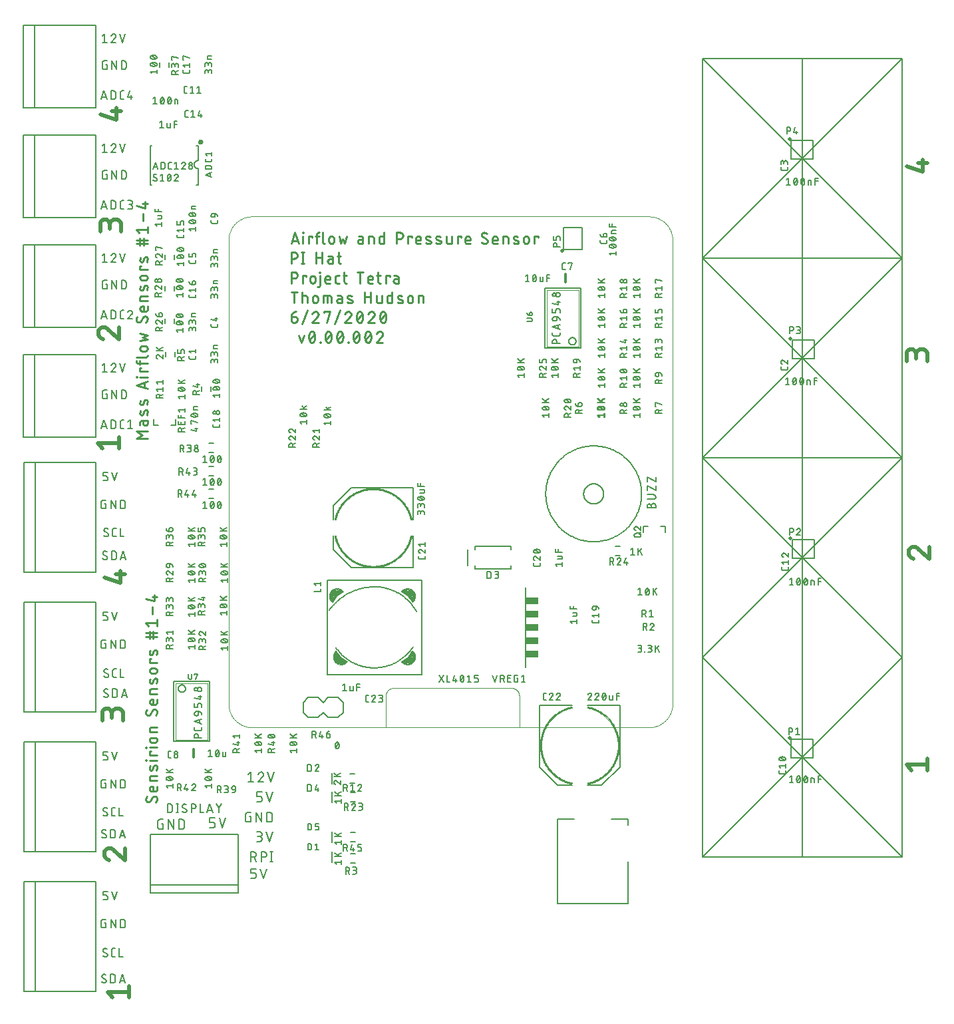
<source format=gbr>
G04 EAGLE Gerber RS-274X export*
G75*
%MOMM*%
%FSLAX34Y34*%
%LPD*%
%INSilkscreen Top*%
%IPPOS*%
%AMOC8*
5,1,8,0,0,1.08239X$1,22.5*%
G01*
%ADD10C,0.203200*%
%ADD11C,0.177800*%
%ADD12C,0.482600*%
%ADD13C,0.152400*%
%ADD14C,0.254000*%
%ADD15C,0.050800*%
%ADD16C,0.127000*%
%ADD17C,0.304800*%
%ADD18C,0.508000*%
%ADD19R,1.676400X0.965200*%
%ADD20C,0.020319*%
%ADD21C,0.000000*%
%ADD22C,0.101600*%

G36*
X-117085Y398848D02*
X-117085Y398848D01*
X-117083Y398849D01*
X-117082Y398848D01*
X-116411Y399083D01*
X-116410Y399085D01*
X-116409Y399084D01*
X-115807Y399463D01*
X-115806Y399464D01*
X-115804Y399464D01*
X-115302Y399967D01*
X-115302Y399969D01*
X-115300Y399969D01*
X-114922Y400571D01*
X-114922Y400573D01*
X-114921Y400573D01*
X-114686Y401245D01*
X-114687Y401246D01*
X-114685Y401247D01*
X-114606Y401954D01*
X-114607Y401955D01*
X-114606Y401956D01*
X-114685Y402663D01*
X-114687Y402664D01*
X-114686Y402665D01*
X-114921Y403337D01*
X-114922Y403337D01*
X-114922Y403339D01*
X-115300Y403941D01*
X-115302Y403941D01*
X-115302Y403943D01*
X-115804Y404446D01*
X-115806Y404446D01*
X-115807Y404447D01*
X-116409Y404826D01*
X-116410Y404825D01*
X-116411Y404827D01*
X-117082Y405062D01*
X-117084Y405061D01*
X-117085Y405062D01*
X-117791Y405142D01*
X-117793Y405141D01*
X-117794Y405142D01*
X-118500Y405062D01*
X-118502Y405061D01*
X-118503Y405062D01*
X-119174Y404827D01*
X-119175Y404825D01*
X-119176Y404826D01*
X-119778Y404447D01*
X-119779Y404446D01*
X-119781Y404446D01*
X-120283Y403943D01*
X-120283Y403941D01*
X-120285Y403941D01*
X-120663Y403339D01*
X-120663Y403337D01*
X-120664Y403337D01*
X-120899Y402665D01*
X-120899Y402664D01*
X-120900Y402663D01*
X-120979Y401956D01*
X-120978Y401955D01*
X-120979Y401954D01*
X-120900Y401247D01*
X-120898Y401246D01*
X-120899Y401245D01*
X-120664Y400573D01*
X-120663Y400573D01*
X-120663Y400571D01*
X-120285Y399969D01*
X-120283Y399969D01*
X-120283Y399967D01*
X-119781Y399464D01*
X-119779Y399464D01*
X-119778Y399463D01*
X-119176Y399084D01*
X-119175Y399085D01*
X-119174Y399083D01*
X-118503Y398848D01*
X-118501Y398849D01*
X-118500Y398848D01*
X-117794Y398768D01*
X-117792Y398769D01*
X-117791Y398768D01*
X-117085Y398848D01*
G37*
D10*
X-46668Y-488188D02*
X-43282Y-488188D01*
X-43166Y-488186D01*
X-43051Y-488180D01*
X-42936Y-488170D01*
X-42821Y-488156D01*
X-42707Y-488139D01*
X-42593Y-488117D01*
X-42480Y-488092D01*
X-42368Y-488062D01*
X-42257Y-488029D01*
X-42148Y-487992D01*
X-42039Y-487952D01*
X-41933Y-487908D01*
X-41827Y-487860D01*
X-41724Y-487808D01*
X-41622Y-487753D01*
X-41522Y-487695D01*
X-41424Y-487633D01*
X-41329Y-487568D01*
X-41235Y-487500D01*
X-41145Y-487428D01*
X-41056Y-487354D01*
X-40970Y-487276D01*
X-40887Y-487196D01*
X-40807Y-487113D01*
X-40729Y-487027D01*
X-40655Y-486938D01*
X-40583Y-486848D01*
X-40515Y-486754D01*
X-40450Y-486659D01*
X-40388Y-486561D01*
X-40330Y-486461D01*
X-40275Y-486359D01*
X-40223Y-486256D01*
X-40175Y-486150D01*
X-40131Y-486044D01*
X-40091Y-485935D01*
X-40054Y-485826D01*
X-40021Y-485715D01*
X-39991Y-485603D01*
X-39966Y-485490D01*
X-39944Y-485376D01*
X-39927Y-485262D01*
X-39913Y-485147D01*
X-39903Y-485032D01*
X-39897Y-484917D01*
X-39895Y-484801D01*
X-39897Y-484685D01*
X-39903Y-484570D01*
X-39913Y-484455D01*
X-39927Y-484340D01*
X-39944Y-484226D01*
X-39966Y-484112D01*
X-39991Y-483999D01*
X-40021Y-483887D01*
X-40054Y-483776D01*
X-40091Y-483667D01*
X-40131Y-483558D01*
X-40175Y-483452D01*
X-40223Y-483346D01*
X-40275Y-483243D01*
X-40330Y-483141D01*
X-40388Y-483041D01*
X-40450Y-482943D01*
X-40515Y-482848D01*
X-40583Y-482754D01*
X-40655Y-482664D01*
X-40729Y-482575D01*
X-40807Y-482489D01*
X-40887Y-482406D01*
X-40970Y-482326D01*
X-41056Y-482248D01*
X-41145Y-482174D01*
X-41235Y-482102D01*
X-41329Y-482034D01*
X-41424Y-481969D01*
X-41522Y-481907D01*
X-41622Y-481849D01*
X-41724Y-481794D01*
X-41827Y-481742D01*
X-41933Y-481694D01*
X-42039Y-481650D01*
X-42148Y-481610D01*
X-42257Y-481573D01*
X-42368Y-481540D01*
X-42480Y-481510D01*
X-42593Y-481485D01*
X-42707Y-481463D01*
X-42821Y-481446D01*
X-42936Y-481432D01*
X-43051Y-481422D01*
X-43166Y-481416D01*
X-43282Y-481414D01*
X-42604Y-475996D02*
X-46668Y-475996D01*
X-42604Y-475996D02*
X-42501Y-475998D01*
X-42399Y-476004D01*
X-42297Y-476013D01*
X-42195Y-476027D01*
X-42094Y-476044D01*
X-41994Y-476066D01*
X-41895Y-476091D01*
X-41796Y-476119D01*
X-41699Y-476152D01*
X-41603Y-476188D01*
X-41508Y-476227D01*
X-41415Y-476271D01*
X-41324Y-476317D01*
X-41235Y-476368D01*
X-41147Y-476421D01*
X-41062Y-476478D01*
X-40979Y-476538D01*
X-40898Y-476601D01*
X-40819Y-476667D01*
X-40744Y-476736D01*
X-40670Y-476808D01*
X-40600Y-476882D01*
X-40532Y-476959D01*
X-40468Y-477039D01*
X-40406Y-477121D01*
X-40348Y-477205D01*
X-40293Y-477292D01*
X-40241Y-477380D01*
X-40193Y-477471D01*
X-40148Y-477563D01*
X-40106Y-477656D01*
X-40068Y-477752D01*
X-40034Y-477848D01*
X-40003Y-477946D01*
X-39977Y-478045D01*
X-39953Y-478145D01*
X-39934Y-478246D01*
X-39919Y-478347D01*
X-39907Y-478449D01*
X-39899Y-478551D01*
X-39895Y-478654D01*
X-39895Y-478756D01*
X-39899Y-478859D01*
X-39907Y-478961D01*
X-39919Y-479063D01*
X-39934Y-479164D01*
X-39953Y-479265D01*
X-39977Y-479365D01*
X-40003Y-479464D01*
X-40034Y-479562D01*
X-40068Y-479658D01*
X-40106Y-479754D01*
X-40148Y-479847D01*
X-40193Y-479939D01*
X-40241Y-480030D01*
X-40293Y-480118D01*
X-40348Y-480205D01*
X-40406Y-480289D01*
X-40468Y-480371D01*
X-40532Y-480451D01*
X-40600Y-480528D01*
X-40670Y-480602D01*
X-40744Y-480674D01*
X-40819Y-480743D01*
X-40898Y-480809D01*
X-40979Y-480872D01*
X-41062Y-480932D01*
X-41147Y-480989D01*
X-41235Y-481042D01*
X-41324Y-481093D01*
X-41415Y-481139D01*
X-41508Y-481183D01*
X-41603Y-481222D01*
X-41699Y-481258D01*
X-41796Y-481291D01*
X-41895Y-481319D01*
X-41994Y-481344D01*
X-42094Y-481366D01*
X-42195Y-481383D01*
X-42297Y-481397D01*
X-42399Y-481406D01*
X-42501Y-481412D01*
X-42604Y-481414D01*
X-42604Y-481415D02*
X-45314Y-481415D01*
X-34544Y-475996D02*
X-30480Y-488188D01*
X-26416Y-475996D01*
X-53980Y-456523D02*
X-56012Y-456523D01*
X-53980Y-456523D02*
X-53980Y-463296D01*
X-58044Y-463296D01*
X-58145Y-463294D01*
X-58246Y-463288D01*
X-58347Y-463279D01*
X-58448Y-463266D01*
X-58548Y-463249D01*
X-58647Y-463228D01*
X-58745Y-463204D01*
X-58842Y-463176D01*
X-58939Y-463144D01*
X-59034Y-463109D01*
X-59127Y-463070D01*
X-59219Y-463028D01*
X-59310Y-462982D01*
X-59399Y-462933D01*
X-59485Y-462881D01*
X-59570Y-462825D01*
X-59653Y-462767D01*
X-59733Y-462705D01*
X-59811Y-462640D01*
X-59887Y-462573D01*
X-59960Y-462503D01*
X-60030Y-462430D01*
X-60097Y-462354D01*
X-60162Y-462276D01*
X-60224Y-462196D01*
X-60282Y-462113D01*
X-60338Y-462028D01*
X-60390Y-461942D01*
X-60439Y-461853D01*
X-60485Y-461762D01*
X-60527Y-461670D01*
X-60566Y-461577D01*
X-60601Y-461482D01*
X-60633Y-461385D01*
X-60661Y-461288D01*
X-60685Y-461190D01*
X-60706Y-461091D01*
X-60723Y-460991D01*
X-60736Y-460890D01*
X-60745Y-460789D01*
X-60751Y-460688D01*
X-60753Y-460587D01*
X-60753Y-453813D01*
X-60751Y-453709D01*
X-60745Y-453606D01*
X-60735Y-453502D01*
X-60721Y-453399D01*
X-60703Y-453297D01*
X-60682Y-453196D01*
X-60656Y-453095D01*
X-60627Y-452996D01*
X-60594Y-452897D01*
X-60557Y-452800D01*
X-60516Y-452705D01*
X-60472Y-452611D01*
X-60424Y-452519D01*
X-60373Y-452429D01*
X-60318Y-452340D01*
X-60260Y-452254D01*
X-60198Y-452171D01*
X-60134Y-452089D01*
X-60066Y-452011D01*
X-59996Y-451935D01*
X-59923Y-451861D01*
X-59846Y-451791D01*
X-59768Y-451723D01*
X-59686Y-451659D01*
X-59603Y-451597D01*
X-59517Y-451539D01*
X-59428Y-451484D01*
X-59338Y-451433D01*
X-59246Y-451385D01*
X-59152Y-451341D01*
X-59057Y-451300D01*
X-58960Y-451263D01*
X-58861Y-451230D01*
X-58762Y-451201D01*
X-58661Y-451175D01*
X-58560Y-451154D01*
X-58458Y-451136D01*
X-58355Y-451122D01*
X-58251Y-451112D01*
X-58148Y-451106D01*
X-58044Y-451104D01*
X-53980Y-451104D01*
X-47098Y-451104D02*
X-47098Y-463296D01*
X-40325Y-463296D02*
X-47098Y-451104D01*
X-40325Y-451104D02*
X-40325Y-463296D01*
X-33443Y-463296D02*
X-33443Y-451104D01*
X-30057Y-451104D01*
X-29941Y-451106D01*
X-29826Y-451112D01*
X-29711Y-451122D01*
X-29596Y-451136D01*
X-29482Y-451153D01*
X-29368Y-451175D01*
X-29255Y-451200D01*
X-29143Y-451230D01*
X-29032Y-451263D01*
X-28923Y-451300D01*
X-28814Y-451340D01*
X-28708Y-451384D01*
X-28602Y-451432D01*
X-28499Y-451484D01*
X-28397Y-451539D01*
X-28297Y-451597D01*
X-28199Y-451659D01*
X-28104Y-451724D01*
X-28010Y-451792D01*
X-27920Y-451864D01*
X-27831Y-451938D01*
X-27745Y-452016D01*
X-27662Y-452096D01*
X-27582Y-452179D01*
X-27504Y-452265D01*
X-27430Y-452354D01*
X-27358Y-452444D01*
X-27290Y-452538D01*
X-27225Y-452633D01*
X-27163Y-452731D01*
X-27105Y-452831D01*
X-27050Y-452933D01*
X-26998Y-453036D01*
X-26950Y-453142D01*
X-26906Y-453248D01*
X-26866Y-453357D01*
X-26829Y-453466D01*
X-26796Y-453577D01*
X-26766Y-453689D01*
X-26741Y-453802D01*
X-26719Y-453916D01*
X-26702Y-454030D01*
X-26688Y-454145D01*
X-26678Y-454260D01*
X-26672Y-454375D01*
X-26670Y-454491D01*
X-26670Y-459909D01*
X-26672Y-460025D01*
X-26678Y-460140D01*
X-26688Y-460255D01*
X-26702Y-460370D01*
X-26719Y-460484D01*
X-26741Y-460598D01*
X-26766Y-460711D01*
X-26796Y-460823D01*
X-26829Y-460934D01*
X-26866Y-461043D01*
X-26906Y-461152D01*
X-26950Y-461258D01*
X-26998Y-461364D01*
X-27050Y-461467D01*
X-27105Y-461569D01*
X-27163Y-461669D01*
X-27225Y-461767D01*
X-27290Y-461862D01*
X-27358Y-461956D01*
X-27430Y-462047D01*
X-27504Y-462135D01*
X-27582Y-462221D01*
X-27662Y-462304D01*
X-27745Y-462384D01*
X-27831Y-462462D01*
X-27920Y-462536D01*
X-28010Y-462608D01*
X-28104Y-462676D01*
X-28199Y-462741D01*
X-28297Y-462803D01*
X-28397Y-462861D01*
X-28499Y-462916D01*
X-28602Y-462968D01*
X-28708Y-463016D01*
X-28814Y-463060D01*
X-28923Y-463100D01*
X-29032Y-463137D01*
X-29143Y-463170D01*
X-29255Y-463200D01*
X-29368Y-463225D01*
X-29482Y-463247D01*
X-29596Y-463264D01*
X-29711Y-463278D01*
X-29826Y-463288D01*
X-29941Y-463294D01*
X-30057Y-463296D01*
X-33443Y-463296D01*
X-57438Y-402505D02*
X-54051Y-399796D01*
X-54051Y-411988D01*
X-57438Y-411988D02*
X-50664Y-411988D01*
X-40911Y-399796D02*
X-40802Y-399798D01*
X-40694Y-399804D01*
X-40585Y-399813D01*
X-40477Y-399827D01*
X-40370Y-399844D01*
X-40263Y-399866D01*
X-40157Y-399891D01*
X-40052Y-399919D01*
X-39948Y-399952D01*
X-39846Y-399988D01*
X-39745Y-400028D01*
X-39645Y-400071D01*
X-39547Y-400118D01*
X-39450Y-400169D01*
X-39356Y-400223D01*
X-39263Y-400280D01*
X-39173Y-400340D01*
X-39084Y-400404D01*
X-38998Y-400471D01*
X-38915Y-400540D01*
X-38834Y-400613D01*
X-38756Y-400689D01*
X-38680Y-400767D01*
X-38607Y-400848D01*
X-38538Y-400931D01*
X-38471Y-401017D01*
X-38407Y-401106D01*
X-38347Y-401196D01*
X-38290Y-401289D01*
X-38236Y-401383D01*
X-38185Y-401480D01*
X-38138Y-401578D01*
X-38095Y-401678D01*
X-38055Y-401779D01*
X-38019Y-401881D01*
X-37986Y-401985D01*
X-37958Y-402090D01*
X-37933Y-402196D01*
X-37911Y-402303D01*
X-37894Y-402410D01*
X-37880Y-402518D01*
X-37871Y-402627D01*
X-37865Y-402735D01*
X-37863Y-402844D01*
X-40911Y-399796D02*
X-41034Y-399798D01*
X-41157Y-399804D01*
X-41280Y-399813D01*
X-41402Y-399827D01*
X-41524Y-399844D01*
X-41645Y-399865D01*
X-41766Y-399890D01*
X-41886Y-399919D01*
X-42004Y-399952D01*
X-42122Y-399988D01*
X-42238Y-400028D01*
X-42354Y-400071D01*
X-42467Y-400119D01*
X-42580Y-400169D01*
X-42690Y-400223D01*
X-42799Y-400281D01*
X-42906Y-400342D01*
X-43011Y-400407D01*
X-43114Y-400474D01*
X-43214Y-400545D01*
X-43313Y-400619D01*
X-43409Y-400696D01*
X-43502Y-400776D01*
X-43593Y-400859D01*
X-43682Y-400945D01*
X-43767Y-401033D01*
X-43850Y-401124D01*
X-43930Y-401218D01*
X-44007Y-401314D01*
X-44081Y-401413D01*
X-44151Y-401513D01*
X-44219Y-401616D01*
X-44283Y-401721D01*
X-44344Y-401828D01*
X-44402Y-401937D01*
X-44456Y-402048D01*
X-44506Y-402160D01*
X-44553Y-402274D01*
X-44597Y-402389D01*
X-44637Y-402505D01*
X-38879Y-405215D02*
X-38800Y-405137D01*
X-38724Y-405057D01*
X-38651Y-404975D01*
X-38581Y-404889D01*
X-38513Y-404802D01*
X-38448Y-404712D01*
X-38387Y-404621D01*
X-38329Y-404527D01*
X-38273Y-404431D01*
X-38222Y-404334D01*
X-38173Y-404234D01*
X-38128Y-404134D01*
X-38086Y-404031D01*
X-38048Y-403928D01*
X-38013Y-403823D01*
X-37982Y-403717D01*
X-37954Y-403610D01*
X-37930Y-403502D01*
X-37909Y-403394D01*
X-37893Y-403285D01*
X-37880Y-403175D01*
X-37870Y-403065D01*
X-37865Y-402954D01*
X-37863Y-402844D01*
X-38879Y-405215D02*
X-44636Y-411988D01*
X-37863Y-411988D01*
X-28448Y-411988D02*
X-32512Y-399796D01*
X-24384Y-399796D02*
X-28448Y-411988D01*
X455337Y-63754D02*
X455337Y-60791D01*
X455338Y-60791D02*
X455340Y-60684D01*
X455346Y-60577D01*
X455355Y-60471D01*
X455369Y-60365D01*
X455386Y-60259D01*
X455407Y-60154D01*
X455432Y-60050D01*
X455461Y-59947D01*
X455493Y-59845D01*
X455529Y-59744D01*
X455569Y-59645D01*
X455612Y-59547D01*
X455659Y-59451D01*
X455709Y-59356D01*
X455762Y-59263D01*
X455819Y-59173D01*
X455879Y-59084D01*
X455942Y-58998D01*
X456008Y-58914D01*
X456078Y-58832D01*
X456150Y-58753D01*
X456225Y-58677D01*
X456303Y-58603D01*
X456383Y-58533D01*
X456466Y-58465D01*
X456551Y-58400D01*
X456638Y-58339D01*
X456728Y-58280D01*
X456820Y-58225D01*
X456913Y-58173D01*
X457009Y-58125D01*
X457106Y-58080D01*
X457204Y-58038D01*
X457304Y-58001D01*
X457406Y-57966D01*
X457508Y-57936D01*
X457612Y-57909D01*
X457716Y-57886D01*
X457822Y-57867D01*
X457928Y-57852D01*
X458034Y-57840D01*
X458141Y-57832D01*
X458248Y-57828D01*
X458354Y-57828D01*
X458461Y-57832D01*
X458568Y-57840D01*
X458674Y-57852D01*
X458780Y-57867D01*
X458886Y-57886D01*
X458990Y-57909D01*
X459094Y-57936D01*
X459196Y-57966D01*
X459298Y-58001D01*
X459398Y-58038D01*
X459496Y-58080D01*
X459593Y-58125D01*
X459689Y-58173D01*
X459783Y-58225D01*
X459874Y-58280D01*
X459964Y-58339D01*
X460051Y-58400D01*
X460136Y-58465D01*
X460219Y-58533D01*
X460299Y-58603D01*
X460377Y-58677D01*
X460452Y-58753D01*
X460524Y-58832D01*
X460594Y-58914D01*
X460660Y-58998D01*
X460723Y-59084D01*
X460783Y-59173D01*
X460840Y-59263D01*
X460893Y-59356D01*
X460943Y-59451D01*
X460990Y-59547D01*
X461033Y-59645D01*
X461073Y-59744D01*
X461109Y-59845D01*
X461141Y-59947D01*
X461170Y-60050D01*
X461195Y-60154D01*
X461216Y-60259D01*
X461233Y-60365D01*
X461247Y-60471D01*
X461256Y-60577D01*
X461262Y-60684D01*
X461264Y-60791D01*
X461264Y-63754D01*
X450596Y-63754D01*
X450596Y-60791D01*
X450598Y-60694D01*
X450604Y-60598D01*
X450614Y-60502D01*
X450628Y-60406D01*
X450645Y-60311D01*
X450667Y-60216D01*
X450692Y-60123D01*
X450721Y-60031D01*
X450754Y-59940D01*
X450791Y-59850D01*
X450831Y-59762D01*
X450875Y-59676D01*
X450922Y-59592D01*
X450972Y-59509D01*
X451026Y-59429D01*
X451084Y-59351D01*
X451144Y-59275D01*
X451207Y-59202D01*
X451273Y-59132D01*
X451343Y-59064D01*
X451414Y-58999D01*
X451489Y-58937D01*
X451566Y-58879D01*
X451645Y-58823D01*
X451726Y-58771D01*
X451810Y-58722D01*
X451895Y-58676D01*
X451982Y-58634D01*
X452071Y-58596D01*
X452161Y-58561D01*
X452253Y-58530D01*
X452346Y-58503D01*
X452439Y-58479D01*
X452534Y-58460D01*
X452630Y-58444D01*
X452726Y-58432D01*
X452822Y-58424D01*
X452919Y-58420D01*
X453015Y-58420D01*
X453112Y-58424D01*
X453208Y-58432D01*
X453304Y-58444D01*
X453400Y-58460D01*
X453495Y-58479D01*
X453588Y-58503D01*
X453681Y-58530D01*
X453773Y-58561D01*
X453863Y-58596D01*
X453952Y-58634D01*
X454039Y-58676D01*
X454124Y-58722D01*
X454208Y-58771D01*
X454289Y-58823D01*
X454368Y-58879D01*
X454445Y-58937D01*
X454520Y-58999D01*
X454591Y-59064D01*
X454661Y-59132D01*
X454727Y-59202D01*
X454790Y-59275D01*
X454850Y-59351D01*
X454908Y-59429D01*
X454962Y-59509D01*
X455012Y-59592D01*
X455059Y-59676D01*
X455103Y-59762D01*
X455143Y-59850D01*
X455180Y-59940D01*
X455213Y-60031D01*
X455242Y-60123D01*
X455267Y-60216D01*
X455289Y-60311D01*
X455306Y-60406D01*
X455320Y-60502D01*
X455330Y-60598D01*
X455336Y-60694D01*
X455338Y-60791D01*
X458301Y-52578D02*
X450596Y-52578D01*
X458301Y-52578D02*
X458408Y-52576D01*
X458515Y-52570D01*
X458621Y-52561D01*
X458727Y-52547D01*
X458833Y-52530D01*
X458938Y-52509D01*
X459042Y-52484D01*
X459145Y-52455D01*
X459247Y-52423D01*
X459348Y-52387D01*
X459447Y-52347D01*
X459545Y-52304D01*
X459641Y-52257D01*
X459736Y-52207D01*
X459829Y-52154D01*
X459919Y-52097D01*
X460008Y-52037D01*
X460094Y-51974D01*
X460178Y-51908D01*
X460260Y-51838D01*
X460339Y-51766D01*
X460415Y-51691D01*
X460489Y-51613D01*
X460559Y-51533D01*
X460627Y-51450D01*
X460692Y-51365D01*
X460753Y-51278D01*
X460812Y-51188D01*
X460867Y-51097D01*
X460919Y-51003D01*
X460967Y-50907D01*
X461012Y-50810D01*
X461054Y-50712D01*
X461091Y-50612D01*
X461126Y-50510D01*
X461156Y-50408D01*
X461183Y-50304D01*
X461206Y-50200D01*
X461225Y-50094D01*
X461240Y-49988D01*
X461252Y-49882D01*
X461260Y-49775D01*
X461264Y-49668D01*
X461264Y-49562D01*
X461260Y-49455D01*
X461252Y-49348D01*
X461240Y-49242D01*
X461225Y-49136D01*
X461206Y-49030D01*
X461183Y-48926D01*
X461156Y-48822D01*
X461126Y-48720D01*
X461091Y-48618D01*
X461054Y-48518D01*
X461012Y-48420D01*
X460967Y-48323D01*
X460919Y-48227D01*
X460867Y-48134D01*
X460812Y-48042D01*
X460753Y-47952D01*
X460692Y-47865D01*
X460627Y-47780D01*
X460559Y-47697D01*
X460489Y-47617D01*
X460415Y-47539D01*
X460339Y-47464D01*
X460260Y-47392D01*
X460178Y-47322D01*
X460094Y-47256D01*
X460008Y-47193D01*
X459919Y-47133D01*
X459829Y-47076D01*
X459736Y-47023D01*
X459641Y-46973D01*
X459545Y-46926D01*
X459447Y-46883D01*
X459348Y-46843D01*
X459247Y-46807D01*
X459145Y-46775D01*
X459042Y-46746D01*
X458938Y-46721D01*
X458833Y-46700D01*
X458727Y-46683D01*
X458621Y-46669D01*
X458515Y-46660D01*
X458408Y-46654D01*
X458301Y-46652D01*
X458301Y-46651D02*
X450596Y-46651D01*
X450596Y-41148D02*
X450596Y-35221D01*
X461264Y-41148D01*
X461264Y-35221D01*
X450596Y-30480D02*
X450596Y-24553D01*
X461264Y-30480D01*
X461264Y-24553D01*
X-42604Y-437388D02*
X-46668Y-437388D01*
X-42604Y-437388D02*
X-42503Y-437386D01*
X-42402Y-437380D01*
X-42301Y-437371D01*
X-42200Y-437358D01*
X-42100Y-437341D01*
X-42001Y-437320D01*
X-41903Y-437296D01*
X-41806Y-437268D01*
X-41709Y-437236D01*
X-41614Y-437201D01*
X-41521Y-437162D01*
X-41429Y-437120D01*
X-41338Y-437074D01*
X-41250Y-437025D01*
X-41163Y-436973D01*
X-41078Y-436917D01*
X-40995Y-436859D01*
X-40915Y-436797D01*
X-40837Y-436732D01*
X-40761Y-436665D01*
X-40688Y-436595D01*
X-40618Y-436522D01*
X-40551Y-436446D01*
X-40486Y-436368D01*
X-40424Y-436288D01*
X-40366Y-436205D01*
X-40310Y-436120D01*
X-40258Y-436034D01*
X-40209Y-435945D01*
X-40163Y-435854D01*
X-40121Y-435762D01*
X-40082Y-435669D01*
X-40047Y-435574D01*
X-40015Y-435477D01*
X-39987Y-435380D01*
X-39963Y-435282D01*
X-39942Y-435183D01*
X-39925Y-435083D01*
X-39912Y-434982D01*
X-39903Y-434881D01*
X-39897Y-434780D01*
X-39895Y-434679D01*
X-39895Y-433324D01*
X-39897Y-433223D01*
X-39903Y-433122D01*
X-39912Y-433021D01*
X-39925Y-432920D01*
X-39942Y-432820D01*
X-39963Y-432721D01*
X-39987Y-432623D01*
X-40015Y-432526D01*
X-40047Y-432429D01*
X-40082Y-432334D01*
X-40121Y-432241D01*
X-40163Y-432149D01*
X-40209Y-432058D01*
X-40258Y-431970D01*
X-40310Y-431883D01*
X-40366Y-431798D01*
X-40424Y-431715D01*
X-40486Y-431635D01*
X-40551Y-431557D01*
X-40618Y-431481D01*
X-40688Y-431408D01*
X-40761Y-431338D01*
X-40837Y-431271D01*
X-40915Y-431206D01*
X-40995Y-431144D01*
X-41078Y-431086D01*
X-41163Y-431030D01*
X-41250Y-430978D01*
X-41338Y-430929D01*
X-41429Y-430883D01*
X-41521Y-430841D01*
X-41614Y-430802D01*
X-41709Y-430767D01*
X-41806Y-430735D01*
X-41903Y-430707D01*
X-42001Y-430683D01*
X-42100Y-430662D01*
X-42200Y-430645D01*
X-42301Y-430632D01*
X-42402Y-430623D01*
X-42503Y-430617D01*
X-42604Y-430615D01*
X-46668Y-430615D01*
X-46668Y-425196D01*
X-39895Y-425196D01*
X-34544Y-425196D02*
X-30480Y-437388D01*
X-26416Y-425196D01*
D11*
X329819Y145669D02*
X339471Y145669D01*
X329819Y145669D02*
X329819Y148350D01*
X329821Y148453D01*
X329827Y148555D01*
X329837Y148657D01*
X329850Y148759D01*
X329868Y148860D01*
X329890Y148961D01*
X329915Y149060D01*
X329944Y149159D01*
X329977Y149256D01*
X330013Y149352D01*
X330054Y149447D01*
X330097Y149540D01*
X330145Y149631D01*
X330195Y149720D01*
X330250Y149807D01*
X330307Y149892D01*
X330368Y149975D01*
X330432Y150056D01*
X330498Y150134D01*
X330568Y150209D01*
X330641Y150282D01*
X330716Y150352D01*
X330794Y150418D01*
X330875Y150482D01*
X330958Y150543D01*
X331043Y150600D01*
X331130Y150655D01*
X331219Y150705D01*
X331310Y150753D01*
X331403Y150796D01*
X331498Y150837D01*
X331594Y150873D01*
X331691Y150906D01*
X331790Y150935D01*
X331889Y150960D01*
X331990Y150982D01*
X332091Y151000D01*
X332193Y151013D01*
X332295Y151023D01*
X332397Y151029D01*
X332500Y151031D01*
X332603Y151029D01*
X332705Y151023D01*
X332807Y151013D01*
X332909Y151000D01*
X333010Y150982D01*
X333111Y150960D01*
X333210Y150935D01*
X333309Y150906D01*
X333406Y150873D01*
X333502Y150837D01*
X333597Y150796D01*
X333690Y150753D01*
X333781Y150705D01*
X333870Y150655D01*
X333957Y150600D01*
X334042Y150543D01*
X334125Y150482D01*
X334206Y150418D01*
X334284Y150352D01*
X334359Y150282D01*
X334432Y150209D01*
X334502Y150134D01*
X334568Y150056D01*
X334632Y149975D01*
X334693Y149892D01*
X334750Y149807D01*
X334805Y149720D01*
X334855Y149631D01*
X334903Y149540D01*
X334946Y149447D01*
X334987Y149352D01*
X335023Y149256D01*
X335056Y149159D01*
X335085Y149060D01*
X335110Y148961D01*
X335132Y148860D01*
X335150Y148759D01*
X335163Y148657D01*
X335173Y148555D01*
X335179Y148453D01*
X335181Y148350D01*
X335181Y145669D01*
X339471Y157490D02*
X339471Y159634D01*
X339471Y157490D02*
X339469Y157399D01*
X339463Y157308D01*
X339454Y157218D01*
X339440Y157127D01*
X339423Y157038D01*
X339402Y156950D01*
X339377Y156862D01*
X339348Y156775D01*
X339316Y156690D01*
X339281Y156606D01*
X339241Y156524D01*
X339199Y156444D01*
X339153Y156365D01*
X339103Y156289D01*
X339051Y156215D01*
X338995Y156142D01*
X338936Y156073D01*
X338875Y156006D01*
X338810Y155941D01*
X338743Y155880D01*
X338674Y155821D01*
X338601Y155765D01*
X338527Y155713D01*
X338451Y155663D01*
X338372Y155617D01*
X338292Y155575D01*
X338210Y155535D01*
X338126Y155500D01*
X338041Y155468D01*
X337954Y155439D01*
X337866Y155414D01*
X337778Y155393D01*
X337689Y155376D01*
X337598Y155362D01*
X337508Y155353D01*
X337417Y155347D01*
X337326Y155345D01*
X331964Y155345D01*
X331873Y155347D01*
X331782Y155353D01*
X331692Y155362D01*
X331601Y155376D01*
X331512Y155393D01*
X331424Y155414D01*
X331336Y155439D01*
X331249Y155468D01*
X331164Y155500D01*
X331080Y155535D01*
X330998Y155575D01*
X330918Y155617D01*
X330839Y155663D01*
X330763Y155713D01*
X330689Y155765D01*
X330616Y155821D01*
X330547Y155880D01*
X330480Y155941D01*
X330415Y156006D01*
X330354Y156073D01*
X330295Y156142D01*
X330239Y156214D01*
X330187Y156289D01*
X330137Y156365D01*
X330091Y156444D01*
X330049Y156524D01*
X330009Y156606D01*
X329974Y156690D01*
X329942Y156775D01*
X329913Y156862D01*
X329888Y156949D01*
X329867Y157038D01*
X329850Y157127D01*
X329836Y157217D01*
X329827Y157308D01*
X329821Y157399D01*
X329819Y157490D01*
X329819Y159634D01*
X329819Y166642D02*
X339471Y163425D01*
X339471Y169860D02*
X329819Y166642D01*
X337058Y169055D02*
X337058Y164229D01*
X335181Y176393D02*
X335181Y179610D01*
X335181Y176393D02*
X335179Y176302D01*
X335173Y176211D01*
X335164Y176121D01*
X335150Y176030D01*
X335133Y175941D01*
X335112Y175853D01*
X335087Y175765D01*
X335058Y175678D01*
X335026Y175593D01*
X334991Y175509D01*
X334951Y175427D01*
X334909Y175347D01*
X334863Y175268D01*
X334813Y175192D01*
X334761Y175118D01*
X334705Y175045D01*
X334646Y174976D01*
X334585Y174909D01*
X334520Y174844D01*
X334453Y174783D01*
X334384Y174724D01*
X334311Y174668D01*
X334237Y174616D01*
X334161Y174566D01*
X334082Y174520D01*
X334002Y174478D01*
X333920Y174438D01*
X333836Y174403D01*
X333751Y174371D01*
X333664Y174342D01*
X333576Y174317D01*
X333488Y174296D01*
X333399Y174279D01*
X333308Y174265D01*
X333218Y174256D01*
X333127Y174250D01*
X333036Y174248D01*
X332500Y174248D01*
X332397Y174250D01*
X332295Y174256D01*
X332193Y174266D01*
X332091Y174279D01*
X331990Y174297D01*
X331889Y174319D01*
X331790Y174344D01*
X331691Y174373D01*
X331594Y174406D01*
X331498Y174442D01*
X331403Y174483D01*
X331310Y174526D01*
X331219Y174574D01*
X331130Y174624D01*
X331043Y174679D01*
X330958Y174736D01*
X330875Y174797D01*
X330794Y174861D01*
X330716Y174927D01*
X330641Y174997D01*
X330568Y175070D01*
X330498Y175145D01*
X330432Y175223D01*
X330368Y175304D01*
X330307Y175387D01*
X330250Y175472D01*
X330195Y175559D01*
X330145Y175648D01*
X330097Y175739D01*
X330054Y175832D01*
X330013Y175927D01*
X329977Y176023D01*
X329944Y176120D01*
X329915Y176219D01*
X329890Y176318D01*
X329868Y176419D01*
X329850Y176520D01*
X329837Y176622D01*
X329827Y176724D01*
X329821Y176826D01*
X329819Y176929D01*
X329821Y177032D01*
X329827Y177134D01*
X329837Y177236D01*
X329850Y177338D01*
X329868Y177439D01*
X329890Y177540D01*
X329915Y177639D01*
X329944Y177738D01*
X329977Y177835D01*
X330013Y177931D01*
X330054Y178026D01*
X330097Y178119D01*
X330145Y178210D01*
X330195Y178299D01*
X330250Y178386D01*
X330307Y178471D01*
X330368Y178554D01*
X330432Y178635D01*
X330498Y178713D01*
X330568Y178788D01*
X330641Y178861D01*
X330716Y178931D01*
X330794Y178997D01*
X330875Y179061D01*
X330958Y179122D01*
X331043Y179179D01*
X331130Y179234D01*
X331219Y179284D01*
X331310Y179332D01*
X331403Y179375D01*
X331498Y179416D01*
X331594Y179452D01*
X331691Y179485D01*
X331790Y179514D01*
X331889Y179539D01*
X331990Y179561D01*
X332091Y179579D01*
X332193Y179592D01*
X332295Y179602D01*
X332397Y179608D01*
X332500Y179610D01*
X335181Y179610D01*
X335181Y179611D02*
X335311Y179609D01*
X335440Y179603D01*
X335569Y179593D01*
X335698Y179580D01*
X335826Y179562D01*
X335954Y179541D01*
X336081Y179515D01*
X336208Y179486D01*
X336333Y179453D01*
X336457Y179417D01*
X336580Y179376D01*
X336702Y179332D01*
X336823Y179284D01*
X336942Y179233D01*
X337059Y179178D01*
X337175Y179120D01*
X337288Y179058D01*
X337400Y178992D01*
X337510Y178924D01*
X337618Y178852D01*
X337724Y178776D01*
X337827Y178698D01*
X337928Y178617D01*
X338026Y178532D01*
X338121Y178445D01*
X338214Y178354D01*
X338305Y178261D01*
X338392Y178166D01*
X338477Y178068D01*
X338558Y177967D01*
X338636Y177864D01*
X338712Y177758D01*
X338784Y177650D01*
X338852Y177540D01*
X338918Y177428D01*
X338980Y177315D01*
X339038Y177199D01*
X339093Y177082D01*
X339144Y176963D01*
X339192Y176842D01*
X339236Y176720D01*
X339277Y176597D01*
X339313Y176473D01*
X339346Y176348D01*
X339375Y176221D01*
X339401Y176094D01*
X339422Y175966D01*
X339440Y175838D01*
X339453Y175709D01*
X339463Y175580D01*
X339469Y175451D01*
X339471Y175321D01*
X339471Y184535D02*
X339471Y187752D01*
X339469Y187843D01*
X339463Y187934D01*
X339454Y188024D01*
X339440Y188115D01*
X339423Y188204D01*
X339402Y188292D01*
X339377Y188380D01*
X339348Y188467D01*
X339316Y188552D01*
X339281Y188636D01*
X339241Y188718D01*
X339199Y188798D01*
X339153Y188877D01*
X339103Y188953D01*
X339051Y189027D01*
X338995Y189100D01*
X338936Y189169D01*
X338875Y189236D01*
X338810Y189301D01*
X338743Y189362D01*
X338674Y189421D01*
X338601Y189477D01*
X338527Y189529D01*
X338451Y189579D01*
X338372Y189625D01*
X338292Y189667D01*
X338210Y189707D01*
X338126Y189742D01*
X338041Y189774D01*
X337954Y189803D01*
X337866Y189828D01*
X337778Y189849D01*
X337689Y189866D01*
X337598Y189880D01*
X337508Y189889D01*
X337417Y189895D01*
X337326Y189897D01*
X336254Y189897D01*
X336163Y189895D01*
X336072Y189889D01*
X335982Y189880D01*
X335891Y189866D01*
X335802Y189849D01*
X335714Y189828D01*
X335626Y189803D01*
X335539Y189774D01*
X335454Y189742D01*
X335370Y189707D01*
X335288Y189667D01*
X335208Y189625D01*
X335129Y189579D01*
X335053Y189529D01*
X334979Y189477D01*
X334906Y189421D01*
X334837Y189362D01*
X334770Y189301D01*
X334705Y189236D01*
X334644Y189169D01*
X334585Y189100D01*
X334529Y189028D01*
X334477Y188953D01*
X334427Y188877D01*
X334381Y188798D01*
X334339Y188718D01*
X334299Y188636D01*
X334264Y188552D01*
X334232Y188467D01*
X334203Y188380D01*
X334178Y188293D01*
X334157Y188204D01*
X334140Y188115D01*
X334126Y188024D01*
X334117Y187934D01*
X334111Y187843D01*
X334109Y187752D01*
X334109Y184535D01*
X329819Y184535D01*
X329819Y189897D01*
X329819Y196967D02*
X337326Y194822D01*
X337326Y200184D01*
X335181Y198576D02*
X339471Y198576D01*
X336790Y205109D02*
X336687Y205111D01*
X336585Y205117D01*
X336483Y205127D01*
X336381Y205140D01*
X336280Y205158D01*
X336179Y205180D01*
X336080Y205205D01*
X335981Y205234D01*
X335884Y205267D01*
X335788Y205303D01*
X335693Y205344D01*
X335600Y205387D01*
X335509Y205435D01*
X335420Y205485D01*
X335333Y205540D01*
X335248Y205597D01*
X335165Y205658D01*
X335084Y205722D01*
X335006Y205788D01*
X334931Y205858D01*
X334858Y205931D01*
X334788Y206006D01*
X334722Y206084D01*
X334658Y206165D01*
X334597Y206248D01*
X334540Y206333D01*
X334485Y206420D01*
X334435Y206509D01*
X334387Y206600D01*
X334344Y206693D01*
X334303Y206788D01*
X334267Y206884D01*
X334234Y206981D01*
X334205Y207080D01*
X334180Y207179D01*
X334158Y207280D01*
X334140Y207381D01*
X334127Y207483D01*
X334117Y207585D01*
X334111Y207687D01*
X334109Y207790D01*
X334111Y207893D01*
X334117Y207995D01*
X334127Y208097D01*
X334140Y208199D01*
X334158Y208300D01*
X334180Y208401D01*
X334205Y208500D01*
X334234Y208599D01*
X334267Y208696D01*
X334303Y208792D01*
X334344Y208887D01*
X334387Y208980D01*
X334435Y209071D01*
X334485Y209160D01*
X334540Y209247D01*
X334597Y209332D01*
X334658Y209415D01*
X334722Y209496D01*
X334788Y209574D01*
X334858Y209649D01*
X334931Y209722D01*
X335006Y209792D01*
X335084Y209858D01*
X335165Y209922D01*
X335248Y209983D01*
X335333Y210040D01*
X335420Y210095D01*
X335509Y210145D01*
X335600Y210193D01*
X335693Y210236D01*
X335788Y210277D01*
X335884Y210313D01*
X335981Y210346D01*
X336080Y210375D01*
X336179Y210400D01*
X336280Y210422D01*
X336381Y210440D01*
X336483Y210453D01*
X336585Y210463D01*
X336687Y210469D01*
X336790Y210471D01*
X336893Y210469D01*
X336995Y210463D01*
X337097Y210453D01*
X337199Y210440D01*
X337300Y210422D01*
X337401Y210400D01*
X337500Y210375D01*
X337599Y210346D01*
X337696Y210313D01*
X337792Y210277D01*
X337887Y210236D01*
X337980Y210193D01*
X338071Y210145D01*
X338160Y210095D01*
X338247Y210040D01*
X338332Y209983D01*
X338415Y209922D01*
X338496Y209858D01*
X338574Y209792D01*
X338649Y209722D01*
X338722Y209649D01*
X338792Y209574D01*
X338858Y209496D01*
X338922Y209415D01*
X338983Y209332D01*
X339040Y209247D01*
X339095Y209160D01*
X339145Y209071D01*
X339193Y208980D01*
X339236Y208887D01*
X339277Y208792D01*
X339313Y208696D01*
X339346Y208599D01*
X339375Y208500D01*
X339400Y208401D01*
X339422Y208300D01*
X339440Y208199D01*
X339453Y208097D01*
X339463Y207995D01*
X339469Y207893D01*
X339471Y207790D01*
X339469Y207687D01*
X339463Y207585D01*
X339453Y207483D01*
X339440Y207381D01*
X339422Y207280D01*
X339400Y207179D01*
X339375Y207080D01*
X339346Y206981D01*
X339313Y206884D01*
X339277Y206788D01*
X339236Y206693D01*
X339193Y206600D01*
X339145Y206509D01*
X339095Y206420D01*
X339040Y206333D01*
X338983Y206248D01*
X338922Y206165D01*
X338858Y206084D01*
X338792Y206006D01*
X338722Y205931D01*
X338649Y205858D01*
X338574Y205788D01*
X338496Y205722D01*
X338415Y205658D01*
X338332Y205597D01*
X338247Y205540D01*
X338160Y205485D01*
X338071Y205435D01*
X337980Y205387D01*
X337887Y205344D01*
X337792Y205303D01*
X337696Y205267D01*
X337599Y205234D01*
X337500Y205205D01*
X337401Y205180D01*
X337300Y205158D01*
X337199Y205140D01*
X337097Y205127D01*
X336995Y205117D01*
X336893Y205111D01*
X336790Y205109D01*
X331964Y205645D02*
X331873Y205647D01*
X331782Y205653D01*
X331692Y205662D01*
X331601Y205676D01*
X331512Y205693D01*
X331424Y205714D01*
X331336Y205739D01*
X331249Y205768D01*
X331164Y205800D01*
X331080Y205835D01*
X330998Y205875D01*
X330918Y205917D01*
X330839Y205963D01*
X330763Y206013D01*
X330689Y206065D01*
X330616Y206121D01*
X330547Y206180D01*
X330480Y206241D01*
X330415Y206306D01*
X330354Y206373D01*
X330295Y206442D01*
X330239Y206515D01*
X330187Y206589D01*
X330137Y206665D01*
X330091Y206744D01*
X330049Y206824D01*
X330009Y206906D01*
X329974Y206990D01*
X329942Y207075D01*
X329913Y207162D01*
X329888Y207250D01*
X329867Y207338D01*
X329850Y207427D01*
X329836Y207518D01*
X329827Y207608D01*
X329821Y207699D01*
X329819Y207790D01*
X329821Y207881D01*
X329827Y207972D01*
X329836Y208062D01*
X329850Y208153D01*
X329867Y208242D01*
X329888Y208330D01*
X329913Y208418D01*
X329942Y208505D01*
X329974Y208590D01*
X330009Y208674D01*
X330049Y208756D01*
X330091Y208836D01*
X330137Y208915D01*
X330187Y208991D01*
X330239Y209065D01*
X330295Y209138D01*
X330354Y209207D01*
X330415Y209274D01*
X330480Y209339D01*
X330547Y209400D01*
X330616Y209459D01*
X330689Y209515D01*
X330763Y209567D01*
X330839Y209617D01*
X330918Y209663D01*
X330998Y209705D01*
X331080Y209745D01*
X331164Y209780D01*
X331249Y209812D01*
X331336Y209841D01*
X331424Y209866D01*
X331512Y209887D01*
X331601Y209904D01*
X331692Y209918D01*
X331782Y209927D01*
X331873Y209933D01*
X331964Y209935D01*
X332055Y209933D01*
X332146Y209927D01*
X332236Y209918D01*
X332327Y209904D01*
X332416Y209887D01*
X332504Y209866D01*
X332592Y209841D01*
X332679Y209812D01*
X332764Y209780D01*
X332848Y209745D01*
X332930Y209705D01*
X333010Y209663D01*
X333089Y209617D01*
X333165Y209567D01*
X333239Y209515D01*
X333312Y209459D01*
X333381Y209400D01*
X333448Y209339D01*
X333513Y209274D01*
X333574Y209207D01*
X333633Y209138D01*
X333689Y209065D01*
X333741Y208991D01*
X333791Y208915D01*
X333837Y208836D01*
X333879Y208756D01*
X333919Y208674D01*
X333954Y208590D01*
X333986Y208505D01*
X334015Y208418D01*
X334040Y208330D01*
X334061Y208242D01*
X334078Y208153D01*
X334092Y208062D01*
X334101Y207972D01*
X334107Y207881D01*
X334109Y207790D01*
X334107Y207699D01*
X334101Y207608D01*
X334092Y207518D01*
X334078Y207427D01*
X334061Y207338D01*
X334040Y207250D01*
X334015Y207162D01*
X333986Y207075D01*
X333954Y206990D01*
X333919Y206906D01*
X333879Y206824D01*
X333837Y206744D01*
X333791Y206665D01*
X333741Y206589D01*
X333689Y206515D01*
X333633Y206442D01*
X333574Y206373D01*
X333513Y206306D01*
X333448Y206241D01*
X333381Y206180D01*
X333312Y206121D01*
X333239Y206065D01*
X333165Y206013D01*
X333089Y205963D01*
X333010Y205917D01*
X332930Y205875D01*
X332848Y205835D01*
X332764Y205800D01*
X332679Y205768D01*
X332592Y205739D01*
X332504Y205714D01*
X332416Y205693D01*
X332327Y205676D01*
X332236Y205662D01*
X332146Y205653D01*
X332055Y205647D01*
X331964Y205645D01*
D12*
X780415Y-389904D02*
X786398Y-397383D01*
X780415Y-389904D02*
X807339Y-389904D01*
X807339Y-397383D02*
X807339Y-382425D01*
X782955Y-119916D02*
X782957Y-119753D01*
X782963Y-119591D01*
X782973Y-119428D01*
X782986Y-119266D01*
X783004Y-119105D01*
X783026Y-118943D01*
X783051Y-118783D01*
X783080Y-118623D01*
X783114Y-118464D01*
X783151Y-118305D01*
X783191Y-118148D01*
X783236Y-117991D01*
X783284Y-117836D01*
X783337Y-117682D01*
X783392Y-117529D01*
X783452Y-117378D01*
X783515Y-117228D01*
X783582Y-117080D01*
X783652Y-116933D01*
X783726Y-116788D01*
X783803Y-116645D01*
X783884Y-116504D01*
X783968Y-116364D01*
X784056Y-116227D01*
X784146Y-116092D01*
X784241Y-115960D01*
X784338Y-115829D01*
X784438Y-115701D01*
X784541Y-115576D01*
X784648Y-115453D01*
X784757Y-115332D01*
X784869Y-115214D01*
X784984Y-115099D01*
X785102Y-114987D01*
X785223Y-114878D01*
X785346Y-114771D01*
X785471Y-114668D01*
X785599Y-114568D01*
X785730Y-114471D01*
X785862Y-114376D01*
X785997Y-114286D01*
X786134Y-114198D01*
X786274Y-114114D01*
X786415Y-114033D01*
X786558Y-113956D01*
X786703Y-113882D01*
X786850Y-113812D01*
X786998Y-113745D01*
X787148Y-113682D01*
X787299Y-113622D01*
X787452Y-113567D01*
X787606Y-113514D01*
X787761Y-113466D01*
X787918Y-113421D01*
X788075Y-113381D01*
X788234Y-113344D01*
X788393Y-113310D01*
X788553Y-113281D01*
X788713Y-113256D01*
X788875Y-113234D01*
X789036Y-113216D01*
X789198Y-113203D01*
X789361Y-113193D01*
X789523Y-113187D01*
X789686Y-113185D01*
X782955Y-119916D02*
X782958Y-120125D01*
X782965Y-120334D01*
X782978Y-120543D01*
X782995Y-120751D01*
X783018Y-120959D01*
X783046Y-121166D01*
X783079Y-121373D01*
X783116Y-121579D01*
X783159Y-121783D01*
X783207Y-121987D01*
X783259Y-122189D01*
X783317Y-122390D01*
X783379Y-122590D01*
X783446Y-122788D01*
X783518Y-122985D01*
X783594Y-123179D01*
X783676Y-123372D01*
X783761Y-123562D01*
X783852Y-123751D01*
X783947Y-123937D01*
X784046Y-124121D01*
X784150Y-124303D01*
X784259Y-124482D01*
X784371Y-124658D01*
X784488Y-124831D01*
X784609Y-125002D01*
X784734Y-125170D01*
X784863Y-125334D01*
X784996Y-125495D01*
X785133Y-125654D01*
X785273Y-125808D01*
X785418Y-125960D01*
X785566Y-126107D01*
X785717Y-126252D01*
X785872Y-126392D01*
X786030Y-126529D01*
X786192Y-126662D01*
X786357Y-126790D01*
X786524Y-126915D01*
X786695Y-127036D01*
X786869Y-127153D01*
X787045Y-127265D01*
X787224Y-127373D01*
X787406Y-127477D01*
X787590Y-127576D01*
X787776Y-127671D01*
X787965Y-127761D01*
X788156Y-127847D01*
X788349Y-127928D01*
X788543Y-128004D01*
X788740Y-128076D01*
X788938Y-128142D01*
X794921Y-115429D02*
X794798Y-115302D01*
X794671Y-115178D01*
X794541Y-115057D01*
X794408Y-114940D01*
X794272Y-114825D01*
X794133Y-114715D01*
X793992Y-114607D01*
X793848Y-114503D01*
X793702Y-114403D01*
X793553Y-114306D01*
X793402Y-114213D01*
X793249Y-114124D01*
X793094Y-114038D01*
X792936Y-113957D01*
X792777Y-113879D01*
X792615Y-113805D01*
X792452Y-113735D01*
X792288Y-113669D01*
X792121Y-113607D01*
X791953Y-113550D01*
X791784Y-113496D01*
X791614Y-113447D01*
X791442Y-113402D01*
X791270Y-113361D01*
X791096Y-113324D01*
X790922Y-113291D01*
X790747Y-113263D01*
X790571Y-113239D01*
X790395Y-113220D01*
X790218Y-113205D01*
X790041Y-113194D01*
X789863Y-113187D01*
X789686Y-113185D01*
X794921Y-115429D02*
X809879Y-128143D01*
X809879Y-113185D01*
X807339Y123317D02*
X807339Y130796D01*
X807337Y130978D01*
X807330Y131160D01*
X807319Y131342D01*
X807304Y131523D01*
X807284Y131704D01*
X807259Y131885D01*
X807231Y132065D01*
X807198Y132244D01*
X807160Y132422D01*
X807118Y132599D01*
X807072Y132776D01*
X807022Y132951D01*
X806967Y133124D01*
X806908Y133297D01*
X806846Y133468D01*
X806778Y133637D01*
X806707Y133805D01*
X806632Y133971D01*
X806553Y134134D01*
X806469Y134296D01*
X806382Y134456D01*
X806291Y134614D01*
X806196Y134770D01*
X806097Y134923D01*
X805995Y135073D01*
X805889Y135221D01*
X805780Y135367D01*
X805667Y135510D01*
X805550Y135650D01*
X805430Y135787D01*
X805307Y135921D01*
X805181Y136052D01*
X805051Y136180D01*
X804918Y136305D01*
X804783Y136427D01*
X804644Y136545D01*
X804503Y136660D01*
X804359Y136771D01*
X804212Y136879D01*
X804062Y136983D01*
X803910Y137083D01*
X803756Y137180D01*
X803600Y137273D01*
X803441Y137362D01*
X803280Y137447D01*
X803117Y137529D01*
X802952Y137606D01*
X802785Y137679D01*
X802617Y137748D01*
X802446Y137814D01*
X802275Y137874D01*
X802102Y137931D01*
X801927Y137984D01*
X801752Y138032D01*
X801575Y138076D01*
X801397Y138115D01*
X801218Y138151D01*
X801039Y138181D01*
X800859Y138208D01*
X800678Y138230D01*
X800497Y138248D01*
X800315Y138261D01*
X800133Y138270D01*
X799951Y138274D01*
X799769Y138274D01*
X799587Y138270D01*
X799405Y138261D01*
X799223Y138248D01*
X799042Y138230D01*
X798861Y138208D01*
X798681Y138181D01*
X798502Y138151D01*
X798323Y138115D01*
X798145Y138076D01*
X797968Y138032D01*
X797793Y137984D01*
X797618Y137931D01*
X797445Y137874D01*
X797274Y137814D01*
X797103Y137748D01*
X796935Y137679D01*
X796768Y137606D01*
X796603Y137529D01*
X796440Y137447D01*
X796279Y137362D01*
X796121Y137273D01*
X795964Y137180D01*
X795810Y137083D01*
X795658Y136983D01*
X795508Y136879D01*
X795361Y136771D01*
X795217Y136660D01*
X795076Y136545D01*
X794937Y136427D01*
X794802Y136305D01*
X794669Y136180D01*
X794539Y136052D01*
X794413Y135921D01*
X794290Y135787D01*
X794170Y135650D01*
X794053Y135510D01*
X793940Y135367D01*
X793831Y135221D01*
X793725Y135073D01*
X793623Y134923D01*
X793524Y134770D01*
X793429Y134614D01*
X793338Y134456D01*
X793251Y134296D01*
X793167Y134134D01*
X793088Y133971D01*
X793013Y133805D01*
X792942Y133637D01*
X792874Y133468D01*
X792812Y133297D01*
X792753Y133124D01*
X792698Y132951D01*
X792648Y132776D01*
X792602Y132599D01*
X792560Y132422D01*
X792522Y132244D01*
X792489Y132065D01*
X792461Y131885D01*
X792436Y131704D01*
X792416Y131523D01*
X792401Y131342D01*
X792390Y131160D01*
X792383Y130978D01*
X792381Y130796D01*
X780415Y132292D02*
X780415Y123317D01*
X780415Y132292D02*
X780417Y132445D01*
X780423Y132597D01*
X780433Y132750D01*
X780446Y132902D01*
X780464Y133054D01*
X780485Y133205D01*
X780510Y133356D01*
X780539Y133506D01*
X780572Y133655D01*
X780609Y133804D01*
X780650Y133951D01*
X780694Y134097D01*
X780742Y134242D01*
X780793Y134386D01*
X780849Y134529D01*
X780908Y134670D01*
X780970Y134809D01*
X781036Y134947D01*
X781106Y135083D01*
X781179Y135217D01*
X781255Y135349D01*
X781335Y135480D01*
X781418Y135608D01*
X781504Y135734D01*
X781594Y135858D01*
X781686Y135980D01*
X781782Y136099D01*
X781881Y136215D01*
X781983Y136329D01*
X782087Y136441D01*
X782194Y136550D01*
X782305Y136656D01*
X782417Y136759D01*
X782533Y136859D01*
X782651Y136956D01*
X782771Y137050D01*
X782894Y137141D01*
X783019Y137229D01*
X783146Y137314D01*
X783275Y137395D01*
X783407Y137473D01*
X783540Y137548D01*
X783675Y137619D01*
X783812Y137687D01*
X783951Y137752D01*
X784091Y137812D01*
X784233Y137869D01*
X784376Y137923D01*
X784520Y137973D01*
X784666Y138019D01*
X784813Y138061D01*
X784960Y138100D01*
X785109Y138135D01*
X785259Y138166D01*
X785409Y138193D01*
X785560Y138216D01*
X785712Y138236D01*
X785864Y138251D01*
X786016Y138263D01*
X786169Y138271D01*
X786322Y138275D01*
X786474Y138275D01*
X786627Y138271D01*
X786780Y138263D01*
X786932Y138251D01*
X787084Y138236D01*
X787236Y138216D01*
X787387Y138193D01*
X787537Y138166D01*
X787687Y138135D01*
X787836Y138100D01*
X787983Y138061D01*
X788130Y138019D01*
X788276Y137973D01*
X788420Y137923D01*
X788563Y137869D01*
X788705Y137812D01*
X788845Y137752D01*
X788984Y137687D01*
X789121Y137619D01*
X789256Y137548D01*
X789390Y137473D01*
X789521Y137395D01*
X789650Y137314D01*
X789777Y137229D01*
X789902Y137141D01*
X790025Y137050D01*
X790145Y136956D01*
X790263Y136859D01*
X790379Y136759D01*
X790491Y136656D01*
X790602Y136550D01*
X790709Y136441D01*
X790813Y136329D01*
X790915Y136215D01*
X791014Y136099D01*
X791110Y135980D01*
X791202Y135858D01*
X791292Y135734D01*
X791378Y135608D01*
X791461Y135480D01*
X791541Y135349D01*
X791617Y135217D01*
X791690Y135083D01*
X791760Y134947D01*
X791826Y134809D01*
X791888Y134670D01*
X791947Y134529D01*
X792003Y134386D01*
X792054Y134242D01*
X792102Y134097D01*
X792146Y133951D01*
X792187Y133804D01*
X792224Y133655D01*
X792257Y133506D01*
X792286Y133356D01*
X792311Y133205D01*
X792332Y133054D01*
X792350Y132902D01*
X792363Y132750D01*
X792373Y132597D01*
X792379Y132445D01*
X792381Y132292D01*
X792381Y126309D01*
X801356Y364617D02*
X780415Y370600D01*
X801356Y364617D02*
X801356Y379575D01*
X795373Y375087D02*
X807339Y375087D01*
D11*
X-116459Y-356521D02*
X-126111Y-356521D01*
X-126111Y-353840D01*
X-126109Y-353737D01*
X-126103Y-353635D01*
X-126093Y-353533D01*
X-126080Y-353431D01*
X-126062Y-353330D01*
X-126040Y-353229D01*
X-126015Y-353130D01*
X-125986Y-353031D01*
X-125953Y-352934D01*
X-125917Y-352838D01*
X-125876Y-352743D01*
X-125833Y-352650D01*
X-125785Y-352559D01*
X-125735Y-352470D01*
X-125680Y-352383D01*
X-125623Y-352298D01*
X-125562Y-352215D01*
X-125498Y-352134D01*
X-125432Y-352056D01*
X-125362Y-351981D01*
X-125289Y-351908D01*
X-125214Y-351838D01*
X-125136Y-351772D01*
X-125055Y-351708D01*
X-124972Y-351647D01*
X-124887Y-351590D01*
X-124800Y-351535D01*
X-124711Y-351485D01*
X-124620Y-351437D01*
X-124527Y-351394D01*
X-124432Y-351353D01*
X-124336Y-351317D01*
X-124239Y-351284D01*
X-124140Y-351255D01*
X-124041Y-351230D01*
X-123940Y-351208D01*
X-123839Y-351190D01*
X-123737Y-351177D01*
X-123635Y-351167D01*
X-123533Y-351161D01*
X-123430Y-351159D01*
X-123327Y-351161D01*
X-123225Y-351167D01*
X-123123Y-351177D01*
X-123021Y-351190D01*
X-122920Y-351208D01*
X-122819Y-351230D01*
X-122720Y-351255D01*
X-122621Y-351284D01*
X-122524Y-351317D01*
X-122428Y-351353D01*
X-122333Y-351394D01*
X-122240Y-351437D01*
X-122149Y-351485D01*
X-122060Y-351535D01*
X-121973Y-351590D01*
X-121888Y-351647D01*
X-121805Y-351708D01*
X-121724Y-351772D01*
X-121646Y-351838D01*
X-121571Y-351908D01*
X-121498Y-351981D01*
X-121428Y-352056D01*
X-121362Y-352134D01*
X-121298Y-352215D01*
X-121237Y-352298D01*
X-121180Y-352383D01*
X-121125Y-352470D01*
X-121075Y-352559D01*
X-121027Y-352650D01*
X-120984Y-352743D01*
X-120943Y-352838D01*
X-120907Y-352934D01*
X-120874Y-353031D01*
X-120845Y-353130D01*
X-120820Y-353229D01*
X-120798Y-353330D01*
X-120780Y-353431D01*
X-120767Y-353533D01*
X-120757Y-353635D01*
X-120751Y-353737D01*
X-120749Y-353840D01*
X-120749Y-356521D01*
X-116459Y-344701D02*
X-116459Y-342556D01*
X-116459Y-344701D02*
X-116461Y-344792D01*
X-116467Y-344883D01*
X-116476Y-344973D01*
X-116490Y-345064D01*
X-116507Y-345153D01*
X-116528Y-345241D01*
X-116553Y-345329D01*
X-116582Y-345416D01*
X-116614Y-345501D01*
X-116649Y-345585D01*
X-116689Y-345667D01*
X-116731Y-345747D01*
X-116777Y-345826D01*
X-116827Y-345902D01*
X-116879Y-345976D01*
X-116935Y-346049D01*
X-116994Y-346118D01*
X-117055Y-346185D01*
X-117120Y-346250D01*
X-117187Y-346311D01*
X-117256Y-346370D01*
X-117329Y-346426D01*
X-117403Y-346478D01*
X-117479Y-346528D01*
X-117558Y-346574D01*
X-117638Y-346616D01*
X-117720Y-346656D01*
X-117804Y-346691D01*
X-117889Y-346723D01*
X-117976Y-346752D01*
X-118064Y-346777D01*
X-118152Y-346798D01*
X-118241Y-346815D01*
X-118332Y-346829D01*
X-118422Y-346838D01*
X-118513Y-346844D01*
X-118604Y-346846D01*
X-123966Y-346846D01*
X-124057Y-346844D01*
X-124148Y-346838D01*
X-124238Y-346829D01*
X-124329Y-346815D01*
X-124418Y-346798D01*
X-124506Y-346777D01*
X-124594Y-346752D01*
X-124681Y-346723D01*
X-124766Y-346691D01*
X-124850Y-346656D01*
X-124932Y-346616D01*
X-125012Y-346574D01*
X-125091Y-346528D01*
X-125167Y-346478D01*
X-125241Y-346426D01*
X-125314Y-346370D01*
X-125383Y-346311D01*
X-125450Y-346250D01*
X-125515Y-346185D01*
X-125576Y-346118D01*
X-125635Y-346049D01*
X-125691Y-345977D01*
X-125743Y-345902D01*
X-125793Y-345826D01*
X-125839Y-345747D01*
X-125881Y-345667D01*
X-125921Y-345585D01*
X-125956Y-345501D01*
X-125988Y-345416D01*
X-126017Y-345329D01*
X-126042Y-345242D01*
X-126063Y-345153D01*
X-126080Y-345064D01*
X-126094Y-344973D01*
X-126103Y-344883D01*
X-126109Y-344792D01*
X-126111Y-344701D01*
X-126111Y-342556D01*
X-126111Y-335548D02*
X-116459Y-338765D01*
X-116459Y-332331D02*
X-126111Y-335548D01*
X-118872Y-333135D02*
X-118872Y-337961D01*
X-120749Y-325797D02*
X-120749Y-322580D01*
X-120749Y-325797D02*
X-120751Y-325888D01*
X-120757Y-325979D01*
X-120766Y-326069D01*
X-120780Y-326160D01*
X-120797Y-326249D01*
X-120818Y-326337D01*
X-120843Y-326425D01*
X-120872Y-326512D01*
X-120904Y-326597D01*
X-120939Y-326681D01*
X-120979Y-326763D01*
X-121021Y-326843D01*
X-121067Y-326922D01*
X-121117Y-326998D01*
X-121169Y-327072D01*
X-121225Y-327145D01*
X-121284Y-327214D01*
X-121345Y-327281D01*
X-121410Y-327346D01*
X-121477Y-327407D01*
X-121546Y-327466D01*
X-121619Y-327522D01*
X-121693Y-327574D01*
X-121769Y-327624D01*
X-121848Y-327670D01*
X-121928Y-327712D01*
X-122010Y-327752D01*
X-122094Y-327787D01*
X-122179Y-327819D01*
X-122266Y-327848D01*
X-122354Y-327873D01*
X-122442Y-327894D01*
X-122532Y-327911D01*
X-122622Y-327925D01*
X-122712Y-327934D01*
X-122803Y-327940D01*
X-122894Y-327942D01*
X-123430Y-327942D01*
X-123533Y-327940D01*
X-123635Y-327934D01*
X-123737Y-327924D01*
X-123839Y-327911D01*
X-123940Y-327893D01*
X-124041Y-327871D01*
X-124140Y-327846D01*
X-124239Y-327817D01*
X-124336Y-327784D01*
X-124432Y-327748D01*
X-124527Y-327707D01*
X-124620Y-327664D01*
X-124711Y-327616D01*
X-124800Y-327566D01*
X-124887Y-327511D01*
X-124972Y-327454D01*
X-125055Y-327393D01*
X-125136Y-327329D01*
X-125214Y-327263D01*
X-125289Y-327193D01*
X-125362Y-327120D01*
X-125432Y-327045D01*
X-125498Y-326967D01*
X-125562Y-326886D01*
X-125623Y-326803D01*
X-125680Y-326718D01*
X-125735Y-326631D01*
X-125785Y-326542D01*
X-125833Y-326451D01*
X-125876Y-326358D01*
X-125917Y-326263D01*
X-125953Y-326167D01*
X-125986Y-326070D01*
X-126015Y-325971D01*
X-126040Y-325872D01*
X-126062Y-325771D01*
X-126080Y-325670D01*
X-126093Y-325568D01*
X-126103Y-325466D01*
X-126109Y-325364D01*
X-126111Y-325261D01*
X-126109Y-325158D01*
X-126103Y-325056D01*
X-126093Y-324954D01*
X-126080Y-324852D01*
X-126062Y-324751D01*
X-126040Y-324650D01*
X-126015Y-324551D01*
X-125986Y-324452D01*
X-125953Y-324355D01*
X-125917Y-324259D01*
X-125876Y-324164D01*
X-125833Y-324071D01*
X-125785Y-323980D01*
X-125735Y-323891D01*
X-125680Y-323804D01*
X-125623Y-323719D01*
X-125562Y-323636D01*
X-125498Y-323555D01*
X-125432Y-323477D01*
X-125362Y-323402D01*
X-125289Y-323329D01*
X-125214Y-323259D01*
X-125136Y-323193D01*
X-125055Y-323129D01*
X-124972Y-323068D01*
X-124887Y-323011D01*
X-124800Y-322956D01*
X-124711Y-322906D01*
X-124620Y-322858D01*
X-124527Y-322815D01*
X-124432Y-322774D01*
X-124336Y-322738D01*
X-124239Y-322705D01*
X-124140Y-322676D01*
X-124041Y-322651D01*
X-123940Y-322629D01*
X-123839Y-322611D01*
X-123737Y-322598D01*
X-123635Y-322588D01*
X-123533Y-322582D01*
X-123430Y-322580D01*
X-120749Y-322580D01*
X-120619Y-322582D01*
X-120490Y-322588D01*
X-120361Y-322598D01*
X-120232Y-322611D01*
X-120104Y-322629D01*
X-119976Y-322650D01*
X-119849Y-322676D01*
X-119722Y-322705D01*
X-119597Y-322738D01*
X-119473Y-322774D01*
X-119350Y-322815D01*
X-119228Y-322859D01*
X-119107Y-322907D01*
X-118988Y-322958D01*
X-118871Y-323013D01*
X-118755Y-323071D01*
X-118642Y-323133D01*
X-118530Y-323199D01*
X-118420Y-323267D01*
X-118312Y-323339D01*
X-118206Y-323415D01*
X-118103Y-323493D01*
X-118002Y-323574D01*
X-117904Y-323659D01*
X-117809Y-323746D01*
X-117716Y-323837D01*
X-117625Y-323930D01*
X-117538Y-324025D01*
X-117453Y-324124D01*
X-117372Y-324224D01*
X-117294Y-324327D01*
X-117218Y-324433D01*
X-117146Y-324541D01*
X-117078Y-324651D01*
X-117012Y-324763D01*
X-116950Y-324876D01*
X-116892Y-324992D01*
X-116837Y-325109D01*
X-116786Y-325228D01*
X-116738Y-325349D01*
X-116694Y-325471D01*
X-116653Y-325594D01*
X-116617Y-325718D01*
X-116584Y-325843D01*
X-116555Y-325970D01*
X-116529Y-326097D01*
X-116508Y-326225D01*
X-116490Y-326353D01*
X-116477Y-326482D01*
X-116467Y-326611D01*
X-116461Y-326740D01*
X-116459Y-326870D01*
X-116459Y-317655D02*
X-116459Y-314438D01*
X-116461Y-314347D01*
X-116467Y-314256D01*
X-116476Y-314166D01*
X-116490Y-314075D01*
X-116507Y-313986D01*
X-116528Y-313898D01*
X-116553Y-313810D01*
X-116582Y-313723D01*
X-116614Y-313638D01*
X-116649Y-313554D01*
X-116689Y-313472D01*
X-116731Y-313392D01*
X-116777Y-313313D01*
X-116827Y-313237D01*
X-116879Y-313163D01*
X-116935Y-313090D01*
X-116994Y-313021D01*
X-117055Y-312954D01*
X-117120Y-312889D01*
X-117187Y-312828D01*
X-117256Y-312769D01*
X-117328Y-312713D01*
X-117403Y-312661D01*
X-117479Y-312611D01*
X-117558Y-312565D01*
X-117638Y-312523D01*
X-117720Y-312483D01*
X-117804Y-312448D01*
X-117889Y-312416D01*
X-117976Y-312387D01*
X-118063Y-312362D01*
X-118152Y-312341D01*
X-118241Y-312324D01*
X-118331Y-312310D01*
X-118422Y-312301D01*
X-118513Y-312295D01*
X-118604Y-312293D01*
X-119676Y-312293D01*
X-119767Y-312295D01*
X-119858Y-312301D01*
X-119948Y-312310D01*
X-120039Y-312324D01*
X-120128Y-312341D01*
X-120216Y-312362D01*
X-120304Y-312387D01*
X-120391Y-312416D01*
X-120476Y-312448D01*
X-120560Y-312483D01*
X-120642Y-312523D01*
X-120722Y-312565D01*
X-120801Y-312611D01*
X-120877Y-312661D01*
X-120951Y-312713D01*
X-121024Y-312769D01*
X-121093Y-312828D01*
X-121160Y-312889D01*
X-121225Y-312954D01*
X-121286Y-313021D01*
X-121345Y-313090D01*
X-121401Y-313163D01*
X-121453Y-313237D01*
X-121503Y-313313D01*
X-121549Y-313392D01*
X-121591Y-313472D01*
X-121631Y-313554D01*
X-121666Y-313638D01*
X-121698Y-313723D01*
X-121727Y-313810D01*
X-121752Y-313898D01*
X-121773Y-313986D01*
X-121790Y-314076D01*
X-121804Y-314166D01*
X-121813Y-314256D01*
X-121819Y-314347D01*
X-121821Y-314438D01*
X-121821Y-317655D01*
X-126111Y-317655D01*
X-126111Y-312293D01*
X-126111Y-305223D02*
X-118604Y-307368D01*
X-118604Y-302006D01*
X-120749Y-303615D02*
X-116459Y-303615D01*
X-119140Y-297081D02*
X-119243Y-297079D01*
X-119345Y-297073D01*
X-119447Y-297063D01*
X-119549Y-297050D01*
X-119650Y-297032D01*
X-119751Y-297010D01*
X-119850Y-296985D01*
X-119949Y-296956D01*
X-120046Y-296923D01*
X-120142Y-296887D01*
X-120237Y-296846D01*
X-120330Y-296803D01*
X-120421Y-296755D01*
X-120510Y-296705D01*
X-120597Y-296650D01*
X-120682Y-296593D01*
X-120765Y-296532D01*
X-120846Y-296468D01*
X-120924Y-296402D01*
X-120999Y-296332D01*
X-121072Y-296259D01*
X-121142Y-296184D01*
X-121208Y-296106D01*
X-121272Y-296025D01*
X-121333Y-295942D01*
X-121390Y-295857D01*
X-121445Y-295770D01*
X-121495Y-295681D01*
X-121543Y-295590D01*
X-121586Y-295497D01*
X-121627Y-295402D01*
X-121663Y-295306D01*
X-121696Y-295209D01*
X-121725Y-295110D01*
X-121750Y-295011D01*
X-121772Y-294910D01*
X-121790Y-294809D01*
X-121803Y-294707D01*
X-121813Y-294605D01*
X-121819Y-294503D01*
X-121821Y-294400D01*
X-121819Y-294297D01*
X-121813Y-294195D01*
X-121803Y-294093D01*
X-121790Y-293991D01*
X-121772Y-293890D01*
X-121750Y-293789D01*
X-121725Y-293690D01*
X-121696Y-293591D01*
X-121663Y-293494D01*
X-121627Y-293398D01*
X-121586Y-293303D01*
X-121543Y-293210D01*
X-121495Y-293119D01*
X-121445Y-293030D01*
X-121390Y-292943D01*
X-121333Y-292858D01*
X-121272Y-292775D01*
X-121208Y-292694D01*
X-121142Y-292616D01*
X-121072Y-292541D01*
X-120999Y-292468D01*
X-120924Y-292398D01*
X-120846Y-292332D01*
X-120765Y-292268D01*
X-120682Y-292207D01*
X-120597Y-292150D01*
X-120510Y-292095D01*
X-120421Y-292045D01*
X-120330Y-291997D01*
X-120237Y-291954D01*
X-120142Y-291913D01*
X-120046Y-291877D01*
X-119949Y-291844D01*
X-119850Y-291815D01*
X-119751Y-291790D01*
X-119650Y-291768D01*
X-119549Y-291750D01*
X-119447Y-291737D01*
X-119345Y-291727D01*
X-119243Y-291721D01*
X-119140Y-291719D01*
X-119037Y-291721D01*
X-118935Y-291727D01*
X-118833Y-291737D01*
X-118731Y-291750D01*
X-118630Y-291768D01*
X-118529Y-291790D01*
X-118430Y-291815D01*
X-118331Y-291844D01*
X-118234Y-291877D01*
X-118138Y-291913D01*
X-118043Y-291954D01*
X-117950Y-291997D01*
X-117859Y-292045D01*
X-117770Y-292095D01*
X-117683Y-292150D01*
X-117598Y-292207D01*
X-117515Y-292268D01*
X-117434Y-292332D01*
X-117356Y-292398D01*
X-117281Y-292468D01*
X-117208Y-292541D01*
X-117138Y-292616D01*
X-117072Y-292694D01*
X-117008Y-292775D01*
X-116947Y-292858D01*
X-116890Y-292943D01*
X-116835Y-293030D01*
X-116785Y-293119D01*
X-116737Y-293210D01*
X-116694Y-293303D01*
X-116653Y-293398D01*
X-116617Y-293494D01*
X-116584Y-293591D01*
X-116555Y-293690D01*
X-116530Y-293789D01*
X-116508Y-293890D01*
X-116490Y-293991D01*
X-116477Y-294093D01*
X-116467Y-294195D01*
X-116461Y-294297D01*
X-116459Y-294400D01*
X-116461Y-294503D01*
X-116467Y-294605D01*
X-116477Y-294707D01*
X-116490Y-294809D01*
X-116508Y-294910D01*
X-116530Y-295011D01*
X-116555Y-295110D01*
X-116584Y-295209D01*
X-116617Y-295306D01*
X-116653Y-295402D01*
X-116694Y-295497D01*
X-116737Y-295590D01*
X-116785Y-295681D01*
X-116835Y-295770D01*
X-116890Y-295857D01*
X-116947Y-295942D01*
X-117008Y-296025D01*
X-117072Y-296106D01*
X-117138Y-296184D01*
X-117208Y-296259D01*
X-117281Y-296332D01*
X-117356Y-296402D01*
X-117434Y-296468D01*
X-117515Y-296532D01*
X-117598Y-296593D01*
X-117683Y-296650D01*
X-117770Y-296705D01*
X-117859Y-296755D01*
X-117950Y-296803D01*
X-118043Y-296846D01*
X-118138Y-296887D01*
X-118234Y-296923D01*
X-118331Y-296956D01*
X-118430Y-296985D01*
X-118529Y-297010D01*
X-118630Y-297032D01*
X-118731Y-297050D01*
X-118833Y-297063D01*
X-118935Y-297073D01*
X-119037Y-297079D01*
X-119140Y-297081D01*
X-123966Y-296545D02*
X-124057Y-296543D01*
X-124148Y-296537D01*
X-124238Y-296528D01*
X-124329Y-296514D01*
X-124418Y-296497D01*
X-124506Y-296476D01*
X-124594Y-296451D01*
X-124681Y-296422D01*
X-124766Y-296390D01*
X-124850Y-296355D01*
X-124932Y-296315D01*
X-125012Y-296273D01*
X-125091Y-296227D01*
X-125167Y-296177D01*
X-125241Y-296125D01*
X-125314Y-296069D01*
X-125383Y-296010D01*
X-125450Y-295949D01*
X-125515Y-295884D01*
X-125576Y-295817D01*
X-125635Y-295748D01*
X-125691Y-295675D01*
X-125743Y-295601D01*
X-125793Y-295525D01*
X-125839Y-295446D01*
X-125881Y-295366D01*
X-125921Y-295284D01*
X-125956Y-295200D01*
X-125988Y-295115D01*
X-126017Y-295028D01*
X-126042Y-294940D01*
X-126063Y-294852D01*
X-126080Y-294763D01*
X-126094Y-294672D01*
X-126103Y-294582D01*
X-126109Y-294491D01*
X-126111Y-294400D01*
X-126109Y-294309D01*
X-126103Y-294218D01*
X-126094Y-294128D01*
X-126080Y-294037D01*
X-126063Y-293948D01*
X-126042Y-293860D01*
X-126017Y-293772D01*
X-125988Y-293685D01*
X-125956Y-293600D01*
X-125921Y-293516D01*
X-125881Y-293434D01*
X-125839Y-293354D01*
X-125793Y-293275D01*
X-125743Y-293199D01*
X-125691Y-293125D01*
X-125635Y-293052D01*
X-125576Y-292983D01*
X-125515Y-292916D01*
X-125450Y-292851D01*
X-125383Y-292790D01*
X-125314Y-292731D01*
X-125241Y-292675D01*
X-125167Y-292623D01*
X-125091Y-292573D01*
X-125012Y-292527D01*
X-124932Y-292485D01*
X-124850Y-292445D01*
X-124766Y-292410D01*
X-124681Y-292378D01*
X-124594Y-292349D01*
X-124506Y-292324D01*
X-124418Y-292303D01*
X-124329Y-292286D01*
X-124238Y-292272D01*
X-124148Y-292263D01*
X-124057Y-292257D01*
X-123966Y-292255D01*
X-123875Y-292257D01*
X-123784Y-292263D01*
X-123694Y-292272D01*
X-123603Y-292286D01*
X-123514Y-292303D01*
X-123426Y-292324D01*
X-123338Y-292349D01*
X-123251Y-292378D01*
X-123166Y-292410D01*
X-123082Y-292445D01*
X-123000Y-292485D01*
X-122920Y-292527D01*
X-122841Y-292573D01*
X-122765Y-292623D01*
X-122691Y-292675D01*
X-122618Y-292731D01*
X-122549Y-292790D01*
X-122482Y-292851D01*
X-122417Y-292916D01*
X-122356Y-292983D01*
X-122297Y-293052D01*
X-122241Y-293125D01*
X-122189Y-293199D01*
X-122139Y-293275D01*
X-122093Y-293354D01*
X-122051Y-293434D01*
X-122011Y-293516D01*
X-121976Y-293600D01*
X-121944Y-293685D01*
X-121915Y-293772D01*
X-121890Y-293860D01*
X-121869Y-293948D01*
X-121852Y-294037D01*
X-121838Y-294128D01*
X-121829Y-294218D01*
X-121823Y-294309D01*
X-121821Y-294400D01*
X-121823Y-294491D01*
X-121829Y-294582D01*
X-121838Y-294672D01*
X-121852Y-294763D01*
X-121869Y-294852D01*
X-121890Y-294940D01*
X-121915Y-295028D01*
X-121944Y-295115D01*
X-121976Y-295200D01*
X-122011Y-295284D01*
X-122051Y-295366D01*
X-122093Y-295446D01*
X-122139Y-295525D01*
X-122189Y-295601D01*
X-122241Y-295675D01*
X-122297Y-295748D01*
X-122356Y-295817D01*
X-122417Y-295884D01*
X-122482Y-295949D01*
X-122549Y-296010D01*
X-122618Y-296069D01*
X-122691Y-296125D01*
X-122765Y-296177D01*
X-122841Y-296227D01*
X-122920Y-296273D01*
X-123000Y-296315D01*
X-123082Y-296355D01*
X-123166Y-296390D01*
X-123251Y-296422D01*
X-123338Y-296451D01*
X-123426Y-296476D01*
X-123514Y-296497D01*
X-123603Y-296514D01*
X-123694Y-296528D01*
X-123784Y-296537D01*
X-123875Y-296543D01*
X-123966Y-296545D01*
D13*
X647700Y-508000D02*
X647700Y508000D01*
X774700Y254000D02*
X520700Y254000D01*
X774700Y0D01*
X774700Y254000D02*
X520700Y508000D01*
X520700Y254000D02*
X774700Y508000D01*
X520700Y508000D01*
X774700Y508000D02*
X774700Y254000D01*
X774700Y0D01*
X774700Y-254000D01*
X774700Y-508000D01*
X520700Y-254000D01*
X520700Y-508000D02*
X774700Y-508000D01*
X520700Y-508000D02*
X520700Y-254000D01*
X520700Y0D02*
X520700Y508000D01*
X774700Y-254000D02*
X520700Y-508000D01*
X774700Y-254000D02*
X520700Y0D01*
X774700Y0D01*
X520700Y-254000D01*
X520700Y0D01*
X774700Y254000D01*
D10*
X-240115Y120396D02*
X-243078Y118025D01*
X-240115Y120396D02*
X-240115Y109728D01*
X-243078Y109728D02*
X-237151Y109728D01*
X-228388Y120396D02*
X-228286Y120394D01*
X-228184Y120388D01*
X-228082Y120378D01*
X-227981Y120365D01*
X-227880Y120347D01*
X-227780Y120326D01*
X-227681Y120301D01*
X-227583Y120272D01*
X-227486Y120239D01*
X-227391Y120203D01*
X-227297Y120163D01*
X-227205Y120119D01*
X-227114Y120072D01*
X-227025Y120021D01*
X-226938Y119968D01*
X-226854Y119910D01*
X-226771Y119850D01*
X-226691Y119787D01*
X-226614Y119720D01*
X-226539Y119651D01*
X-226466Y119578D01*
X-226397Y119503D01*
X-226330Y119426D01*
X-226267Y119346D01*
X-226207Y119263D01*
X-226149Y119179D01*
X-226096Y119092D01*
X-226045Y119003D01*
X-225998Y118912D01*
X-225954Y118820D01*
X-225914Y118726D01*
X-225878Y118630D01*
X-225845Y118534D01*
X-225816Y118436D01*
X-225791Y118337D01*
X-225770Y118237D01*
X-225752Y118136D01*
X-225739Y118035D01*
X-225729Y117933D01*
X-225723Y117831D01*
X-225721Y117729D01*
X-228388Y120396D02*
X-228504Y120394D01*
X-228621Y120388D01*
X-228737Y120378D01*
X-228852Y120364D01*
X-228967Y120347D01*
X-229082Y120325D01*
X-229195Y120299D01*
X-229308Y120270D01*
X-229420Y120237D01*
X-229530Y120200D01*
X-229639Y120159D01*
X-229747Y120115D01*
X-229853Y120067D01*
X-229957Y120015D01*
X-230060Y119960D01*
X-230161Y119902D01*
X-230259Y119840D01*
X-230356Y119775D01*
X-230450Y119706D01*
X-230542Y119634D01*
X-230631Y119560D01*
X-230718Y119482D01*
X-230802Y119401D01*
X-230883Y119318D01*
X-230961Y119232D01*
X-231037Y119143D01*
X-231109Y119052D01*
X-231178Y118958D01*
X-231244Y118862D01*
X-231307Y118764D01*
X-231366Y118664D01*
X-231422Y118562D01*
X-231474Y118458D01*
X-231523Y118352D01*
X-231568Y118244D01*
X-231610Y118136D01*
X-231647Y118025D01*
X-226610Y115654D02*
X-226535Y115728D01*
X-226463Y115805D01*
X-226394Y115885D01*
X-226327Y115967D01*
X-226264Y116051D01*
X-226204Y116138D01*
X-226147Y116226D01*
X-226093Y116317D01*
X-226043Y116410D01*
X-225996Y116504D01*
X-225953Y116600D01*
X-225913Y116698D01*
X-225877Y116797D01*
X-225844Y116897D01*
X-225816Y116999D01*
X-225791Y117101D01*
X-225769Y117205D01*
X-225752Y117309D01*
X-225738Y117413D01*
X-225729Y117518D01*
X-225723Y117624D01*
X-225721Y117729D01*
X-226610Y115655D02*
X-231648Y109728D01*
X-225721Y109728D01*
X-217255Y109728D02*
X-220811Y120396D01*
X-213699Y120396D02*
X-217255Y109728D01*
X-237151Y81365D02*
X-238929Y81365D01*
X-237151Y81365D02*
X-237151Y75438D01*
X-240707Y75438D01*
X-240802Y75440D01*
X-240898Y75446D01*
X-240993Y75455D01*
X-241087Y75469D01*
X-241181Y75486D01*
X-241274Y75507D01*
X-241367Y75532D01*
X-241458Y75560D01*
X-241548Y75592D01*
X-241636Y75628D01*
X-241723Y75667D01*
X-241809Y75710D01*
X-241893Y75756D01*
X-241974Y75805D01*
X-242054Y75858D01*
X-242131Y75914D01*
X-242207Y75972D01*
X-242279Y76034D01*
X-242349Y76099D01*
X-242417Y76167D01*
X-242482Y76237D01*
X-242544Y76309D01*
X-242602Y76385D01*
X-242658Y76462D01*
X-242711Y76542D01*
X-242760Y76624D01*
X-242806Y76707D01*
X-242849Y76793D01*
X-242888Y76880D01*
X-242924Y76968D01*
X-242956Y77058D01*
X-242984Y77149D01*
X-243009Y77242D01*
X-243030Y77335D01*
X-243047Y77429D01*
X-243061Y77523D01*
X-243070Y77618D01*
X-243076Y77714D01*
X-243078Y77809D01*
X-243078Y83735D01*
X-243076Y83830D01*
X-243070Y83926D01*
X-243061Y84021D01*
X-243047Y84115D01*
X-243030Y84209D01*
X-243009Y84302D01*
X-242984Y84395D01*
X-242956Y84486D01*
X-242924Y84576D01*
X-242888Y84664D01*
X-242849Y84751D01*
X-242806Y84837D01*
X-242760Y84920D01*
X-242711Y85002D01*
X-242658Y85082D01*
X-242602Y85159D01*
X-242544Y85235D01*
X-242482Y85307D01*
X-242417Y85377D01*
X-242349Y85445D01*
X-242279Y85510D01*
X-242207Y85572D01*
X-242131Y85630D01*
X-242054Y85686D01*
X-241974Y85739D01*
X-241893Y85788D01*
X-241809Y85834D01*
X-241723Y85877D01*
X-241636Y85916D01*
X-241548Y85952D01*
X-241458Y85984D01*
X-241367Y86012D01*
X-241274Y86037D01*
X-241181Y86058D01*
X-241087Y86075D01*
X-240993Y86089D01*
X-240898Y86098D01*
X-240803Y86104D01*
X-240707Y86106D01*
X-237151Y86106D01*
X-230886Y86106D02*
X-230886Y75438D01*
X-224959Y75438D02*
X-230886Y86106D01*
X-224959Y86106D02*
X-224959Y75438D01*
X-218694Y75438D02*
X-218694Y86106D01*
X-215731Y86106D01*
X-215623Y86104D01*
X-215515Y86098D01*
X-215407Y86088D01*
X-215300Y86074D01*
X-215193Y86057D01*
X-215087Y86035D01*
X-214982Y86010D01*
X-214877Y85980D01*
X-214774Y85947D01*
X-214673Y85910D01*
X-214572Y85870D01*
X-214473Y85826D01*
X-214376Y85778D01*
X-214281Y85727D01*
X-214187Y85672D01*
X-214096Y85614D01*
X-214007Y85553D01*
X-213920Y85488D01*
X-213836Y85421D01*
X-213754Y85350D01*
X-213674Y85276D01*
X-213598Y85200D01*
X-213524Y85120D01*
X-213454Y85038D01*
X-213386Y84954D01*
X-213321Y84867D01*
X-213260Y84778D01*
X-213202Y84687D01*
X-213147Y84593D01*
X-213096Y84498D01*
X-213048Y84401D01*
X-213004Y84302D01*
X-212964Y84201D01*
X-212927Y84100D01*
X-212894Y83997D01*
X-212864Y83892D01*
X-212839Y83787D01*
X-212817Y83681D01*
X-212800Y83574D01*
X-212786Y83467D01*
X-212776Y83359D01*
X-212770Y83251D01*
X-212768Y83143D01*
X-212767Y83143D02*
X-212767Y78401D01*
X-212768Y78401D02*
X-212770Y78295D01*
X-212776Y78190D01*
X-212785Y78084D01*
X-212798Y77979D01*
X-212815Y77875D01*
X-212836Y77771D01*
X-212860Y77668D01*
X-212888Y77566D01*
X-212920Y77465D01*
X-212955Y77366D01*
X-212994Y77267D01*
X-213036Y77170D01*
X-213081Y77075D01*
X-213130Y76981D01*
X-213183Y76889D01*
X-213238Y76799D01*
X-213297Y76711D01*
X-213359Y76625D01*
X-213424Y76542D01*
X-213492Y76461D01*
X-213562Y76382D01*
X-213636Y76306D01*
X-213712Y76232D01*
X-213791Y76162D01*
X-213872Y76094D01*
X-213955Y76029D01*
X-214041Y75967D01*
X-214129Y75908D01*
X-214219Y75853D01*
X-214311Y75800D01*
X-214405Y75751D01*
X-214500Y75706D01*
X-214597Y75664D01*
X-214696Y75625D01*
X-214795Y75590D01*
X-214896Y75558D01*
X-214998Y75530D01*
X-215101Y75506D01*
X-215205Y75485D01*
X-215309Y75468D01*
X-215414Y75455D01*
X-215520Y75446D01*
X-215625Y75440D01*
X-215731Y75438D01*
X-218694Y75438D01*
X-240792Y48006D02*
X-244348Y37338D01*
X-237236Y37338D02*
X-240792Y48006D01*
X-238125Y40005D02*
X-243459Y40005D01*
X-231944Y37338D02*
X-231944Y48006D01*
X-228981Y48006D01*
X-228873Y48004D01*
X-228765Y47998D01*
X-228657Y47988D01*
X-228550Y47974D01*
X-228443Y47957D01*
X-228337Y47935D01*
X-228232Y47910D01*
X-228127Y47880D01*
X-228024Y47847D01*
X-227923Y47810D01*
X-227822Y47770D01*
X-227723Y47726D01*
X-227626Y47678D01*
X-227531Y47627D01*
X-227437Y47572D01*
X-227346Y47514D01*
X-227257Y47453D01*
X-227170Y47388D01*
X-227086Y47321D01*
X-227004Y47250D01*
X-226924Y47176D01*
X-226848Y47100D01*
X-226774Y47020D01*
X-226704Y46938D01*
X-226636Y46854D01*
X-226571Y46767D01*
X-226510Y46678D01*
X-226452Y46587D01*
X-226397Y46493D01*
X-226346Y46398D01*
X-226298Y46301D01*
X-226254Y46202D01*
X-226214Y46101D01*
X-226177Y46000D01*
X-226144Y45897D01*
X-226114Y45792D01*
X-226089Y45687D01*
X-226067Y45581D01*
X-226050Y45474D01*
X-226036Y45367D01*
X-226026Y45259D01*
X-226020Y45151D01*
X-226018Y45043D01*
X-226018Y40301D01*
X-226020Y40195D01*
X-226026Y40090D01*
X-226035Y39984D01*
X-226048Y39879D01*
X-226065Y39775D01*
X-226086Y39671D01*
X-226110Y39568D01*
X-226138Y39466D01*
X-226170Y39365D01*
X-226205Y39266D01*
X-226244Y39167D01*
X-226286Y39070D01*
X-226331Y38975D01*
X-226380Y38881D01*
X-226433Y38789D01*
X-226488Y38699D01*
X-226547Y38611D01*
X-226609Y38525D01*
X-226674Y38442D01*
X-226742Y38361D01*
X-226812Y38282D01*
X-226886Y38206D01*
X-226962Y38132D01*
X-227041Y38062D01*
X-227122Y37994D01*
X-227205Y37929D01*
X-227291Y37867D01*
X-227379Y37808D01*
X-227469Y37753D01*
X-227561Y37700D01*
X-227655Y37651D01*
X-227750Y37606D01*
X-227847Y37564D01*
X-227946Y37525D01*
X-228045Y37490D01*
X-228146Y37458D01*
X-228248Y37430D01*
X-228351Y37406D01*
X-228455Y37385D01*
X-228559Y37368D01*
X-228664Y37355D01*
X-228770Y37346D01*
X-228875Y37340D01*
X-228981Y37338D01*
X-231944Y37338D01*
X-217813Y37338D02*
X-215442Y37338D01*
X-217813Y37338D02*
X-217908Y37340D01*
X-218004Y37346D01*
X-218099Y37355D01*
X-218193Y37369D01*
X-218287Y37386D01*
X-218380Y37407D01*
X-218473Y37432D01*
X-218564Y37460D01*
X-218654Y37492D01*
X-218742Y37528D01*
X-218829Y37567D01*
X-218915Y37610D01*
X-218999Y37656D01*
X-219080Y37705D01*
X-219160Y37758D01*
X-219237Y37814D01*
X-219313Y37872D01*
X-219385Y37934D01*
X-219455Y37999D01*
X-219523Y38067D01*
X-219588Y38137D01*
X-219650Y38209D01*
X-219708Y38285D01*
X-219764Y38362D01*
X-219817Y38442D01*
X-219866Y38524D01*
X-219912Y38607D01*
X-219955Y38693D01*
X-219994Y38780D01*
X-220030Y38868D01*
X-220062Y38958D01*
X-220090Y39049D01*
X-220115Y39142D01*
X-220136Y39235D01*
X-220153Y39329D01*
X-220167Y39423D01*
X-220176Y39518D01*
X-220182Y39614D01*
X-220184Y39709D01*
X-220183Y39709D02*
X-220183Y45635D01*
X-220181Y45730D01*
X-220175Y45826D01*
X-220166Y45921D01*
X-220152Y46015D01*
X-220135Y46109D01*
X-220114Y46202D01*
X-220089Y46295D01*
X-220061Y46386D01*
X-220029Y46476D01*
X-219993Y46564D01*
X-219954Y46651D01*
X-219911Y46737D01*
X-219865Y46820D01*
X-219816Y46902D01*
X-219763Y46982D01*
X-219707Y47059D01*
X-219649Y47135D01*
X-219587Y47207D01*
X-219522Y47277D01*
X-219454Y47345D01*
X-219384Y47410D01*
X-219312Y47472D01*
X-219236Y47530D01*
X-219159Y47586D01*
X-219079Y47639D01*
X-218998Y47688D01*
X-218914Y47734D01*
X-218828Y47777D01*
X-218741Y47816D01*
X-218653Y47852D01*
X-218563Y47884D01*
X-218472Y47912D01*
X-218379Y47937D01*
X-218286Y47958D01*
X-218192Y47975D01*
X-218098Y47989D01*
X-218003Y47998D01*
X-217908Y48004D01*
X-217812Y48006D01*
X-217813Y48006D02*
X-215442Y48006D01*
X-210608Y45635D02*
X-207645Y48006D01*
X-207645Y37338D01*
X-210608Y37338D02*
X-204682Y37338D01*
X-243078Y257725D02*
X-240115Y260096D01*
X-240115Y249428D01*
X-243078Y249428D02*
X-237151Y249428D01*
X-228388Y260096D02*
X-228286Y260094D01*
X-228184Y260088D01*
X-228082Y260078D01*
X-227981Y260065D01*
X-227880Y260047D01*
X-227780Y260026D01*
X-227681Y260001D01*
X-227583Y259972D01*
X-227486Y259939D01*
X-227391Y259903D01*
X-227297Y259863D01*
X-227205Y259819D01*
X-227114Y259772D01*
X-227025Y259721D01*
X-226938Y259668D01*
X-226854Y259610D01*
X-226771Y259550D01*
X-226691Y259487D01*
X-226614Y259420D01*
X-226539Y259351D01*
X-226466Y259278D01*
X-226397Y259203D01*
X-226330Y259126D01*
X-226267Y259046D01*
X-226207Y258963D01*
X-226149Y258879D01*
X-226096Y258792D01*
X-226045Y258703D01*
X-225998Y258612D01*
X-225954Y258520D01*
X-225914Y258426D01*
X-225878Y258330D01*
X-225845Y258234D01*
X-225816Y258136D01*
X-225791Y258037D01*
X-225770Y257937D01*
X-225752Y257836D01*
X-225739Y257735D01*
X-225729Y257633D01*
X-225723Y257531D01*
X-225721Y257429D01*
X-228388Y260096D02*
X-228504Y260094D01*
X-228621Y260088D01*
X-228737Y260078D01*
X-228852Y260064D01*
X-228967Y260047D01*
X-229082Y260025D01*
X-229195Y259999D01*
X-229308Y259970D01*
X-229420Y259937D01*
X-229530Y259900D01*
X-229639Y259859D01*
X-229747Y259815D01*
X-229853Y259767D01*
X-229957Y259715D01*
X-230060Y259660D01*
X-230161Y259602D01*
X-230259Y259540D01*
X-230356Y259475D01*
X-230450Y259406D01*
X-230542Y259334D01*
X-230631Y259260D01*
X-230718Y259182D01*
X-230802Y259101D01*
X-230883Y259018D01*
X-230961Y258932D01*
X-231037Y258843D01*
X-231109Y258752D01*
X-231178Y258658D01*
X-231244Y258562D01*
X-231307Y258464D01*
X-231366Y258364D01*
X-231422Y258262D01*
X-231474Y258158D01*
X-231523Y258052D01*
X-231568Y257944D01*
X-231610Y257836D01*
X-231647Y257725D01*
X-226610Y255354D02*
X-226535Y255428D01*
X-226463Y255505D01*
X-226394Y255585D01*
X-226327Y255667D01*
X-226264Y255751D01*
X-226204Y255838D01*
X-226147Y255926D01*
X-226093Y256017D01*
X-226043Y256110D01*
X-225996Y256204D01*
X-225953Y256300D01*
X-225913Y256398D01*
X-225877Y256497D01*
X-225844Y256597D01*
X-225816Y256699D01*
X-225791Y256801D01*
X-225769Y256905D01*
X-225752Y257009D01*
X-225738Y257113D01*
X-225729Y257218D01*
X-225723Y257324D01*
X-225721Y257429D01*
X-226610Y255355D02*
X-231648Y249428D01*
X-225721Y249428D01*
X-217255Y249428D02*
X-220811Y260096D01*
X-213699Y260096D02*
X-217255Y249428D01*
X-237151Y221065D02*
X-238929Y221065D01*
X-237151Y221065D02*
X-237151Y215138D01*
X-240707Y215138D01*
X-240802Y215140D01*
X-240898Y215146D01*
X-240993Y215155D01*
X-241087Y215169D01*
X-241181Y215186D01*
X-241274Y215207D01*
X-241367Y215232D01*
X-241458Y215260D01*
X-241548Y215292D01*
X-241636Y215328D01*
X-241723Y215367D01*
X-241809Y215410D01*
X-241893Y215456D01*
X-241974Y215505D01*
X-242054Y215558D01*
X-242131Y215614D01*
X-242207Y215672D01*
X-242279Y215734D01*
X-242349Y215799D01*
X-242417Y215867D01*
X-242482Y215937D01*
X-242544Y216009D01*
X-242602Y216085D01*
X-242658Y216162D01*
X-242711Y216242D01*
X-242760Y216324D01*
X-242806Y216407D01*
X-242849Y216493D01*
X-242888Y216580D01*
X-242924Y216668D01*
X-242956Y216758D01*
X-242984Y216849D01*
X-243009Y216942D01*
X-243030Y217035D01*
X-243047Y217129D01*
X-243061Y217223D01*
X-243070Y217318D01*
X-243076Y217414D01*
X-243078Y217509D01*
X-243078Y223435D01*
X-243076Y223530D01*
X-243070Y223626D01*
X-243061Y223721D01*
X-243047Y223815D01*
X-243030Y223909D01*
X-243009Y224002D01*
X-242984Y224095D01*
X-242956Y224186D01*
X-242924Y224276D01*
X-242888Y224364D01*
X-242849Y224451D01*
X-242806Y224537D01*
X-242760Y224620D01*
X-242711Y224702D01*
X-242658Y224782D01*
X-242602Y224859D01*
X-242544Y224935D01*
X-242482Y225007D01*
X-242417Y225077D01*
X-242349Y225145D01*
X-242279Y225210D01*
X-242207Y225272D01*
X-242131Y225330D01*
X-242054Y225386D01*
X-241974Y225439D01*
X-241893Y225488D01*
X-241809Y225534D01*
X-241723Y225577D01*
X-241636Y225616D01*
X-241548Y225652D01*
X-241458Y225684D01*
X-241367Y225712D01*
X-241274Y225737D01*
X-241181Y225758D01*
X-241087Y225775D01*
X-240993Y225789D01*
X-240898Y225798D01*
X-240803Y225804D01*
X-240707Y225806D01*
X-237151Y225806D01*
X-230886Y225806D02*
X-230886Y215138D01*
X-224959Y215138D02*
X-230886Y225806D01*
X-224959Y225806D02*
X-224959Y215138D01*
X-218694Y215138D02*
X-218694Y225806D01*
X-215731Y225806D01*
X-215623Y225804D01*
X-215515Y225798D01*
X-215407Y225788D01*
X-215300Y225774D01*
X-215193Y225757D01*
X-215087Y225735D01*
X-214982Y225710D01*
X-214877Y225680D01*
X-214774Y225647D01*
X-214673Y225610D01*
X-214572Y225570D01*
X-214473Y225526D01*
X-214376Y225478D01*
X-214281Y225427D01*
X-214187Y225372D01*
X-214096Y225314D01*
X-214007Y225253D01*
X-213920Y225188D01*
X-213836Y225121D01*
X-213754Y225050D01*
X-213674Y224976D01*
X-213598Y224900D01*
X-213524Y224820D01*
X-213454Y224738D01*
X-213386Y224654D01*
X-213321Y224567D01*
X-213260Y224478D01*
X-213202Y224387D01*
X-213147Y224293D01*
X-213096Y224198D01*
X-213048Y224101D01*
X-213004Y224002D01*
X-212964Y223901D01*
X-212927Y223800D01*
X-212894Y223697D01*
X-212864Y223592D01*
X-212839Y223487D01*
X-212817Y223381D01*
X-212800Y223274D01*
X-212786Y223167D01*
X-212776Y223059D01*
X-212770Y222951D01*
X-212768Y222843D01*
X-212767Y222843D02*
X-212767Y218101D01*
X-212768Y218101D02*
X-212770Y217995D01*
X-212776Y217890D01*
X-212785Y217784D01*
X-212798Y217679D01*
X-212815Y217575D01*
X-212836Y217471D01*
X-212860Y217368D01*
X-212888Y217266D01*
X-212920Y217165D01*
X-212955Y217066D01*
X-212994Y216967D01*
X-213036Y216870D01*
X-213081Y216775D01*
X-213130Y216681D01*
X-213183Y216589D01*
X-213238Y216499D01*
X-213297Y216411D01*
X-213359Y216325D01*
X-213424Y216242D01*
X-213492Y216161D01*
X-213562Y216082D01*
X-213636Y216006D01*
X-213712Y215932D01*
X-213791Y215862D01*
X-213872Y215794D01*
X-213955Y215729D01*
X-214041Y215667D01*
X-214129Y215608D01*
X-214219Y215553D01*
X-214311Y215500D01*
X-214405Y215451D01*
X-214500Y215406D01*
X-214597Y215364D01*
X-214696Y215325D01*
X-214795Y215290D01*
X-214896Y215258D01*
X-214998Y215230D01*
X-215101Y215206D01*
X-215205Y215185D01*
X-215309Y215168D01*
X-215414Y215155D01*
X-215520Y215146D01*
X-215625Y215140D01*
X-215731Y215138D01*
X-218694Y215138D01*
X-240792Y187706D02*
X-244348Y177038D01*
X-237236Y177038D02*
X-240792Y187706D01*
X-238125Y179705D02*
X-243459Y179705D01*
X-231944Y177038D02*
X-231944Y187706D01*
X-228981Y187706D01*
X-228873Y187704D01*
X-228765Y187698D01*
X-228657Y187688D01*
X-228550Y187674D01*
X-228443Y187657D01*
X-228337Y187635D01*
X-228232Y187610D01*
X-228127Y187580D01*
X-228024Y187547D01*
X-227923Y187510D01*
X-227822Y187470D01*
X-227723Y187426D01*
X-227626Y187378D01*
X-227531Y187327D01*
X-227437Y187272D01*
X-227346Y187214D01*
X-227257Y187153D01*
X-227170Y187088D01*
X-227086Y187021D01*
X-227004Y186950D01*
X-226924Y186876D01*
X-226848Y186800D01*
X-226774Y186720D01*
X-226704Y186638D01*
X-226636Y186554D01*
X-226571Y186467D01*
X-226510Y186378D01*
X-226452Y186287D01*
X-226397Y186193D01*
X-226346Y186098D01*
X-226298Y186001D01*
X-226254Y185902D01*
X-226214Y185801D01*
X-226177Y185700D01*
X-226144Y185597D01*
X-226114Y185492D01*
X-226089Y185387D01*
X-226067Y185281D01*
X-226050Y185174D01*
X-226036Y185067D01*
X-226026Y184959D01*
X-226020Y184851D01*
X-226018Y184743D01*
X-226018Y180001D01*
X-226020Y179895D01*
X-226026Y179790D01*
X-226035Y179684D01*
X-226048Y179579D01*
X-226065Y179475D01*
X-226086Y179371D01*
X-226110Y179268D01*
X-226138Y179166D01*
X-226170Y179065D01*
X-226205Y178966D01*
X-226244Y178867D01*
X-226286Y178770D01*
X-226331Y178675D01*
X-226380Y178581D01*
X-226433Y178489D01*
X-226488Y178399D01*
X-226547Y178311D01*
X-226609Y178225D01*
X-226674Y178142D01*
X-226742Y178061D01*
X-226812Y177982D01*
X-226886Y177906D01*
X-226962Y177832D01*
X-227041Y177762D01*
X-227122Y177694D01*
X-227205Y177629D01*
X-227291Y177567D01*
X-227379Y177508D01*
X-227469Y177453D01*
X-227561Y177400D01*
X-227655Y177351D01*
X-227750Y177306D01*
X-227847Y177264D01*
X-227946Y177225D01*
X-228045Y177190D01*
X-228146Y177158D01*
X-228248Y177130D01*
X-228351Y177106D01*
X-228455Y177085D01*
X-228559Y177068D01*
X-228664Y177055D01*
X-228770Y177046D01*
X-228875Y177040D01*
X-228981Y177038D01*
X-231944Y177038D01*
X-217813Y177038D02*
X-215442Y177038D01*
X-217813Y177038D02*
X-217908Y177040D01*
X-218004Y177046D01*
X-218099Y177055D01*
X-218193Y177069D01*
X-218287Y177086D01*
X-218380Y177107D01*
X-218473Y177132D01*
X-218564Y177160D01*
X-218654Y177192D01*
X-218742Y177228D01*
X-218829Y177267D01*
X-218915Y177310D01*
X-218999Y177356D01*
X-219080Y177405D01*
X-219160Y177458D01*
X-219237Y177514D01*
X-219313Y177572D01*
X-219385Y177634D01*
X-219455Y177699D01*
X-219523Y177767D01*
X-219588Y177837D01*
X-219650Y177909D01*
X-219708Y177985D01*
X-219764Y178062D01*
X-219817Y178142D01*
X-219866Y178224D01*
X-219912Y178307D01*
X-219955Y178393D01*
X-219994Y178480D01*
X-220030Y178568D01*
X-220062Y178658D01*
X-220090Y178749D01*
X-220115Y178842D01*
X-220136Y178935D01*
X-220153Y179029D01*
X-220167Y179123D01*
X-220176Y179218D01*
X-220182Y179314D01*
X-220184Y179409D01*
X-220183Y179409D02*
X-220183Y185335D01*
X-220181Y185430D01*
X-220175Y185526D01*
X-220166Y185621D01*
X-220152Y185715D01*
X-220135Y185809D01*
X-220114Y185902D01*
X-220089Y185995D01*
X-220061Y186086D01*
X-220029Y186176D01*
X-219993Y186264D01*
X-219954Y186351D01*
X-219911Y186437D01*
X-219865Y186520D01*
X-219816Y186602D01*
X-219763Y186682D01*
X-219707Y186759D01*
X-219649Y186835D01*
X-219587Y186907D01*
X-219522Y186977D01*
X-219454Y187045D01*
X-219384Y187110D01*
X-219312Y187172D01*
X-219236Y187230D01*
X-219159Y187286D01*
X-219079Y187339D01*
X-218998Y187388D01*
X-218914Y187434D01*
X-218828Y187477D01*
X-218741Y187516D01*
X-218653Y187552D01*
X-218563Y187584D01*
X-218472Y187612D01*
X-218379Y187637D01*
X-218286Y187658D01*
X-218192Y187675D01*
X-218098Y187689D01*
X-218003Y187698D01*
X-217908Y187704D01*
X-217812Y187706D01*
X-217813Y187706D02*
X-215442Y187706D01*
X-207349Y187706D02*
X-207247Y187704D01*
X-207145Y187698D01*
X-207043Y187688D01*
X-206942Y187675D01*
X-206841Y187657D01*
X-206741Y187636D01*
X-206642Y187611D01*
X-206544Y187582D01*
X-206447Y187549D01*
X-206352Y187513D01*
X-206258Y187473D01*
X-206166Y187429D01*
X-206075Y187382D01*
X-205986Y187331D01*
X-205899Y187278D01*
X-205815Y187220D01*
X-205732Y187160D01*
X-205652Y187097D01*
X-205575Y187030D01*
X-205500Y186961D01*
X-205427Y186888D01*
X-205358Y186813D01*
X-205291Y186736D01*
X-205228Y186656D01*
X-205168Y186573D01*
X-205110Y186489D01*
X-205057Y186402D01*
X-205006Y186313D01*
X-204959Y186222D01*
X-204915Y186130D01*
X-204875Y186036D01*
X-204839Y185940D01*
X-204806Y185844D01*
X-204777Y185746D01*
X-204752Y185647D01*
X-204731Y185547D01*
X-204713Y185446D01*
X-204700Y185345D01*
X-204690Y185243D01*
X-204684Y185141D01*
X-204682Y185039D01*
X-207349Y187706D02*
X-207465Y187704D01*
X-207582Y187698D01*
X-207698Y187688D01*
X-207813Y187674D01*
X-207928Y187657D01*
X-208043Y187635D01*
X-208156Y187609D01*
X-208269Y187580D01*
X-208381Y187547D01*
X-208491Y187510D01*
X-208600Y187469D01*
X-208708Y187425D01*
X-208814Y187377D01*
X-208918Y187325D01*
X-209021Y187270D01*
X-209122Y187212D01*
X-209220Y187150D01*
X-209317Y187085D01*
X-209411Y187016D01*
X-209503Y186944D01*
X-209592Y186870D01*
X-209679Y186792D01*
X-209763Y186711D01*
X-209844Y186628D01*
X-209922Y186542D01*
X-209998Y186453D01*
X-210070Y186362D01*
X-210139Y186268D01*
X-210205Y186172D01*
X-210268Y186074D01*
X-210327Y185974D01*
X-210383Y185872D01*
X-210435Y185768D01*
X-210484Y185662D01*
X-210529Y185554D01*
X-210571Y185446D01*
X-210608Y185335D01*
X-205570Y182964D02*
X-205495Y183038D01*
X-205423Y183115D01*
X-205354Y183195D01*
X-205287Y183277D01*
X-205224Y183361D01*
X-205164Y183448D01*
X-205107Y183536D01*
X-205053Y183627D01*
X-205003Y183720D01*
X-204956Y183814D01*
X-204913Y183910D01*
X-204873Y184008D01*
X-204837Y184107D01*
X-204804Y184207D01*
X-204776Y184309D01*
X-204751Y184411D01*
X-204729Y184515D01*
X-204712Y184619D01*
X-204698Y184723D01*
X-204689Y184828D01*
X-204683Y184934D01*
X-204681Y185039D01*
X-205571Y182965D02*
X-210608Y177038D01*
X-204682Y177038D01*
X-243078Y397425D02*
X-240115Y399796D01*
X-240115Y389128D01*
X-243078Y389128D02*
X-237151Y389128D01*
X-228388Y399796D02*
X-228286Y399794D01*
X-228184Y399788D01*
X-228082Y399778D01*
X-227981Y399765D01*
X-227880Y399747D01*
X-227780Y399726D01*
X-227681Y399701D01*
X-227583Y399672D01*
X-227486Y399639D01*
X-227391Y399603D01*
X-227297Y399563D01*
X-227205Y399519D01*
X-227114Y399472D01*
X-227025Y399421D01*
X-226938Y399368D01*
X-226854Y399310D01*
X-226771Y399250D01*
X-226691Y399187D01*
X-226614Y399120D01*
X-226539Y399051D01*
X-226466Y398978D01*
X-226397Y398903D01*
X-226330Y398826D01*
X-226267Y398746D01*
X-226207Y398663D01*
X-226149Y398579D01*
X-226096Y398492D01*
X-226045Y398403D01*
X-225998Y398312D01*
X-225954Y398220D01*
X-225914Y398126D01*
X-225878Y398030D01*
X-225845Y397934D01*
X-225816Y397836D01*
X-225791Y397737D01*
X-225770Y397637D01*
X-225752Y397536D01*
X-225739Y397435D01*
X-225729Y397333D01*
X-225723Y397231D01*
X-225721Y397129D01*
X-228388Y399796D02*
X-228504Y399794D01*
X-228621Y399788D01*
X-228737Y399778D01*
X-228852Y399764D01*
X-228967Y399747D01*
X-229082Y399725D01*
X-229195Y399699D01*
X-229308Y399670D01*
X-229420Y399637D01*
X-229530Y399600D01*
X-229639Y399559D01*
X-229747Y399515D01*
X-229853Y399467D01*
X-229957Y399415D01*
X-230060Y399360D01*
X-230161Y399302D01*
X-230259Y399240D01*
X-230356Y399175D01*
X-230450Y399106D01*
X-230542Y399034D01*
X-230631Y398960D01*
X-230718Y398882D01*
X-230802Y398801D01*
X-230883Y398718D01*
X-230961Y398632D01*
X-231037Y398543D01*
X-231109Y398452D01*
X-231178Y398358D01*
X-231244Y398262D01*
X-231307Y398164D01*
X-231366Y398064D01*
X-231422Y397962D01*
X-231474Y397858D01*
X-231523Y397752D01*
X-231568Y397644D01*
X-231610Y397536D01*
X-231647Y397425D01*
X-226610Y395054D02*
X-226535Y395128D01*
X-226463Y395205D01*
X-226394Y395285D01*
X-226327Y395367D01*
X-226264Y395451D01*
X-226204Y395538D01*
X-226147Y395626D01*
X-226093Y395717D01*
X-226043Y395810D01*
X-225996Y395904D01*
X-225953Y396000D01*
X-225913Y396098D01*
X-225877Y396197D01*
X-225844Y396297D01*
X-225816Y396399D01*
X-225791Y396501D01*
X-225769Y396605D01*
X-225752Y396709D01*
X-225738Y396813D01*
X-225729Y396918D01*
X-225723Y397024D01*
X-225721Y397129D01*
X-226610Y395055D02*
X-231648Y389128D01*
X-225721Y389128D01*
X-217255Y389128D02*
X-220811Y399796D01*
X-213699Y399796D02*
X-217255Y389128D01*
X-237151Y360765D02*
X-238929Y360765D01*
X-237151Y360765D02*
X-237151Y354838D01*
X-240707Y354838D01*
X-240802Y354840D01*
X-240898Y354846D01*
X-240993Y354855D01*
X-241087Y354869D01*
X-241181Y354886D01*
X-241274Y354907D01*
X-241367Y354932D01*
X-241458Y354960D01*
X-241548Y354992D01*
X-241636Y355028D01*
X-241723Y355067D01*
X-241809Y355110D01*
X-241893Y355156D01*
X-241974Y355205D01*
X-242054Y355258D01*
X-242131Y355314D01*
X-242207Y355372D01*
X-242279Y355434D01*
X-242349Y355499D01*
X-242417Y355567D01*
X-242482Y355637D01*
X-242544Y355709D01*
X-242602Y355785D01*
X-242658Y355862D01*
X-242711Y355942D01*
X-242760Y356024D01*
X-242806Y356107D01*
X-242849Y356193D01*
X-242888Y356280D01*
X-242924Y356368D01*
X-242956Y356458D01*
X-242984Y356549D01*
X-243009Y356642D01*
X-243030Y356735D01*
X-243047Y356829D01*
X-243061Y356923D01*
X-243070Y357018D01*
X-243076Y357114D01*
X-243078Y357209D01*
X-243078Y363135D01*
X-243076Y363230D01*
X-243070Y363326D01*
X-243061Y363421D01*
X-243047Y363515D01*
X-243030Y363609D01*
X-243009Y363702D01*
X-242984Y363795D01*
X-242956Y363886D01*
X-242924Y363976D01*
X-242888Y364064D01*
X-242849Y364151D01*
X-242806Y364237D01*
X-242760Y364320D01*
X-242711Y364402D01*
X-242658Y364482D01*
X-242602Y364559D01*
X-242544Y364635D01*
X-242482Y364707D01*
X-242417Y364777D01*
X-242349Y364845D01*
X-242279Y364910D01*
X-242207Y364972D01*
X-242131Y365030D01*
X-242054Y365086D01*
X-241974Y365139D01*
X-241893Y365188D01*
X-241809Y365234D01*
X-241723Y365277D01*
X-241636Y365316D01*
X-241548Y365352D01*
X-241458Y365384D01*
X-241367Y365412D01*
X-241274Y365437D01*
X-241181Y365458D01*
X-241087Y365475D01*
X-240993Y365489D01*
X-240898Y365498D01*
X-240803Y365504D01*
X-240707Y365506D01*
X-237151Y365506D01*
X-230886Y365506D02*
X-230886Y354838D01*
X-224959Y354838D02*
X-230886Y365506D01*
X-224959Y365506D02*
X-224959Y354838D01*
X-218694Y354838D02*
X-218694Y365506D01*
X-215731Y365506D01*
X-215623Y365504D01*
X-215515Y365498D01*
X-215407Y365488D01*
X-215300Y365474D01*
X-215193Y365457D01*
X-215087Y365435D01*
X-214982Y365410D01*
X-214877Y365380D01*
X-214774Y365347D01*
X-214673Y365310D01*
X-214572Y365270D01*
X-214473Y365226D01*
X-214376Y365178D01*
X-214281Y365127D01*
X-214187Y365072D01*
X-214096Y365014D01*
X-214007Y364953D01*
X-213920Y364888D01*
X-213836Y364821D01*
X-213754Y364750D01*
X-213674Y364676D01*
X-213598Y364600D01*
X-213524Y364520D01*
X-213454Y364438D01*
X-213386Y364354D01*
X-213321Y364267D01*
X-213260Y364178D01*
X-213202Y364087D01*
X-213147Y363993D01*
X-213096Y363898D01*
X-213048Y363801D01*
X-213004Y363702D01*
X-212964Y363601D01*
X-212927Y363500D01*
X-212894Y363397D01*
X-212864Y363292D01*
X-212839Y363187D01*
X-212817Y363081D01*
X-212800Y362974D01*
X-212786Y362867D01*
X-212776Y362759D01*
X-212770Y362651D01*
X-212768Y362543D01*
X-212767Y362543D02*
X-212767Y357801D01*
X-212768Y357801D02*
X-212770Y357695D01*
X-212776Y357590D01*
X-212785Y357484D01*
X-212798Y357379D01*
X-212815Y357275D01*
X-212836Y357171D01*
X-212860Y357068D01*
X-212888Y356966D01*
X-212920Y356865D01*
X-212955Y356766D01*
X-212994Y356667D01*
X-213036Y356570D01*
X-213081Y356475D01*
X-213130Y356381D01*
X-213183Y356289D01*
X-213238Y356199D01*
X-213297Y356111D01*
X-213359Y356025D01*
X-213424Y355942D01*
X-213492Y355861D01*
X-213562Y355782D01*
X-213636Y355706D01*
X-213712Y355632D01*
X-213791Y355562D01*
X-213872Y355494D01*
X-213955Y355429D01*
X-214041Y355367D01*
X-214129Y355308D01*
X-214219Y355253D01*
X-214311Y355200D01*
X-214405Y355151D01*
X-214500Y355106D01*
X-214597Y355064D01*
X-214696Y355025D01*
X-214795Y354990D01*
X-214896Y354958D01*
X-214998Y354930D01*
X-215101Y354906D01*
X-215205Y354885D01*
X-215309Y354868D01*
X-215414Y354855D01*
X-215520Y354846D01*
X-215625Y354840D01*
X-215731Y354838D01*
X-218694Y354838D01*
X-240792Y327406D02*
X-244348Y316738D01*
X-237236Y316738D02*
X-240792Y327406D01*
X-238125Y319405D02*
X-243459Y319405D01*
X-231944Y316738D02*
X-231944Y327406D01*
X-228981Y327406D01*
X-228873Y327404D01*
X-228765Y327398D01*
X-228657Y327388D01*
X-228550Y327374D01*
X-228443Y327357D01*
X-228337Y327335D01*
X-228232Y327310D01*
X-228127Y327280D01*
X-228024Y327247D01*
X-227923Y327210D01*
X-227822Y327170D01*
X-227723Y327126D01*
X-227626Y327078D01*
X-227531Y327027D01*
X-227437Y326972D01*
X-227346Y326914D01*
X-227257Y326853D01*
X-227170Y326788D01*
X-227086Y326721D01*
X-227004Y326650D01*
X-226924Y326576D01*
X-226848Y326500D01*
X-226774Y326420D01*
X-226704Y326338D01*
X-226636Y326254D01*
X-226571Y326167D01*
X-226510Y326078D01*
X-226452Y325987D01*
X-226397Y325893D01*
X-226346Y325798D01*
X-226298Y325701D01*
X-226254Y325602D01*
X-226214Y325501D01*
X-226177Y325400D01*
X-226144Y325297D01*
X-226114Y325192D01*
X-226089Y325087D01*
X-226067Y324981D01*
X-226050Y324874D01*
X-226036Y324767D01*
X-226026Y324659D01*
X-226020Y324551D01*
X-226018Y324443D01*
X-226018Y319701D01*
X-226020Y319595D01*
X-226026Y319490D01*
X-226035Y319384D01*
X-226048Y319279D01*
X-226065Y319175D01*
X-226086Y319071D01*
X-226110Y318968D01*
X-226138Y318866D01*
X-226170Y318765D01*
X-226205Y318666D01*
X-226244Y318567D01*
X-226286Y318470D01*
X-226331Y318375D01*
X-226380Y318281D01*
X-226433Y318189D01*
X-226488Y318099D01*
X-226547Y318011D01*
X-226609Y317925D01*
X-226674Y317842D01*
X-226742Y317761D01*
X-226812Y317682D01*
X-226886Y317606D01*
X-226962Y317532D01*
X-227041Y317462D01*
X-227122Y317394D01*
X-227205Y317329D01*
X-227291Y317267D01*
X-227379Y317208D01*
X-227469Y317153D01*
X-227561Y317100D01*
X-227655Y317051D01*
X-227750Y317006D01*
X-227847Y316964D01*
X-227946Y316925D01*
X-228045Y316890D01*
X-228146Y316858D01*
X-228248Y316830D01*
X-228351Y316806D01*
X-228455Y316785D01*
X-228559Y316768D01*
X-228664Y316755D01*
X-228770Y316746D01*
X-228875Y316740D01*
X-228981Y316738D01*
X-231944Y316738D01*
X-217813Y316738D02*
X-215442Y316738D01*
X-217813Y316738D02*
X-217908Y316740D01*
X-218004Y316746D01*
X-218099Y316755D01*
X-218193Y316769D01*
X-218287Y316786D01*
X-218380Y316807D01*
X-218473Y316832D01*
X-218564Y316860D01*
X-218654Y316892D01*
X-218742Y316928D01*
X-218829Y316967D01*
X-218915Y317010D01*
X-218999Y317056D01*
X-219080Y317105D01*
X-219160Y317158D01*
X-219237Y317214D01*
X-219313Y317272D01*
X-219385Y317334D01*
X-219455Y317399D01*
X-219523Y317467D01*
X-219588Y317537D01*
X-219650Y317609D01*
X-219708Y317685D01*
X-219764Y317762D01*
X-219817Y317842D01*
X-219866Y317924D01*
X-219912Y318007D01*
X-219955Y318093D01*
X-219994Y318180D01*
X-220030Y318268D01*
X-220062Y318358D01*
X-220090Y318449D01*
X-220115Y318542D01*
X-220136Y318635D01*
X-220153Y318729D01*
X-220167Y318823D01*
X-220176Y318918D01*
X-220182Y319014D01*
X-220184Y319109D01*
X-220183Y319109D02*
X-220183Y325035D01*
X-220181Y325130D01*
X-220175Y325226D01*
X-220166Y325321D01*
X-220152Y325415D01*
X-220135Y325509D01*
X-220114Y325602D01*
X-220089Y325695D01*
X-220061Y325786D01*
X-220029Y325876D01*
X-219993Y325964D01*
X-219954Y326051D01*
X-219911Y326137D01*
X-219865Y326220D01*
X-219816Y326302D01*
X-219763Y326382D01*
X-219707Y326459D01*
X-219649Y326535D01*
X-219587Y326607D01*
X-219522Y326677D01*
X-219454Y326745D01*
X-219384Y326810D01*
X-219312Y326872D01*
X-219236Y326930D01*
X-219159Y326986D01*
X-219079Y327039D01*
X-218998Y327088D01*
X-218914Y327134D01*
X-218828Y327177D01*
X-218741Y327216D01*
X-218653Y327252D01*
X-218563Y327284D01*
X-218472Y327312D01*
X-218379Y327337D01*
X-218286Y327358D01*
X-218192Y327375D01*
X-218098Y327389D01*
X-218003Y327398D01*
X-217908Y327404D01*
X-217812Y327406D01*
X-217813Y327406D02*
X-215442Y327406D01*
X-210608Y316738D02*
X-207645Y316738D01*
X-207538Y316740D01*
X-207431Y316746D01*
X-207325Y316755D01*
X-207219Y316769D01*
X-207113Y316786D01*
X-207008Y316807D01*
X-206904Y316832D01*
X-206801Y316861D01*
X-206699Y316893D01*
X-206598Y316929D01*
X-206499Y316969D01*
X-206401Y317012D01*
X-206305Y317059D01*
X-206210Y317109D01*
X-206117Y317162D01*
X-206027Y317219D01*
X-205938Y317279D01*
X-205852Y317342D01*
X-205768Y317408D01*
X-205686Y317478D01*
X-205607Y317550D01*
X-205531Y317625D01*
X-205457Y317703D01*
X-205387Y317783D01*
X-205319Y317866D01*
X-205254Y317951D01*
X-205193Y318038D01*
X-205134Y318128D01*
X-205079Y318220D01*
X-205027Y318313D01*
X-204979Y318409D01*
X-204934Y318506D01*
X-204892Y318604D01*
X-204855Y318704D01*
X-204820Y318806D01*
X-204790Y318908D01*
X-204763Y319012D01*
X-204740Y319116D01*
X-204721Y319222D01*
X-204706Y319328D01*
X-204694Y319434D01*
X-204686Y319541D01*
X-204682Y319648D01*
X-204682Y319754D01*
X-204686Y319861D01*
X-204694Y319968D01*
X-204706Y320074D01*
X-204721Y320180D01*
X-204740Y320286D01*
X-204763Y320390D01*
X-204790Y320494D01*
X-204820Y320596D01*
X-204855Y320698D01*
X-204892Y320798D01*
X-204934Y320896D01*
X-204979Y320993D01*
X-205027Y321089D01*
X-205079Y321183D01*
X-205134Y321274D01*
X-205193Y321364D01*
X-205254Y321451D01*
X-205319Y321536D01*
X-205387Y321619D01*
X-205457Y321699D01*
X-205531Y321777D01*
X-205607Y321852D01*
X-205686Y321924D01*
X-205768Y321994D01*
X-205852Y322060D01*
X-205938Y322123D01*
X-206027Y322183D01*
X-206117Y322240D01*
X-206210Y322293D01*
X-206305Y322343D01*
X-206401Y322390D01*
X-206499Y322433D01*
X-206598Y322473D01*
X-206699Y322509D01*
X-206801Y322541D01*
X-206904Y322570D01*
X-207008Y322595D01*
X-207113Y322616D01*
X-207219Y322633D01*
X-207325Y322647D01*
X-207431Y322656D01*
X-207538Y322662D01*
X-207645Y322664D01*
X-207052Y327406D02*
X-210608Y327406D01*
X-207052Y327406D02*
X-206955Y327404D01*
X-206859Y327398D01*
X-206763Y327388D01*
X-206667Y327374D01*
X-206572Y327357D01*
X-206477Y327335D01*
X-206384Y327310D01*
X-206292Y327281D01*
X-206201Y327248D01*
X-206111Y327211D01*
X-206023Y327171D01*
X-205937Y327127D01*
X-205853Y327080D01*
X-205770Y327030D01*
X-205690Y326976D01*
X-205612Y326918D01*
X-205536Y326858D01*
X-205463Y326795D01*
X-205393Y326729D01*
X-205325Y326659D01*
X-205260Y326588D01*
X-205198Y326513D01*
X-205140Y326436D01*
X-205084Y326357D01*
X-205032Y326276D01*
X-204983Y326192D01*
X-204937Y326107D01*
X-204895Y326020D01*
X-204857Y325931D01*
X-204822Y325841D01*
X-204791Y325749D01*
X-204764Y325656D01*
X-204740Y325563D01*
X-204721Y325468D01*
X-204705Y325372D01*
X-204693Y325276D01*
X-204685Y325180D01*
X-204681Y325083D01*
X-204681Y324987D01*
X-204685Y324890D01*
X-204693Y324794D01*
X-204705Y324698D01*
X-204721Y324602D01*
X-204740Y324507D01*
X-204764Y324414D01*
X-204791Y324321D01*
X-204822Y324229D01*
X-204857Y324139D01*
X-204895Y324050D01*
X-204937Y323963D01*
X-204983Y323878D01*
X-205032Y323794D01*
X-205084Y323713D01*
X-205140Y323634D01*
X-205198Y323557D01*
X-205260Y323482D01*
X-205325Y323411D01*
X-205393Y323341D01*
X-205463Y323275D01*
X-205536Y323212D01*
X-205612Y323152D01*
X-205690Y323094D01*
X-205770Y323040D01*
X-205853Y322990D01*
X-205937Y322943D01*
X-206023Y322899D01*
X-206111Y322859D01*
X-206201Y322822D01*
X-206292Y322789D01*
X-206384Y322760D01*
X-206477Y322735D01*
X-206572Y322713D01*
X-206667Y322696D01*
X-206763Y322682D01*
X-206859Y322672D01*
X-206955Y322666D01*
X-207052Y322664D01*
X-207052Y322665D02*
X-209423Y322665D01*
X-243078Y537125D02*
X-240115Y539496D01*
X-240115Y528828D01*
X-243078Y528828D02*
X-237151Y528828D01*
X-228388Y539496D02*
X-228286Y539494D01*
X-228184Y539488D01*
X-228082Y539478D01*
X-227981Y539465D01*
X-227880Y539447D01*
X-227780Y539426D01*
X-227681Y539401D01*
X-227583Y539372D01*
X-227486Y539339D01*
X-227391Y539303D01*
X-227297Y539263D01*
X-227205Y539219D01*
X-227114Y539172D01*
X-227025Y539121D01*
X-226938Y539068D01*
X-226854Y539010D01*
X-226771Y538950D01*
X-226691Y538887D01*
X-226614Y538820D01*
X-226539Y538751D01*
X-226466Y538678D01*
X-226397Y538603D01*
X-226330Y538526D01*
X-226267Y538446D01*
X-226207Y538363D01*
X-226149Y538279D01*
X-226096Y538192D01*
X-226045Y538103D01*
X-225998Y538012D01*
X-225954Y537920D01*
X-225914Y537826D01*
X-225878Y537730D01*
X-225845Y537634D01*
X-225816Y537536D01*
X-225791Y537437D01*
X-225770Y537337D01*
X-225752Y537236D01*
X-225739Y537135D01*
X-225729Y537033D01*
X-225723Y536931D01*
X-225721Y536829D01*
X-228388Y539496D02*
X-228504Y539494D01*
X-228621Y539488D01*
X-228737Y539478D01*
X-228852Y539464D01*
X-228967Y539447D01*
X-229082Y539425D01*
X-229195Y539399D01*
X-229308Y539370D01*
X-229420Y539337D01*
X-229530Y539300D01*
X-229639Y539259D01*
X-229747Y539215D01*
X-229853Y539167D01*
X-229957Y539115D01*
X-230060Y539060D01*
X-230161Y539002D01*
X-230259Y538940D01*
X-230356Y538875D01*
X-230450Y538806D01*
X-230542Y538734D01*
X-230631Y538660D01*
X-230718Y538582D01*
X-230802Y538501D01*
X-230883Y538418D01*
X-230961Y538332D01*
X-231037Y538243D01*
X-231109Y538152D01*
X-231178Y538058D01*
X-231244Y537962D01*
X-231307Y537864D01*
X-231366Y537764D01*
X-231422Y537662D01*
X-231474Y537558D01*
X-231523Y537452D01*
X-231568Y537344D01*
X-231610Y537236D01*
X-231647Y537125D01*
X-226610Y534754D02*
X-226535Y534828D01*
X-226463Y534905D01*
X-226394Y534985D01*
X-226327Y535067D01*
X-226264Y535151D01*
X-226204Y535238D01*
X-226147Y535326D01*
X-226093Y535417D01*
X-226043Y535510D01*
X-225996Y535604D01*
X-225953Y535700D01*
X-225913Y535798D01*
X-225877Y535897D01*
X-225844Y535997D01*
X-225816Y536099D01*
X-225791Y536201D01*
X-225769Y536305D01*
X-225752Y536409D01*
X-225738Y536513D01*
X-225729Y536618D01*
X-225723Y536724D01*
X-225721Y536829D01*
X-226610Y534755D02*
X-231648Y528828D01*
X-225721Y528828D01*
X-217255Y528828D02*
X-220811Y539496D01*
X-213699Y539496D02*
X-217255Y528828D01*
X-237151Y500465D02*
X-238929Y500465D01*
X-237151Y500465D02*
X-237151Y494538D01*
X-240707Y494538D01*
X-240802Y494540D01*
X-240898Y494546D01*
X-240993Y494555D01*
X-241087Y494569D01*
X-241181Y494586D01*
X-241274Y494607D01*
X-241367Y494632D01*
X-241458Y494660D01*
X-241548Y494692D01*
X-241636Y494728D01*
X-241723Y494767D01*
X-241809Y494810D01*
X-241893Y494856D01*
X-241974Y494905D01*
X-242054Y494958D01*
X-242131Y495014D01*
X-242207Y495072D01*
X-242279Y495134D01*
X-242349Y495199D01*
X-242417Y495267D01*
X-242482Y495337D01*
X-242544Y495409D01*
X-242602Y495485D01*
X-242658Y495562D01*
X-242711Y495642D01*
X-242760Y495724D01*
X-242806Y495807D01*
X-242849Y495893D01*
X-242888Y495980D01*
X-242924Y496068D01*
X-242956Y496158D01*
X-242984Y496249D01*
X-243009Y496342D01*
X-243030Y496435D01*
X-243047Y496529D01*
X-243061Y496623D01*
X-243070Y496718D01*
X-243076Y496814D01*
X-243078Y496909D01*
X-243078Y502835D01*
X-243076Y502930D01*
X-243070Y503026D01*
X-243061Y503121D01*
X-243047Y503215D01*
X-243030Y503309D01*
X-243009Y503402D01*
X-242984Y503495D01*
X-242956Y503586D01*
X-242924Y503676D01*
X-242888Y503764D01*
X-242849Y503851D01*
X-242806Y503937D01*
X-242760Y504020D01*
X-242711Y504102D01*
X-242658Y504182D01*
X-242602Y504259D01*
X-242544Y504335D01*
X-242482Y504407D01*
X-242417Y504477D01*
X-242349Y504545D01*
X-242279Y504610D01*
X-242207Y504672D01*
X-242131Y504730D01*
X-242054Y504786D01*
X-241974Y504839D01*
X-241893Y504888D01*
X-241809Y504934D01*
X-241723Y504977D01*
X-241636Y505016D01*
X-241548Y505052D01*
X-241458Y505084D01*
X-241367Y505112D01*
X-241274Y505137D01*
X-241181Y505158D01*
X-241087Y505175D01*
X-240993Y505189D01*
X-240898Y505198D01*
X-240803Y505204D01*
X-240707Y505206D01*
X-237151Y505206D01*
X-230886Y505206D02*
X-230886Y494538D01*
X-224959Y494538D02*
X-230886Y505206D01*
X-224959Y505206D02*
X-224959Y494538D01*
X-218694Y494538D02*
X-218694Y505206D01*
X-215731Y505206D01*
X-215623Y505204D01*
X-215515Y505198D01*
X-215407Y505188D01*
X-215300Y505174D01*
X-215193Y505157D01*
X-215087Y505135D01*
X-214982Y505110D01*
X-214877Y505080D01*
X-214774Y505047D01*
X-214673Y505010D01*
X-214572Y504970D01*
X-214473Y504926D01*
X-214376Y504878D01*
X-214281Y504827D01*
X-214187Y504772D01*
X-214096Y504714D01*
X-214007Y504653D01*
X-213920Y504588D01*
X-213836Y504521D01*
X-213754Y504450D01*
X-213674Y504376D01*
X-213598Y504300D01*
X-213524Y504220D01*
X-213454Y504138D01*
X-213386Y504054D01*
X-213321Y503967D01*
X-213260Y503878D01*
X-213202Y503787D01*
X-213147Y503693D01*
X-213096Y503598D01*
X-213048Y503501D01*
X-213004Y503402D01*
X-212964Y503301D01*
X-212927Y503200D01*
X-212894Y503097D01*
X-212864Y502992D01*
X-212839Y502887D01*
X-212817Y502781D01*
X-212800Y502674D01*
X-212786Y502567D01*
X-212776Y502459D01*
X-212770Y502351D01*
X-212768Y502243D01*
X-212767Y502243D02*
X-212767Y497501D01*
X-212768Y497501D02*
X-212770Y497395D01*
X-212776Y497290D01*
X-212785Y497184D01*
X-212798Y497079D01*
X-212815Y496975D01*
X-212836Y496871D01*
X-212860Y496768D01*
X-212888Y496666D01*
X-212920Y496565D01*
X-212955Y496466D01*
X-212994Y496367D01*
X-213036Y496270D01*
X-213081Y496175D01*
X-213130Y496081D01*
X-213183Y495989D01*
X-213238Y495899D01*
X-213297Y495811D01*
X-213359Y495725D01*
X-213424Y495642D01*
X-213492Y495561D01*
X-213562Y495482D01*
X-213636Y495406D01*
X-213712Y495332D01*
X-213791Y495262D01*
X-213872Y495194D01*
X-213955Y495129D01*
X-214041Y495067D01*
X-214129Y495008D01*
X-214219Y494953D01*
X-214311Y494900D01*
X-214405Y494851D01*
X-214500Y494806D01*
X-214597Y494764D01*
X-214696Y494725D01*
X-214795Y494690D01*
X-214896Y494658D01*
X-214998Y494630D01*
X-215101Y494606D01*
X-215205Y494585D01*
X-215309Y494568D01*
X-215414Y494555D01*
X-215520Y494546D01*
X-215625Y494540D01*
X-215731Y494538D01*
X-218694Y494538D01*
X-240792Y467106D02*
X-244348Y456438D01*
X-237236Y456438D02*
X-240792Y467106D01*
X-238125Y459105D02*
X-243459Y459105D01*
X-231944Y456438D02*
X-231944Y467106D01*
X-228981Y467106D01*
X-228873Y467104D01*
X-228765Y467098D01*
X-228657Y467088D01*
X-228550Y467074D01*
X-228443Y467057D01*
X-228337Y467035D01*
X-228232Y467010D01*
X-228127Y466980D01*
X-228024Y466947D01*
X-227923Y466910D01*
X-227822Y466870D01*
X-227723Y466826D01*
X-227626Y466778D01*
X-227531Y466727D01*
X-227437Y466672D01*
X-227346Y466614D01*
X-227257Y466553D01*
X-227170Y466488D01*
X-227086Y466421D01*
X-227004Y466350D01*
X-226924Y466276D01*
X-226848Y466200D01*
X-226774Y466120D01*
X-226704Y466038D01*
X-226636Y465954D01*
X-226571Y465867D01*
X-226510Y465778D01*
X-226452Y465687D01*
X-226397Y465593D01*
X-226346Y465498D01*
X-226298Y465401D01*
X-226254Y465302D01*
X-226214Y465201D01*
X-226177Y465100D01*
X-226144Y464997D01*
X-226114Y464892D01*
X-226089Y464787D01*
X-226067Y464681D01*
X-226050Y464574D01*
X-226036Y464467D01*
X-226026Y464359D01*
X-226020Y464251D01*
X-226018Y464143D01*
X-226018Y459401D01*
X-226020Y459295D01*
X-226026Y459190D01*
X-226035Y459084D01*
X-226048Y458979D01*
X-226065Y458875D01*
X-226086Y458771D01*
X-226110Y458668D01*
X-226138Y458566D01*
X-226170Y458465D01*
X-226205Y458366D01*
X-226244Y458267D01*
X-226286Y458170D01*
X-226331Y458075D01*
X-226380Y457981D01*
X-226433Y457889D01*
X-226488Y457799D01*
X-226547Y457711D01*
X-226609Y457625D01*
X-226674Y457542D01*
X-226742Y457461D01*
X-226812Y457382D01*
X-226886Y457306D01*
X-226962Y457232D01*
X-227041Y457162D01*
X-227122Y457094D01*
X-227205Y457029D01*
X-227291Y456967D01*
X-227379Y456908D01*
X-227469Y456853D01*
X-227561Y456800D01*
X-227655Y456751D01*
X-227750Y456706D01*
X-227847Y456664D01*
X-227946Y456625D01*
X-228045Y456590D01*
X-228146Y456558D01*
X-228248Y456530D01*
X-228351Y456506D01*
X-228455Y456485D01*
X-228559Y456468D01*
X-228664Y456455D01*
X-228770Y456446D01*
X-228875Y456440D01*
X-228981Y456438D01*
X-231944Y456438D01*
X-217813Y456438D02*
X-215442Y456438D01*
X-217813Y456438D02*
X-217908Y456440D01*
X-218004Y456446D01*
X-218099Y456455D01*
X-218193Y456469D01*
X-218287Y456486D01*
X-218380Y456507D01*
X-218473Y456532D01*
X-218564Y456560D01*
X-218654Y456592D01*
X-218742Y456628D01*
X-218829Y456667D01*
X-218915Y456710D01*
X-218999Y456756D01*
X-219080Y456805D01*
X-219160Y456858D01*
X-219237Y456914D01*
X-219313Y456972D01*
X-219385Y457034D01*
X-219455Y457099D01*
X-219523Y457167D01*
X-219588Y457237D01*
X-219650Y457309D01*
X-219708Y457385D01*
X-219764Y457462D01*
X-219817Y457542D01*
X-219866Y457624D01*
X-219912Y457707D01*
X-219955Y457793D01*
X-219994Y457880D01*
X-220030Y457968D01*
X-220062Y458058D01*
X-220090Y458149D01*
X-220115Y458242D01*
X-220136Y458335D01*
X-220153Y458429D01*
X-220167Y458523D01*
X-220176Y458618D01*
X-220182Y458714D01*
X-220184Y458809D01*
X-220183Y458809D02*
X-220183Y464735D01*
X-220181Y464830D01*
X-220175Y464926D01*
X-220166Y465021D01*
X-220152Y465115D01*
X-220135Y465209D01*
X-220114Y465302D01*
X-220089Y465395D01*
X-220061Y465486D01*
X-220029Y465576D01*
X-219993Y465664D01*
X-219954Y465751D01*
X-219911Y465837D01*
X-219865Y465920D01*
X-219816Y466002D01*
X-219763Y466082D01*
X-219707Y466159D01*
X-219649Y466235D01*
X-219587Y466307D01*
X-219522Y466377D01*
X-219454Y466445D01*
X-219384Y466510D01*
X-219312Y466572D01*
X-219236Y466630D01*
X-219159Y466686D01*
X-219079Y466739D01*
X-218998Y466788D01*
X-218914Y466834D01*
X-218828Y466877D01*
X-218741Y466916D01*
X-218653Y466952D01*
X-218563Y466984D01*
X-218472Y467012D01*
X-218379Y467037D01*
X-218286Y467058D01*
X-218192Y467075D01*
X-218098Y467089D01*
X-218003Y467098D01*
X-217908Y467104D01*
X-217812Y467106D01*
X-217813Y467106D02*
X-215442Y467106D01*
X-208238Y467106D02*
X-210608Y458809D01*
X-204682Y458809D01*
X-206460Y461179D02*
X-206460Y456438D01*
D14*
X-199898Y24384D02*
X-185674Y24384D01*
X-191996Y29125D02*
X-199898Y24384D01*
X-191996Y29125D02*
X-199898Y33867D01*
X-185674Y33867D01*
X-191206Y43986D02*
X-191206Y47542D01*
X-191206Y43986D02*
X-191204Y43883D01*
X-191198Y43779D01*
X-191189Y43676D01*
X-191175Y43574D01*
X-191158Y43472D01*
X-191137Y43371D01*
X-191112Y43270D01*
X-191083Y43171D01*
X-191051Y43072D01*
X-191015Y42975D01*
X-190975Y42880D01*
X-190932Y42786D01*
X-190885Y42694D01*
X-190835Y42603D01*
X-190782Y42514D01*
X-190725Y42428D01*
X-190666Y42343D01*
X-190603Y42261D01*
X-190537Y42182D01*
X-190468Y42105D01*
X-190396Y42030D01*
X-190321Y41958D01*
X-190244Y41889D01*
X-190165Y41823D01*
X-190083Y41760D01*
X-189998Y41701D01*
X-189912Y41644D01*
X-189823Y41591D01*
X-189732Y41541D01*
X-189640Y41494D01*
X-189546Y41451D01*
X-189451Y41411D01*
X-189354Y41375D01*
X-189255Y41343D01*
X-189156Y41314D01*
X-189055Y41289D01*
X-188954Y41268D01*
X-188852Y41251D01*
X-188750Y41237D01*
X-188647Y41228D01*
X-188543Y41222D01*
X-188440Y41220D01*
X-188337Y41222D01*
X-188233Y41228D01*
X-188130Y41237D01*
X-188028Y41251D01*
X-187926Y41268D01*
X-187825Y41289D01*
X-187724Y41314D01*
X-187625Y41343D01*
X-187526Y41375D01*
X-187429Y41411D01*
X-187334Y41451D01*
X-187240Y41494D01*
X-187148Y41541D01*
X-187057Y41591D01*
X-186968Y41644D01*
X-186882Y41701D01*
X-186797Y41760D01*
X-186715Y41823D01*
X-186636Y41889D01*
X-186559Y41958D01*
X-186484Y42030D01*
X-186412Y42105D01*
X-186343Y42182D01*
X-186277Y42261D01*
X-186214Y42343D01*
X-186155Y42428D01*
X-186098Y42514D01*
X-186045Y42603D01*
X-185995Y42694D01*
X-185948Y42786D01*
X-185905Y42880D01*
X-185865Y42975D01*
X-185829Y43072D01*
X-185797Y43171D01*
X-185768Y43270D01*
X-185743Y43371D01*
X-185722Y43472D01*
X-185705Y43574D01*
X-185691Y43676D01*
X-185682Y43779D01*
X-185676Y43883D01*
X-185674Y43986D01*
X-185674Y47542D01*
X-192786Y47542D01*
X-192881Y47540D01*
X-192977Y47534D01*
X-193072Y47525D01*
X-193166Y47511D01*
X-193260Y47494D01*
X-193353Y47473D01*
X-193446Y47448D01*
X-193537Y47420D01*
X-193627Y47388D01*
X-193715Y47352D01*
X-193802Y47313D01*
X-193888Y47270D01*
X-193972Y47224D01*
X-194053Y47175D01*
X-194133Y47122D01*
X-194210Y47066D01*
X-194286Y47008D01*
X-194358Y46946D01*
X-194428Y46881D01*
X-194496Y46813D01*
X-194561Y46743D01*
X-194623Y46671D01*
X-194681Y46595D01*
X-194737Y46518D01*
X-194790Y46438D01*
X-194839Y46357D01*
X-194885Y46273D01*
X-194928Y46187D01*
X-194967Y46100D01*
X-195003Y46012D01*
X-195035Y45922D01*
X-195063Y45831D01*
X-195088Y45738D01*
X-195109Y45645D01*
X-195126Y45551D01*
X-195140Y45457D01*
X-195149Y45362D01*
X-195155Y45266D01*
X-195157Y45171D01*
X-195157Y42011D01*
X-191206Y55890D02*
X-189625Y59841D01*
X-191206Y55890D02*
X-191240Y55808D01*
X-191279Y55728D01*
X-191320Y55650D01*
X-191365Y55573D01*
X-191414Y55499D01*
X-191465Y55426D01*
X-191520Y55356D01*
X-191578Y55289D01*
X-191638Y55223D01*
X-191701Y55161D01*
X-191767Y55101D01*
X-191836Y55045D01*
X-191907Y54991D01*
X-191980Y54941D01*
X-192055Y54893D01*
X-192132Y54849D01*
X-192211Y54809D01*
X-192292Y54772D01*
X-192374Y54738D01*
X-192458Y54708D01*
X-192542Y54682D01*
X-192628Y54659D01*
X-192715Y54640D01*
X-192803Y54625D01*
X-192891Y54614D01*
X-192979Y54606D01*
X-193068Y54602D01*
X-193157Y54603D01*
X-193246Y54607D01*
X-193334Y54615D01*
X-193422Y54626D01*
X-193510Y54642D01*
X-193597Y54661D01*
X-193682Y54684D01*
X-193767Y54711D01*
X-193851Y54741D01*
X-193933Y54775D01*
X-194013Y54813D01*
X-194092Y54854D01*
X-194169Y54898D01*
X-194244Y54946D01*
X-194317Y54997D01*
X-194387Y55051D01*
X-194456Y55108D01*
X-194521Y55167D01*
X-194584Y55230D01*
X-194644Y55295D01*
X-194702Y55363D01*
X-194756Y55434D01*
X-194807Y55506D01*
X-194855Y55581D01*
X-194900Y55658D01*
X-194942Y55736D01*
X-194979Y55817D01*
X-195014Y55899D01*
X-195045Y55982D01*
X-195072Y56067D01*
X-195095Y56152D01*
X-195115Y56239D01*
X-195131Y56326D01*
X-195143Y56414D01*
X-195152Y56503D01*
X-195156Y56591D01*
X-195157Y56680D01*
X-195151Y56896D01*
X-195141Y57111D01*
X-195125Y57327D01*
X-195103Y57541D01*
X-195077Y57755D01*
X-195045Y57969D01*
X-195009Y58182D01*
X-194967Y58393D01*
X-194920Y58604D01*
X-194868Y58813D01*
X-194812Y59022D01*
X-194750Y59228D01*
X-194683Y59433D01*
X-194611Y59637D01*
X-194534Y59839D01*
X-194453Y60038D01*
X-194367Y60236D01*
X-189625Y59841D02*
X-189591Y59923D01*
X-189552Y60003D01*
X-189511Y60081D01*
X-189466Y60158D01*
X-189417Y60232D01*
X-189366Y60305D01*
X-189311Y60375D01*
X-189253Y60442D01*
X-189193Y60508D01*
X-189130Y60570D01*
X-189064Y60630D01*
X-188995Y60686D01*
X-188924Y60740D01*
X-188851Y60790D01*
X-188776Y60838D01*
X-188699Y60882D01*
X-188620Y60922D01*
X-188539Y60959D01*
X-188457Y60993D01*
X-188373Y61023D01*
X-188289Y61049D01*
X-188203Y61072D01*
X-188116Y61091D01*
X-188028Y61106D01*
X-187940Y61117D01*
X-187852Y61125D01*
X-187763Y61129D01*
X-187674Y61128D01*
X-187585Y61124D01*
X-187497Y61116D01*
X-187409Y61105D01*
X-187321Y61089D01*
X-187234Y61070D01*
X-187149Y61047D01*
X-187064Y61020D01*
X-186980Y60990D01*
X-186898Y60956D01*
X-186818Y60918D01*
X-186739Y60877D01*
X-186662Y60833D01*
X-186587Y60785D01*
X-186514Y60734D01*
X-186444Y60680D01*
X-186375Y60623D01*
X-186310Y60564D01*
X-186247Y60501D01*
X-186187Y60436D01*
X-186129Y60368D01*
X-186075Y60297D01*
X-186024Y60225D01*
X-185976Y60150D01*
X-185931Y60073D01*
X-185889Y59995D01*
X-185852Y59914D01*
X-185817Y59832D01*
X-185786Y59749D01*
X-185759Y59664D01*
X-185736Y59579D01*
X-185716Y59492D01*
X-185700Y59405D01*
X-185688Y59317D01*
X-185679Y59228D01*
X-185675Y59140D01*
X-185674Y59051D01*
X-185674Y59052D02*
X-185683Y58735D01*
X-185698Y58418D01*
X-185722Y58102D01*
X-185752Y57787D01*
X-185791Y57472D01*
X-185836Y57158D01*
X-185889Y56846D01*
X-185950Y56535D01*
X-186017Y56225D01*
X-186092Y55917D01*
X-186175Y55611D01*
X-186264Y55307D01*
X-186361Y55005D01*
X-186465Y54705D01*
X-191206Y68774D02*
X-189625Y72725D01*
X-191206Y68774D02*
X-191240Y68692D01*
X-191279Y68612D01*
X-191320Y68534D01*
X-191365Y68457D01*
X-191414Y68383D01*
X-191465Y68310D01*
X-191520Y68240D01*
X-191578Y68173D01*
X-191638Y68107D01*
X-191701Y68045D01*
X-191767Y67985D01*
X-191836Y67929D01*
X-191907Y67875D01*
X-191980Y67825D01*
X-192055Y67777D01*
X-192132Y67733D01*
X-192211Y67693D01*
X-192292Y67656D01*
X-192374Y67622D01*
X-192458Y67592D01*
X-192542Y67566D01*
X-192628Y67543D01*
X-192715Y67524D01*
X-192803Y67509D01*
X-192891Y67498D01*
X-192979Y67490D01*
X-193068Y67486D01*
X-193157Y67487D01*
X-193246Y67491D01*
X-193334Y67499D01*
X-193422Y67510D01*
X-193510Y67526D01*
X-193597Y67545D01*
X-193682Y67568D01*
X-193767Y67595D01*
X-193851Y67625D01*
X-193933Y67659D01*
X-194013Y67697D01*
X-194092Y67738D01*
X-194169Y67782D01*
X-194244Y67830D01*
X-194317Y67881D01*
X-194387Y67935D01*
X-194456Y67992D01*
X-194521Y68051D01*
X-194584Y68114D01*
X-194644Y68179D01*
X-194702Y68247D01*
X-194756Y68318D01*
X-194807Y68390D01*
X-194855Y68465D01*
X-194900Y68542D01*
X-194942Y68620D01*
X-194979Y68701D01*
X-195014Y68783D01*
X-195045Y68866D01*
X-195072Y68951D01*
X-195095Y69036D01*
X-195115Y69123D01*
X-195131Y69210D01*
X-195143Y69298D01*
X-195152Y69387D01*
X-195156Y69475D01*
X-195157Y69564D01*
X-195151Y69780D01*
X-195141Y69995D01*
X-195125Y70211D01*
X-195103Y70425D01*
X-195077Y70639D01*
X-195045Y70853D01*
X-195009Y71066D01*
X-194967Y71277D01*
X-194920Y71488D01*
X-194868Y71697D01*
X-194812Y71906D01*
X-194750Y72112D01*
X-194683Y72317D01*
X-194611Y72521D01*
X-194534Y72723D01*
X-194453Y72922D01*
X-194367Y73120D01*
X-189625Y72725D02*
X-189591Y72807D01*
X-189552Y72887D01*
X-189511Y72965D01*
X-189466Y73042D01*
X-189417Y73116D01*
X-189366Y73189D01*
X-189311Y73259D01*
X-189253Y73326D01*
X-189193Y73392D01*
X-189130Y73454D01*
X-189064Y73514D01*
X-188995Y73570D01*
X-188924Y73624D01*
X-188851Y73674D01*
X-188776Y73722D01*
X-188699Y73766D01*
X-188620Y73806D01*
X-188539Y73843D01*
X-188457Y73877D01*
X-188373Y73907D01*
X-188289Y73933D01*
X-188203Y73956D01*
X-188116Y73975D01*
X-188028Y73990D01*
X-187940Y74001D01*
X-187852Y74009D01*
X-187763Y74013D01*
X-187674Y74012D01*
X-187585Y74008D01*
X-187497Y74000D01*
X-187409Y73989D01*
X-187321Y73973D01*
X-187234Y73954D01*
X-187149Y73931D01*
X-187064Y73904D01*
X-186980Y73874D01*
X-186898Y73840D01*
X-186818Y73802D01*
X-186739Y73761D01*
X-186662Y73717D01*
X-186587Y73669D01*
X-186514Y73618D01*
X-186444Y73564D01*
X-186375Y73507D01*
X-186310Y73448D01*
X-186247Y73385D01*
X-186187Y73320D01*
X-186129Y73252D01*
X-186075Y73181D01*
X-186024Y73109D01*
X-185976Y73034D01*
X-185931Y72957D01*
X-185889Y72879D01*
X-185852Y72798D01*
X-185817Y72716D01*
X-185786Y72633D01*
X-185759Y72548D01*
X-185736Y72463D01*
X-185716Y72376D01*
X-185700Y72289D01*
X-185688Y72201D01*
X-185679Y72112D01*
X-185675Y72024D01*
X-185674Y71935D01*
X-185683Y71618D01*
X-185698Y71301D01*
X-185722Y70985D01*
X-185752Y70670D01*
X-185791Y70355D01*
X-185836Y70041D01*
X-185889Y69729D01*
X-185950Y69418D01*
X-186017Y69108D01*
X-186092Y68800D01*
X-186175Y68494D01*
X-186264Y68190D01*
X-186361Y67888D01*
X-186465Y67588D01*
X-185674Y87811D02*
X-199898Y92553D01*
X-185674Y97294D01*
X-189230Y96109D02*
X-189230Y88997D01*
X-185674Y102959D02*
X-195157Y102959D01*
X-199108Y102564D02*
X-199898Y102564D01*
X-199898Y103354D01*
X-199108Y103354D01*
X-199108Y102564D01*
X-195157Y109829D02*
X-185674Y109829D01*
X-195157Y109829D02*
X-195157Y114571D01*
X-193576Y114571D01*
X-197527Y120380D02*
X-185674Y120380D01*
X-197527Y120380D02*
X-197622Y120382D01*
X-197718Y120388D01*
X-197813Y120397D01*
X-197907Y120411D01*
X-198001Y120428D01*
X-198094Y120449D01*
X-198187Y120474D01*
X-198278Y120502D01*
X-198368Y120534D01*
X-198456Y120570D01*
X-198543Y120609D01*
X-198629Y120652D01*
X-198712Y120698D01*
X-198794Y120747D01*
X-198874Y120800D01*
X-198951Y120856D01*
X-199027Y120914D01*
X-199099Y120976D01*
X-199169Y121041D01*
X-199237Y121109D01*
X-199302Y121179D01*
X-199364Y121251D01*
X-199422Y121327D01*
X-199478Y121404D01*
X-199531Y121484D01*
X-199580Y121565D01*
X-199626Y121649D01*
X-199669Y121735D01*
X-199708Y121822D01*
X-199744Y121910D01*
X-199776Y122000D01*
X-199804Y122091D01*
X-199829Y122184D01*
X-199850Y122277D01*
X-199867Y122371D01*
X-199881Y122465D01*
X-199890Y122560D01*
X-199896Y122655D01*
X-199898Y122751D01*
X-199898Y123541D01*
X-195157Y123541D02*
X-195157Y118800D01*
X-199898Y128127D02*
X-188045Y128127D01*
X-187950Y128129D01*
X-187854Y128135D01*
X-187759Y128144D01*
X-187665Y128158D01*
X-187571Y128175D01*
X-187478Y128196D01*
X-187385Y128221D01*
X-187294Y128249D01*
X-187204Y128281D01*
X-187116Y128317D01*
X-187029Y128356D01*
X-186943Y128399D01*
X-186860Y128445D01*
X-186778Y128494D01*
X-186698Y128547D01*
X-186621Y128603D01*
X-186545Y128661D01*
X-186473Y128723D01*
X-186403Y128788D01*
X-186335Y128856D01*
X-186270Y128926D01*
X-186208Y128998D01*
X-186150Y129074D01*
X-186094Y129151D01*
X-186041Y129231D01*
X-185992Y129312D01*
X-185946Y129396D01*
X-185903Y129482D01*
X-185864Y129569D01*
X-185828Y129657D01*
X-185796Y129747D01*
X-185768Y129838D01*
X-185743Y129931D01*
X-185722Y130024D01*
X-185705Y130118D01*
X-185691Y130212D01*
X-185682Y130307D01*
X-185676Y130403D01*
X-185674Y130498D01*
X-188835Y135971D02*
X-191996Y135971D01*
X-192108Y135973D01*
X-192219Y135979D01*
X-192330Y135989D01*
X-192441Y136002D01*
X-192551Y136020D01*
X-192660Y136042D01*
X-192769Y136067D01*
X-192877Y136096D01*
X-192983Y136129D01*
X-193089Y136166D01*
X-193193Y136206D01*
X-193295Y136250D01*
X-193396Y136298D01*
X-193495Y136349D01*
X-193593Y136404D01*
X-193688Y136462D01*
X-193781Y136523D01*
X-193872Y136588D01*
X-193961Y136656D01*
X-194047Y136727D01*
X-194130Y136800D01*
X-194211Y136877D01*
X-194290Y136957D01*
X-194365Y137039D01*
X-194437Y137124D01*
X-194507Y137211D01*
X-194573Y137301D01*
X-194636Y137393D01*
X-194696Y137488D01*
X-194752Y137584D01*
X-194805Y137682D01*
X-194854Y137782D01*
X-194900Y137884D01*
X-194942Y137987D01*
X-194981Y138092D01*
X-195016Y138198D01*
X-195047Y138305D01*
X-195074Y138413D01*
X-195098Y138522D01*
X-195117Y138632D01*
X-195133Y138742D01*
X-195145Y138853D01*
X-195153Y138965D01*
X-195157Y139076D01*
X-195157Y139188D01*
X-195153Y139299D01*
X-195145Y139411D01*
X-195133Y139522D01*
X-195117Y139632D01*
X-195098Y139742D01*
X-195074Y139851D01*
X-195047Y139959D01*
X-195016Y140066D01*
X-194981Y140172D01*
X-194942Y140277D01*
X-194900Y140380D01*
X-194854Y140482D01*
X-194805Y140582D01*
X-194752Y140680D01*
X-194696Y140776D01*
X-194636Y140871D01*
X-194573Y140963D01*
X-194507Y141053D01*
X-194437Y141140D01*
X-194365Y141225D01*
X-194290Y141307D01*
X-194211Y141387D01*
X-194130Y141464D01*
X-194047Y141537D01*
X-193961Y141608D01*
X-193872Y141676D01*
X-193781Y141741D01*
X-193688Y141802D01*
X-193593Y141860D01*
X-193495Y141915D01*
X-193396Y141966D01*
X-193295Y142014D01*
X-193193Y142058D01*
X-193089Y142098D01*
X-192983Y142135D01*
X-192877Y142168D01*
X-192769Y142197D01*
X-192660Y142222D01*
X-192551Y142244D01*
X-192441Y142262D01*
X-192330Y142275D01*
X-192219Y142285D01*
X-192108Y142291D01*
X-191996Y142293D01*
X-188835Y142293D01*
X-188723Y142291D01*
X-188612Y142285D01*
X-188501Y142275D01*
X-188390Y142262D01*
X-188280Y142244D01*
X-188171Y142222D01*
X-188062Y142197D01*
X-187954Y142168D01*
X-187848Y142135D01*
X-187742Y142098D01*
X-187638Y142058D01*
X-187536Y142014D01*
X-187435Y141966D01*
X-187336Y141915D01*
X-187238Y141860D01*
X-187143Y141802D01*
X-187050Y141741D01*
X-186959Y141676D01*
X-186870Y141608D01*
X-186784Y141537D01*
X-186701Y141464D01*
X-186620Y141387D01*
X-186541Y141307D01*
X-186466Y141225D01*
X-186394Y141140D01*
X-186324Y141053D01*
X-186258Y140963D01*
X-186195Y140871D01*
X-186135Y140776D01*
X-186079Y140680D01*
X-186026Y140582D01*
X-185977Y140482D01*
X-185931Y140380D01*
X-185889Y140277D01*
X-185850Y140172D01*
X-185815Y140066D01*
X-185784Y139959D01*
X-185757Y139851D01*
X-185733Y139742D01*
X-185714Y139632D01*
X-185698Y139522D01*
X-185686Y139411D01*
X-185678Y139299D01*
X-185674Y139188D01*
X-185674Y139076D01*
X-185678Y138965D01*
X-185686Y138853D01*
X-185698Y138742D01*
X-185714Y138632D01*
X-185733Y138522D01*
X-185757Y138413D01*
X-185784Y138305D01*
X-185815Y138198D01*
X-185850Y138092D01*
X-185889Y137987D01*
X-185931Y137884D01*
X-185977Y137782D01*
X-186026Y137682D01*
X-186079Y137584D01*
X-186135Y137488D01*
X-186195Y137393D01*
X-186258Y137301D01*
X-186324Y137211D01*
X-186394Y137124D01*
X-186466Y137039D01*
X-186541Y136957D01*
X-186620Y136877D01*
X-186701Y136800D01*
X-186784Y136727D01*
X-186870Y136656D01*
X-186959Y136588D01*
X-187050Y136523D01*
X-187143Y136462D01*
X-187238Y136404D01*
X-187336Y136349D01*
X-187435Y136298D01*
X-187536Y136250D01*
X-187638Y136206D01*
X-187742Y136166D01*
X-187848Y136129D01*
X-187954Y136096D01*
X-188062Y136067D01*
X-188171Y136042D01*
X-188280Y136020D01*
X-188390Y136002D01*
X-188501Y135989D01*
X-188612Y135979D01*
X-188723Y135973D01*
X-188835Y135971D01*
X-195157Y148761D02*
X-185674Y151132D01*
X-191996Y153502D01*
X-185674Y155873D01*
X-195157Y158244D01*
X-185674Y177087D02*
X-185676Y177197D01*
X-185682Y177308D01*
X-185691Y177417D01*
X-185705Y177527D01*
X-185722Y177636D01*
X-185743Y177744D01*
X-185768Y177852D01*
X-185796Y177958D01*
X-185829Y178064D01*
X-185865Y178168D01*
X-185904Y178271D01*
X-185947Y178373D01*
X-185994Y178473D01*
X-186044Y178571D01*
X-186097Y178668D01*
X-186154Y178762D01*
X-186214Y178855D01*
X-186278Y178945D01*
X-186344Y179033D01*
X-186414Y179119D01*
X-186486Y179202D01*
X-186561Y179283D01*
X-186639Y179361D01*
X-186720Y179436D01*
X-186803Y179508D01*
X-186889Y179578D01*
X-186977Y179644D01*
X-187067Y179708D01*
X-187160Y179768D01*
X-187255Y179825D01*
X-187351Y179878D01*
X-187449Y179928D01*
X-187549Y179975D01*
X-187651Y180018D01*
X-187754Y180057D01*
X-187858Y180093D01*
X-187964Y180126D01*
X-188070Y180154D01*
X-188178Y180179D01*
X-188286Y180200D01*
X-188395Y180217D01*
X-188505Y180231D01*
X-188614Y180240D01*
X-188725Y180246D01*
X-188835Y180248D01*
X-185674Y177087D02*
X-185676Y176927D01*
X-185682Y176768D01*
X-185691Y176608D01*
X-185705Y176449D01*
X-185722Y176290D01*
X-185743Y176132D01*
X-185767Y175974D01*
X-185796Y175817D01*
X-185828Y175660D01*
X-185864Y175505D01*
X-185904Y175350D01*
X-185947Y175196D01*
X-185994Y175043D01*
X-186045Y174892D01*
X-186099Y174742D01*
X-186157Y174593D01*
X-186219Y174445D01*
X-186284Y174299D01*
X-186352Y174155D01*
X-186424Y174012D01*
X-186499Y173871D01*
X-186578Y173732D01*
X-186660Y173595D01*
X-186745Y173460D01*
X-186833Y173327D01*
X-186925Y173196D01*
X-187020Y173067D01*
X-187117Y172941D01*
X-187218Y172817D01*
X-187322Y172695D01*
X-187428Y172576D01*
X-187537Y172460D01*
X-187649Y172346D01*
X-196737Y172740D02*
X-196847Y172742D01*
X-196958Y172748D01*
X-197067Y172757D01*
X-197177Y172771D01*
X-197286Y172788D01*
X-197394Y172809D01*
X-197502Y172834D01*
X-197608Y172862D01*
X-197714Y172895D01*
X-197818Y172931D01*
X-197921Y172970D01*
X-198023Y173013D01*
X-198123Y173060D01*
X-198221Y173110D01*
X-198318Y173163D01*
X-198412Y173220D01*
X-198505Y173280D01*
X-198595Y173344D01*
X-198683Y173410D01*
X-198769Y173480D01*
X-198852Y173552D01*
X-198933Y173627D01*
X-199011Y173705D01*
X-199086Y173786D01*
X-199158Y173869D01*
X-199228Y173955D01*
X-199294Y174043D01*
X-199358Y174133D01*
X-199418Y174226D01*
X-199475Y174321D01*
X-199528Y174417D01*
X-199578Y174515D01*
X-199625Y174615D01*
X-199668Y174717D01*
X-199707Y174820D01*
X-199743Y174924D01*
X-199776Y175030D01*
X-199804Y175136D01*
X-199829Y175244D01*
X-199850Y175352D01*
X-199867Y175461D01*
X-199881Y175571D01*
X-199890Y175681D01*
X-199896Y175791D01*
X-199898Y175901D01*
X-199896Y176054D01*
X-199890Y176206D01*
X-199880Y176358D01*
X-199867Y176510D01*
X-199849Y176662D01*
X-199827Y176813D01*
X-199802Y176963D01*
X-199773Y177113D01*
X-199740Y177262D01*
X-199703Y177410D01*
X-199662Y177557D01*
X-199617Y177703D01*
X-199569Y177848D01*
X-199517Y177991D01*
X-199462Y178133D01*
X-199402Y178274D01*
X-199340Y178413D01*
X-199273Y178550D01*
X-199203Y178685D01*
X-199130Y178819D01*
X-199053Y178951D01*
X-198973Y179081D01*
X-198889Y179208D01*
X-198803Y179334D01*
X-198713Y179457D01*
X-193971Y174321D02*
X-194030Y174227D01*
X-194091Y174134D01*
X-194155Y174043D01*
X-194223Y173955D01*
X-194293Y173869D01*
X-194367Y173786D01*
X-194443Y173705D01*
X-194522Y173627D01*
X-194604Y173552D01*
X-194688Y173480D01*
X-194775Y173410D01*
X-194864Y173344D01*
X-194955Y173281D01*
X-195049Y173221D01*
X-195144Y173164D01*
X-195242Y173110D01*
X-195341Y173060D01*
X-195442Y173014D01*
X-195544Y172971D01*
X-195648Y172931D01*
X-195753Y172895D01*
X-195860Y172863D01*
X-195967Y172835D01*
X-196075Y172810D01*
X-196184Y172789D01*
X-196294Y172772D01*
X-196404Y172758D01*
X-196515Y172749D01*
X-196626Y172743D01*
X-196737Y172741D01*
X-191601Y178667D02*
X-191543Y178761D01*
X-191481Y178854D01*
X-191417Y178945D01*
X-191349Y179033D01*
X-191279Y179119D01*
X-191205Y179202D01*
X-191129Y179283D01*
X-191050Y179361D01*
X-190968Y179436D01*
X-190884Y179508D01*
X-190797Y179578D01*
X-190708Y179644D01*
X-190617Y179707D01*
X-190523Y179767D01*
X-190428Y179824D01*
X-190330Y179877D01*
X-190231Y179928D01*
X-190130Y179974D01*
X-190028Y180017D01*
X-189924Y180057D01*
X-189819Y180093D01*
X-189712Y180125D01*
X-189605Y180153D01*
X-189497Y180178D01*
X-189388Y180199D01*
X-189278Y180216D01*
X-189168Y180230D01*
X-189057Y180239D01*
X-188946Y180245D01*
X-188835Y180247D01*
X-191601Y178667D02*
X-193971Y174321D01*
X-185674Y188886D02*
X-185674Y192837D01*
X-185674Y188886D02*
X-185676Y188791D01*
X-185682Y188695D01*
X-185691Y188600D01*
X-185705Y188506D01*
X-185722Y188412D01*
X-185743Y188319D01*
X-185768Y188226D01*
X-185796Y188135D01*
X-185828Y188045D01*
X-185864Y187957D01*
X-185903Y187870D01*
X-185946Y187784D01*
X-185992Y187701D01*
X-186041Y187619D01*
X-186094Y187539D01*
X-186150Y187462D01*
X-186208Y187386D01*
X-186270Y187314D01*
X-186335Y187244D01*
X-186403Y187176D01*
X-186473Y187111D01*
X-186545Y187049D01*
X-186621Y186991D01*
X-186698Y186935D01*
X-186778Y186882D01*
X-186860Y186833D01*
X-186943Y186787D01*
X-187029Y186744D01*
X-187116Y186705D01*
X-187204Y186669D01*
X-187294Y186637D01*
X-187385Y186609D01*
X-187478Y186584D01*
X-187571Y186563D01*
X-187665Y186546D01*
X-187759Y186532D01*
X-187854Y186523D01*
X-187950Y186517D01*
X-188045Y186515D01*
X-191996Y186515D01*
X-192108Y186517D01*
X-192219Y186523D01*
X-192330Y186533D01*
X-192441Y186546D01*
X-192551Y186564D01*
X-192660Y186586D01*
X-192769Y186611D01*
X-192877Y186640D01*
X-192983Y186673D01*
X-193089Y186710D01*
X-193193Y186750D01*
X-193295Y186794D01*
X-193396Y186842D01*
X-193495Y186893D01*
X-193593Y186948D01*
X-193688Y187006D01*
X-193781Y187067D01*
X-193872Y187132D01*
X-193961Y187200D01*
X-194047Y187271D01*
X-194130Y187344D01*
X-194211Y187421D01*
X-194290Y187501D01*
X-194365Y187583D01*
X-194437Y187668D01*
X-194507Y187755D01*
X-194573Y187845D01*
X-194636Y187937D01*
X-194696Y188032D01*
X-194752Y188128D01*
X-194805Y188226D01*
X-194854Y188326D01*
X-194900Y188428D01*
X-194942Y188531D01*
X-194981Y188636D01*
X-195016Y188742D01*
X-195047Y188849D01*
X-195074Y188957D01*
X-195098Y189066D01*
X-195117Y189176D01*
X-195133Y189286D01*
X-195145Y189397D01*
X-195153Y189509D01*
X-195157Y189620D01*
X-195157Y189732D01*
X-195153Y189843D01*
X-195145Y189955D01*
X-195133Y190066D01*
X-195117Y190176D01*
X-195098Y190286D01*
X-195074Y190395D01*
X-195047Y190503D01*
X-195016Y190610D01*
X-194981Y190716D01*
X-194942Y190821D01*
X-194900Y190924D01*
X-194854Y191026D01*
X-194805Y191126D01*
X-194752Y191224D01*
X-194696Y191320D01*
X-194636Y191415D01*
X-194573Y191507D01*
X-194507Y191597D01*
X-194437Y191684D01*
X-194365Y191769D01*
X-194290Y191851D01*
X-194211Y191931D01*
X-194130Y192008D01*
X-194047Y192081D01*
X-193961Y192152D01*
X-193872Y192220D01*
X-193781Y192285D01*
X-193688Y192346D01*
X-193593Y192404D01*
X-193495Y192459D01*
X-193396Y192510D01*
X-193295Y192558D01*
X-193193Y192602D01*
X-193089Y192642D01*
X-192983Y192679D01*
X-192877Y192712D01*
X-192769Y192741D01*
X-192660Y192766D01*
X-192551Y192788D01*
X-192441Y192806D01*
X-192330Y192819D01*
X-192219Y192829D01*
X-192108Y192835D01*
X-191996Y192837D01*
X-190415Y192837D01*
X-190415Y186515D01*
X-185674Y199894D02*
X-195157Y199894D01*
X-195157Y203845D01*
X-195155Y203940D01*
X-195149Y204036D01*
X-195140Y204131D01*
X-195126Y204225D01*
X-195109Y204319D01*
X-195088Y204412D01*
X-195063Y204505D01*
X-195035Y204596D01*
X-195003Y204686D01*
X-194967Y204774D01*
X-194928Y204861D01*
X-194885Y204947D01*
X-194839Y205031D01*
X-194790Y205112D01*
X-194737Y205192D01*
X-194681Y205269D01*
X-194623Y205345D01*
X-194561Y205417D01*
X-194496Y205487D01*
X-194428Y205555D01*
X-194358Y205620D01*
X-194286Y205682D01*
X-194210Y205740D01*
X-194133Y205796D01*
X-194053Y205849D01*
X-193972Y205898D01*
X-193888Y205944D01*
X-193802Y205987D01*
X-193715Y206026D01*
X-193627Y206062D01*
X-193537Y206094D01*
X-193446Y206122D01*
X-193353Y206147D01*
X-193260Y206168D01*
X-193166Y206185D01*
X-193072Y206199D01*
X-192977Y206208D01*
X-192881Y206214D01*
X-192786Y206216D01*
X-185674Y206216D01*
X-191206Y214459D02*
X-189625Y218410D01*
X-191206Y214459D02*
X-191240Y214377D01*
X-191279Y214297D01*
X-191320Y214219D01*
X-191365Y214142D01*
X-191414Y214068D01*
X-191465Y213995D01*
X-191520Y213925D01*
X-191578Y213858D01*
X-191638Y213792D01*
X-191701Y213730D01*
X-191767Y213670D01*
X-191836Y213614D01*
X-191907Y213560D01*
X-191980Y213510D01*
X-192055Y213462D01*
X-192132Y213418D01*
X-192211Y213378D01*
X-192292Y213341D01*
X-192374Y213307D01*
X-192458Y213277D01*
X-192542Y213251D01*
X-192628Y213228D01*
X-192715Y213209D01*
X-192803Y213194D01*
X-192891Y213183D01*
X-192979Y213175D01*
X-193068Y213171D01*
X-193157Y213172D01*
X-193246Y213176D01*
X-193334Y213184D01*
X-193422Y213195D01*
X-193510Y213211D01*
X-193597Y213230D01*
X-193682Y213253D01*
X-193767Y213280D01*
X-193851Y213310D01*
X-193933Y213344D01*
X-194013Y213382D01*
X-194092Y213423D01*
X-194169Y213467D01*
X-194244Y213515D01*
X-194317Y213566D01*
X-194387Y213620D01*
X-194456Y213677D01*
X-194521Y213736D01*
X-194584Y213799D01*
X-194644Y213864D01*
X-194702Y213932D01*
X-194756Y214003D01*
X-194807Y214075D01*
X-194855Y214150D01*
X-194900Y214227D01*
X-194942Y214305D01*
X-194979Y214386D01*
X-195014Y214468D01*
X-195045Y214551D01*
X-195072Y214636D01*
X-195095Y214721D01*
X-195115Y214808D01*
X-195131Y214895D01*
X-195143Y214983D01*
X-195152Y215072D01*
X-195156Y215160D01*
X-195157Y215249D01*
X-195151Y215465D01*
X-195141Y215680D01*
X-195125Y215896D01*
X-195103Y216110D01*
X-195077Y216324D01*
X-195045Y216538D01*
X-195009Y216751D01*
X-194967Y216962D01*
X-194920Y217173D01*
X-194868Y217382D01*
X-194812Y217591D01*
X-194750Y217797D01*
X-194683Y218002D01*
X-194611Y218206D01*
X-194534Y218408D01*
X-194453Y218607D01*
X-194367Y218805D01*
X-189625Y218410D02*
X-189591Y218492D01*
X-189552Y218572D01*
X-189511Y218650D01*
X-189466Y218727D01*
X-189417Y218801D01*
X-189366Y218874D01*
X-189311Y218944D01*
X-189253Y219011D01*
X-189193Y219077D01*
X-189130Y219139D01*
X-189064Y219199D01*
X-188995Y219255D01*
X-188924Y219309D01*
X-188851Y219359D01*
X-188776Y219407D01*
X-188699Y219451D01*
X-188620Y219491D01*
X-188539Y219528D01*
X-188457Y219562D01*
X-188373Y219592D01*
X-188289Y219618D01*
X-188203Y219641D01*
X-188116Y219660D01*
X-188028Y219675D01*
X-187940Y219686D01*
X-187852Y219694D01*
X-187763Y219698D01*
X-187674Y219697D01*
X-187585Y219693D01*
X-187497Y219685D01*
X-187409Y219674D01*
X-187321Y219658D01*
X-187234Y219639D01*
X-187149Y219616D01*
X-187064Y219589D01*
X-186980Y219559D01*
X-186898Y219525D01*
X-186818Y219487D01*
X-186739Y219446D01*
X-186662Y219402D01*
X-186587Y219354D01*
X-186514Y219303D01*
X-186444Y219249D01*
X-186375Y219192D01*
X-186310Y219133D01*
X-186247Y219070D01*
X-186187Y219005D01*
X-186129Y218937D01*
X-186075Y218866D01*
X-186024Y218794D01*
X-185976Y218719D01*
X-185931Y218642D01*
X-185889Y218564D01*
X-185852Y218483D01*
X-185817Y218401D01*
X-185786Y218318D01*
X-185759Y218233D01*
X-185736Y218148D01*
X-185716Y218061D01*
X-185700Y217974D01*
X-185688Y217886D01*
X-185679Y217797D01*
X-185675Y217709D01*
X-185674Y217620D01*
X-185683Y217303D01*
X-185698Y216986D01*
X-185722Y216670D01*
X-185752Y216355D01*
X-185791Y216040D01*
X-185836Y215726D01*
X-185889Y215414D01*
X-185950Y215103D01*
X-186017Y214793D01*
X-186092Y214485D01*
X-186175Y214179D01*
X-186264Y213875D01*
X-186361Y213573D01*
X-186465Y213273D01*
X-188835Y226157D02*
X-191996Y226157D01*
X-192108Y226159D01*
X-192219Y226165D01*
X-192330Y226175D01*
X-192441Y226188D01*
X-192551Y226206D01*
X-192660Y226228D01*
X-192769Y226253D01*
X-192877Y226282D01*
X-192983Y226315D01*
X-193089Y226352D01*
X-193193Y226392D01*
X-193295Y226436D01*
X-193396Y226484D01*
X-193495Y226535D01*
X-193593Y226590D01*
X-193688Y226648D01*
X-193781Y226709D01*
X-193872Y226774D01*
X-193961Y226842D01*
X-194047Y226913D01*
X-194130Y226986D01*
X-194211Y227063D01*
X-194290Y227143D01*
X-194365Y227225D01*
X-194437Y227310D01*
X-194507Y227397D01*
X-194573Y227487D01*
X-194636Y227579D01*
X-194696Y227674D01*
X-194752Y227770D01*
X-194805Y227868D01*
X-194854Y227968D01*
X-194900Y228070D01*
X-194942Y228173D01*
X-194981Y228278D01*
X-195016Y228384D01*
X-195047Y228491D01*
X-195074Y228599D01*
X-195098Y228708D01*
X-195117Y228818D01*
X-195133Y228928D01*
X-195145Y229039D01*
X-195153Y229151D01*
X-195157Y229262D01*
X-195157Y229374D01*
X-195153Y229485D01*
X-195145Y229597D01*
X-195133Y229708D01*
X-195117Y229818D01*
X-195098Y229928D01*
X-195074Y230037D01*
X-195047Y230145D01*
X-195016Y230252D01*
X-194981Y230358D01*
X-194942Y230463D01*
X-194900Y230566D01*
X-194854Y230668D01*
X-194805Y230768D01*
X-194752Y230866D01*
X-194696Y230962D01*
X-194636Y231057D01*
X-194573Y231149D01*
X-194507Y231239D01*
X-194437Y231326D01*
X-194365Y231411D01*
X-194290Y231493D01*
X-194211Y231573D01*
X-194130Y231650D01*
X-194047Y231723D01*
X-193961Y231794D01*
X-193872Y231862D01*
X-193781Y231927D01*
X-193688Y231988D01*
X-193593Y232046D01*
X-193495Y232101D01*
X-193396Y232152D01*
X-193295Y232200D01*
X-193193Y232244D01*
X-193089Y232284D01*
X-192983Y232321D01*
X-192877Y232354D01*
X-192769Y232383D01*
X-192660Y232408D01*
X-192551Y232430D01*
X-192441Y232448D01*
X-192330Y232461D01*
X-192219Y232471D01*
X-192108Y232477D01*
X-191996Y232479D01*
X-188835Y232479D01*
X-188723Y232477D01*
X-188612Y232471D01*
X-188501Y232461D01*
X-188390Y232448D01*
X-188280Y232430D01*
X-188171Y232408D01*
X-188062Y232383D01*
X-187954Y232354D01*
X-187848Y232321D01*
X-187742Y232284D01*
X-187638Y232244D01*
X-187536Y232200D01*
X-187435Y232152D01*
X-187336Y232101D01*
X-187238Y232046D01*
X-187143Y231988D01*
X-187050Y231927D01*
X-186959Y231862D01*
X-186870Y231794D01*
X-186784Y231723D01*
X-186701Y231650D01*
X-186620Y231573D01*
X-186541Y231493D01*
X-186466Y231411D01*
X-186394Y231326D01*
X-186324Y231239D01*
X-186258Y231149D01*
X-186195Y231057D01*
X-186135Y230962D01*
X-186079Y230866D01*
X-186026Y230768D01*
X-185977Y230668D01*
X-185931Y230566D01*
X-185889Y230463D01*
X-185850Y230358D01*
X-185815Y230252D01*
X-185784Y230145D01*
X-185757Y230037D01*
X-185733Y229928D01*
X-185714Y229818D01*
X-185698Y229708D01*
X-185686Y229597D01*
X-185678Y229485D01*
X-185674Y229374D01*
X-185674Y229262D01*
X-185678Y229151D01*
X-185686Y229039D01*
X-185698Y228928D01*
X-185714Y228818D01*
X-185733Y228708D01*
X-185757Y228599D01*
X-185784Y228491D01*
X-185815Y228384D01*
X-185850Y228278D01*
X-185889Y228173D01*
X-185931Y228070D01*
X-185977Y227968D01*
X-186026Y227868D01*
X-186079Y227770D01*
X-186135Y227674D01*
X-186195Y227579D01*
X-186258Y227487D01*
X-186324Y227397D01*
X-186394Y227310D01*
X-186466Y227225D01*
X-186541Y227143D01*
X-186620Y227063D01*
X-186701Y226986D01*
X-186784Y226913D01*
X-186870Y226842D01*
X-186959Y226774D01*
X-187050Y226709D01*
X-187143Y226648D01*
X-187238Y226590D01*
X-187336Y226535D01*
X-187435Y226484D01*
X-187536Y226436D01*
X-187638Y226392D01*
X-187742Y226352D01*
X-187848Y226315D01*
X-187954Y226282D01*
X-188062Y226253D01*
X-188171Y226228D01*
X-188280Y226206D01*
X-188390Y226188D01*
X-188501Y226175D01*
X-188612Y226165D01*
X-188723Y226159D01*
X-188835Y226157D01*
X-185674Y239657D02*
X-195157Y239657D01*
X-195157Y244399D01*
X-193576Y244399D01*
X-191206Y250632D02*
X-189625Y254583D01*
X-191206Y250632D02*
X-191240Y250550D01*
X-191279Y250470D01*
X-191320Y250392D01*
X-191365Y250315D01*
X-191414Y250241D01*
X-191465Y250168D01*
X-191520Y250098D01*
X-191578Y250031D01*
X-191638Y249965D01*
X-191701Y249903D01*
X-191767Y249843D01*
X-191836Y249787D01*
X-191907Y249733D01*
X-191980Y249683D01*
X-192055Y249635D01*
X-192132Y249591D01*
X-192211Y249551D01*
X-192292Y249514D01*
X-192374Y249480D01*
X-192458Y249450D01*
X-192542Y249424D01*
X-192628Y249401D01*
X-192715Y249382D01*
X-192803Y249367D01*
X-192891Y249356D01*
X-192979Y249348D01*
X-193068Y249344D01*
X-193157Y249345D01*
X-193246Y249349D01*
X-193334Y249357D01*
X-193422Y249368D01*
X-193510Y249384D01*
X-193597Y249403D01*
X-193682Y249426D01*
X-193767Y249453D01*
X-193851Y249483D01*
X-193933Y249517D01*
X-194013Y249555D01*
X-194092Y249596D01*
X-194169Y249640D01*
X-194244Y249688D01*
X-194317Y249739D01*
X-194387Y249793D01*
X-194456Y249850D01*
X-194521Y249909D01*
X-194584Y249972D01*
X-194644Y250037D01*
X-194702Y250105D01*
X-194756Y250176D01*
X-194807Y250248D01*
X-194855Y250323D01*
X-194900Y250400D01*
X-194942Y250478D01*
X-194979Y250559D01*
X-195014Y250641D01*
X-195045Y250724D01*
X-195072Y250809D01*
X-195095Y250894D01*
X-195115Y250981D01*
X-195131Y251068D01*
X-195143Y251156D01*
X-195152Y251245D01*
X-195156Y251333D01*
X-195157Y251422D01*
X-195151Y251638D01*
X-195141Y251853D01*
X-195125Y252069D01*
X-195103Y252283D01*
X-195077Y252497D01*
X-195045Y252711D01*
X-195009Y252924D01*
X-194967Y253135D01*
X-194920Y253346D01*
X-194868Y253555D01*
X-194812Y253764D01*
X-194750Y253970D01*
X-194683Y254175D01*
X-194611Y254379D01*
X-194534Y254581D01*
X-194453Y254780D01*
X-194367Y254978D01*
X-189625Y254583D02*
X-189591Y254665D01*
X-189552Y254745D01*
X-189511Y254823D01*
X-189466Y254900D01*
X-189417Y254974D01*
X-189366Y255047D01*
X-189311Y255117D01*
X-189253Y255184D01*
X-189193Y255250D01*
X-189130Y255312D01*
X-189064Y255372D01*
X-188995Y255428D01*
X-188924Y255482D01*
X-188851Y255532D01*
X-188776Y255580D01*
X-188699Y255624D01*
X-188620Y255664D01*
X-188539Y255701D01*
X-188457Y255735D01*
X-188373Y255765D01*
X-188289Y255791D01*
X-188203Y255814D01*
X-188116Y255833D01*
X-188028Y255848D01*
X-187940Y255859D01*
X-187852Y255867D01*
X-187763Y255871D01*
X-187674Y255870D01*
X-187585Y255866D01*
X-187497Y255858D01*
X-187409Y255847D01*
X-187321Y255831D01*
X-187234Y255812D01*
X-187149Y255789D01*
X-187064Y255762D01*
X-186980Y255732D01*
X-186898Y255698D01*
X-186818Y255660D01*
X-186739Y255619D01*
X-186662Y255575D01*
X-186587Y255527D01*
X-186514Y255476D01*
X-186444Y255422D01*
X-186375Y255365D01*
X-186310Y255306D01*
X-186247Y255243D01*
X-186187Y255178D01*
X-186129Y255110D01*
X-186075Y255039D01*
X-186024Y254967D01*
X-185976Y254892D01*
X-185931Y254815D01*
X-185889Y254737D01*
X-185852Y254656D01*
X-185817Y254574D01*
X-185786Y254491D01*
X-185759Y254406D01*
X-185736Y254321D01*
X-185716Y254234D01*
X-185700Y254147D01*
X-185688Y254059D01*
X-185679Y253970D01*
X-185675Y253882D01*
X-185674Y253793D01*
X-185683Y253476D01*
X-185698Y253159D01*
X-185722Y252843D01*
X-185752Y252528D01*
X-185791Y252213D01*
X-185836Y251899D01*
X-185889Y251587D01*
X-185950Y251276D01*
X-186017Y250966D01*
X-186092Y250658D01*
X-186175Y250352D01*
X-186264Y250048D01*
X-186361Y249746D01*
X-186465Y249446D01*
X-190415Y270165D02*
X-190415Y279648D01*
X-195157Y279648D02*
X-195157Y270165D01*
X-199898Y272536D02*
X-185674Y272536D01*
X-185674Y277277D02*
X-199898Y277277D01*
X-196737Y286317D02*
X-199898Y290268D01*
X-185674Y290268D01*
X-185674Y286317D02*
X-185674Y294219D01*
X-191206Y301383D02*
X-191206Y310866D01*
X-188835Y318030D02*
X-199898Y321191D01*
X-188835Y318030D02*
X-188835Y325932D01*
X-191996Y323562D02*
X-185674Y323562D01*
D10*
X-238506Y-591989D02*
X-240284Y-591989D01*
X-238506Y-591989D02*
X-238506Y-597916D01*
X-242062Y-597916D01*
X-242157Y-597914D01*
X-242253Y-597908D01*
X-242348Y-597899D01*
X-242442Y-597885D01*
X-242536Y-597868D01*
X-242629Y-597847D01*
X-242722Y-597822D01*
X-242813Y-597794D01*
X-242903Y-597762D01*
X-242991Y-597726D01*
X-243078Y-597687D01*
X-243164Y-597644D01*
X-243248Y-597598D01*
X-243329Y-597549D01*
X-243409Y-597496D01*
X-243486Y-597440D01*
X-243562Y-597382D01*
X-243634Y-597320D01*
X-243704Y-597255D01*
X-243772Y-597187D01*
X-243837Y-597117D01*
X-243899Y-597045D01*
X-243957Y-596969D01*
X-244013Y-596892D01*
X-244066Y-596812D01*
X-244115Y-596731D01*
X-244161Y-596647D01*
X-244204Y-596561D01*
X-244243Y-596474D01*
X-244279Y-596386D01*
X-244311Y-596296D01*
X-244339Y-596205D01*
X-244364Y-596112D01*
X-244385Y-596019D01*
X-244402Y-595925D01*
X-244416Y-595831D01*
X-244425Y-595736D01*
X-244431Y-595640D01*
X-244433Y-595545D01*
X-244433Y-589619D01*
X-244431Y-589524D01*
X-244425Y-589428D01*
X-244416Y-589333D01*
X-244402Y-589239D01*
X-244385Y-589145D01*
X-244364Y-589052D01*
X-244339Y-588959D01*
X-244311Y-588868D01*
X-244279Y-588778D01*
X-244243Y-588690D01*
X-244204Y-588603D01*
X-244161Y-588517D01*
X-244115Y-588434D01*
X-244066Y-588352D01*
X-244013Y-588272D01*
X-243957Y-588195D01*
X-243899Y-588119D01*
X-243837Y-588047D01*
X-243772Y-587977D01*
X-243704Y-587909D01*
X-243634Y-587844D01*
X-243562Y-587782D01*
X-243486Y-587724D01*
X-243409Y-587668D01*
X-243329Y-587615D01*
X-243248Y-587566D01*
X-243164Y-587520D01*
X-243078Y-587477D01*
X-242991Y-587438D01*
X-242903Y-587402D01*
X-242813Y-587370D01*
X-242722Y-587342D01*
X-242629Y-587317D01*
X-242536Y-587296D01*
X-242442Y-587279D01*
X-242348Y-587265D01*
X-242253Y-587256D01*
X-242158Y-587250D01*
X-242062Y-587248D01*
X-238506Y-587248D01*
X-232241Y-587248D02*
X-232241Y-597916D01*
X-226314Y-597916D02*
X-232241Y-587248D01*
X-226314Y-587248D02*
X-226314Y-597916D01*
X-220049Y-597916D02*
X-220049Y-587248D01*
X-217085Y-587248D01*
X-216979Y-587250D01*
X-216874Y-587256D01*
X-216768Y-587265D01*
X-216663Y-587278D01*
X-216559Y-587295D01*
X-216455Y-587316D01*
X-216352Y-587340D01*
X-216250Y-587368D01*
X-216149Y-587400D01*
X-216050Y-587435D01*
X-215951Y-587474D01*
X-215854Y-587516D01*
X-215759Y-587561D01*
X-215665Y-587610D01*
X-215573Y-587663D01*
X-215483Y-587718D01*
X-215395Y-587777D01*
X-215309Y-587839D01*
X-215226Y-587904D01*
X-215145Y-587972D01*
X-215066Y-588042D01*
X-214990Y-588116D01*
X-214916Y-588192D01*
X-214846Y-588271D01*
X-214778Y-588352D01*
X-214713Y-588435D01*
X-214651Y-588521D01*
X-214592Y-588609D01*
X-214537Y-588699D01*
X-214484Y-588791D01*
X-214435Y-588885D01*
X-214390Y-588980D01*
X-214348Y-589077D01*
X-214309Y-589176D01*
X-214274Y-589275D01*
X-214242Y-589376D01*
X-214214Y-589478D01*
X-214190Y-589581D01*
X-214169Y-589685D01*
X-214152Y-589789D01*
X-214139Y-589894D01*
X-214130Y-590000D01*
X-214124Y-590105D01*
X-214122Y-590211D01*
X-214122Y-594953D01*
X-214124Y-595059D01*
X-214130Y-595164D01*
X-214139Y-595270D01*
X-214152Y-595375D01*
X-214169Y-595479D01*
X-214190Y-595583D01*
X-214214Y-595686D01*
X-214242Y-595788D01*
X-214274Y-595889D01*
X-214309Y-595988D01*
X-214348Y-596087D01*
X-214390Y-596184D01*
X-214435Y-596279D01*
X-214484Y-596373D01*
X-214537Y-596465D01*
X-214592Y-596555D01*
X-214651Y-596643D01*
X-214713Y-596729D01*
X-214778Y-596812D01*
X-214846Y-596893D01*
X-214916Y-596972D01*
X-214990Y-597048D01*
X-215066Y-597122D01*
X-215145Y-597192D01*
X-215226Y-597260D01*
X-215309Y-597325D01*
X-215395Y-597387D01*
X-215483Y-597446D01*
X-215573Y-597501D01*
X-215665Y-597554D01*
X-215759Y-597603D01*
X-215854Y-597648D01*
X-215951Y-597690D01*
X-216050Y-597729D01*
X-216149Y-597764D01*
X-216250Y-597796D01*
X-216352Y-597824D01*
X-216455Y-597848D01*
X-216559Y-597869D01*
X-216663Y-597886D01*
X-216768Y-597899D01*
X-216874Y-597908D01*
X-216979Y-597914D01*
X-217085Y-597916D01*
X-220049Y-597916D01*
X-238675Y-562356D02*
X-242231Y-562356D01*
X-238675Y-562356D02*
X-238580Y-562354D01*
X-238484Y-562348D01*
X-238389Y-562339D01*
X-238295Y-562325D01*
X-238201Y-562308D01*
X-238108Y-562287D01*
X-238015Y-562262D01*
X-237924Y-562234D01*
X-237834Y-562202D01*
X-237746Y-562166D01*
X-237659Y-562127D01*
X-237573Y-562084D01*
X-237490Y-562038D01*
X-237408Y-561989D01*
X-237328Y-561936D01*
X-237251Y-561880D01*
X-237175Y-561822D01*
X-237103Y-561760D01*
X-237033Y-561695D01*
X-236965Y-561627D01*
X-236900Y-561557D01*
X-236838Y-561485D01*
X-236780Y-561409D01*
X-236724Y-561332D01*
X-236671Y-561252D01*
X-236622Y-561171D01*
X-236576Y-561087D01*
X-236533Y-561001D01*
X-236494Y-560914D01*
X-236458Y-560826D01*
X-236426Y-560736D01*
X-236398Y-560645D01*
X-236373Y-560552D01*
X-236352Y-560459D01*
X-236335Y-560365D01*
X-236321Y-560271D01*
X-236312Y-560176D01*
X-236306Y-560081D01*
X-236304Y-559985D01*
X-236305Y-559985D02*
X-236305Y-558800D01*
X-236304Y-558800D02*
X-236306Y-558705D01*
X-236312Y-558609D01*
X-236321Y-558514D01*
X-236335Y-558420D01*
X-236352Y-558326D01*
X-236373Y-558233D01*
X-236398Y-558140D01*
X-236426Y-558049D01*
X-236458Y-557959D01*
X-236494Y-557871D01*
X-236533Y-557784D01*
X-236576Y-557698D01*
X-236622Y-557615D01*
X-236671Y-557533D01*
X-236724Y-557453D01*
X-236780Y-557376D01*
X-236838Y-557300D01*
X-236900Y-557228D01*
X-236965Y-557158D01*
X-237033Y-557090D01*
X-237103Y-557025D01*
X-237175Y-556963D01*
X-237251Y-556905D01*
X-237328Y-556849D01*
X-237408Y-556796D01*
X-237490Y-556747D01*
X-237573Y-556701D01*
X-237659Y-556658D01*
X-237746Y-556619D01*
X-237834Y-556583D01*
X-237924Y-556551D01*
X-238015Y-556523D01*
X-238108Y-556498D01*
X-238201Y-556477D01*
X-238295Y-556460D01*
X-238389Y-556446D01*
X-238484Y-556437D01*
X-238580Y-556431D01*
X-238675Y-556429D01*
X-242231Y-556429D01*
X-242231Y-551688D01*
X-236305Y-551688D01*
X-231394Y-551688D02*
X-227838Y-562356D01*
X-224282Y-551688D01*
X-236465Y-632375D02*
X-236467Y-632470D01*
X-236473Y-632566D01*
X-236482Y-632661D01*
X-236496Y-632755D01*
X-236513Y-632849D01*
X-236534Y-632942D01*
X-236559Y-633035D01*
X-236587Y-633126D01*
X-236619Y-633216D01*
X-236655Y-633304D01*
X-236694Y-633391D01*
X-236737Y-633477D01*
X-236783Y-633561D01*
X-236832Y-633642D01*
X-236885Y-633722D01*
X-236941Y-633799D01*
X-236999Y-633875D01*
X-237061Y-633947D01*
X-237126Y-634017D01*
X-237194Y-634085D01*
X-237264Y-634150D01*
X-237336Y-634212D01*
X-237412Y-634270D01*
X-237489Y-634326D01*
X-237569Y-634379D01*
X-237651Y-634428D01*
X-237734Y-634474D01*
X-237820Y-634517D01*
X-237907Y-634556D01*
X-237995Y-634592D01*
X-238085Y-634624D01*
X-238176Y-634652D01*
X-238269Y-634677D01*
X-238362Y-634698D01*
X-238456Y-634715D01*
X-238550Y-634729D01*
X-238645Y-634738D01*
X-238741Y-634744D01*
X-238836Y-634746D01*
X-238972Y-634744D01*
X-239109Y-634739D01*
X-239245Y-634729D01*
X-239380Y-634716D01*
X-239516Y-634700D01*
X-239651Y-634679D01*
X-239785Y-634655D01*
X-239918Y-634628D01*
X-240051Y-634596D01*
X-240183Y-634562D01*
X-240314Y-634523D01*
X-240443Y-634481D01*
X-240572Y-634436D01*
X-240699Y-634387D01*
X-240825Y-634334D01*
X-240949Y-634278D01*
X-241072Y-634219D01*
X-241193Y-634157D01*
X-241313Y-634091D01*
X-241430Y-634022D01*
X-241546Y-633949D01*
X-241660Y-633874D01*
X-241771Y-633796D01*
X-241880Y-633714D01*
X-241988Y-633630D01*
X-242092Y-633543D01*
X-242195Y-633453D01*
X-242295Y-633360D01*
X-242392Y-633264D01*
X-242096Y-626449D02*
X-242094Y-626354D01*
X-242088Y-626258D01*
X-242079Y-626163D01*
X-242065Y-626069D01*
X-242048Y-625975D01*
X-242027Y-625882D01*
X-242002Y-625789D01*
X-241974Y-625698D01*
X-241942Y-625608D01*
X-241906Y-625520D01*
X-241867Y-625433D01*
X-241824Y-625347D01*
X-241778Y-625264D01*
X-241729Y-625182D01*
X-241676Y-625102D01*
X-241620Y-625025D01*
X-241562Y-624949D01*
X-241500Y-624877D01*
X-241435Y-624807D01*
X-241367Y-624739D01*
X-241297Y-624674D01*
X-241225Y-624612D01*
X-241149Y-624554D01*
X-241072Y-624498D01*
X-240992Y-624445D01*
X-240911Y-624396D01*
X-240827Y-624350D01*
X-240741Y-624307D01*
X-240654Y-624268D01*
X-240566Y-624232D01*
X-240476Y-624200D01*
X-240385Y-624172D01*
X-240292Y-624147D01*
X-240199Y-624126D01*
X-240105Y-624109D01*
X-240011Y-624095D01*
X-239916Y-624086D01*
X-239820Y-624080D01*
X-239725Y-624078D01*
X-239595Y-624080D01*
X-239465Y-624086D01*
X-239335Y-624095D01*
X-239206Y-624108D01*
X-239077Y-624125D01*
X-238949Y-624146D01*
X-238821Y-624171D01*
X-238694Y-624199D01*
X-238568Y-624231D01*
X-238443Y-624267D01*
X-238319Y-624306D01*
X-238197Y-624349D01*
X-238075Y-624395D01*
X-237955Y-624446D01*
X-237837Y-624499D01*
X-237720Y-624556D01*
X-237605Y-624616D01*
X-237491Y-624680D01*
X-237380Y-624747D01*
X-237270Y-624817D01*
X-237163Y-624891D01*
X-237058Y-624967D01*
X-240911Y-628524D02*
X-240992Y-628473D01*
X-241072Y-628419D01*
X-241150Y-628363D01*
X-241225Y-628303D01*
X-241298Y-628240D01*
X-241368Y-628174D01*
X-241435Y-628106D01*
X-241500Y-628035D01*
X-241562Y-627961D01*
X-241621Y-627885D01*
X-241677Y-627807D01*
X-241729Y-627726D01*
X-241779Y-627644D01*
X-241825Y-627559D01*
X-241867Y-627473D01*
X-241907Y-627385D01*
X-241942Y-627296D01*
X-241974Y-627205D01*
X-242003Y-627113D01*
X-242027Y-627020D01*
X-242048Y-626927D01*
X-242065Y-626832D01*
X-242079Y-626737D01*
X-242088Y-626641D01*
X-242094Y-626545D01*
X-242096Y-626449D01*
X-237650Y-630300D02*
X-237569Y-630351D01*
X-237489Y-630405D01*
X-237411Y-630461D01*
X-237336Y-630521D01*
X-237263Y-630584D01*
X-237193Y-630650D01*
X-237126Y-630718D01*
X-237061Y-630789D01*
X-236999Y-630863D01*
X-236940Y-630939D01*
X-236884Y-631017D01*
X-236832Y-631098D01*
X-236782Y-631180D01*
X-236736Y-631265D01*
X-236694Y-631351D01*
X-236654Y-631439D01*
X-236619Y-631528D01*
X-236587Y-631619D01*
X-236558Y-631711D01*
X-236534Y-631804D01*
X-236513Y-631897D01*
X-236496Y-631992D01*
X-236482Y-632087D01*
X-236473Y-632183D01*
X-236467Y-632279D01*
X-236465Y-632375D01*
X-237651Y-630301D02*
X-240911Y-628523D01*
X-229022Y-634746D02*
X-226652Y-634746D01*
X-229022Y-634746D02*
X-229117Y-634744D01*
X-229213Y-634738D01*
X-229308Y-634729D01*
X-229402Y-634715D01*
X-229496Y-634698D01*
X-229589Y-634677D01*
X-229682Y-634652D01*
X-229773Y-634624D01*
X-229863Y-634592D01*
X-229951Y-634556D01*
X-230038Y-634517D01*
X-230124Y-634474D01*
X-230208Y-634428D01*
X-230289Y-634379D01*
X-230369Y-634326D01*
X-230446Y-634270D01*
X-230522Y-634212D01*
X-230594Y-634150D01*
X-230664Y-634085D01*
X-230732Y-634017D01*
X-230797Y-633947D01*
X-230859Y-633875D01*
X-230917Y-633799D01*
X-230973Y-633722D01*
X-231026Y-633642D01*
X-231075Y-633561D01*
X-231121Y-633477D01*
X-231164Y-633391D01*
X-231203Y-633304D01*
X-231239Y-633216D01*
X-231271Y-633126D01*
X-231299Y-633035D01*
X-231324Y-632942D01*
X-231345Y-632849D01*
X-231362Y-632755D01*
X-231376Y-632661D01*
X-231385Y-632566D01*
X-231391Y-632470D01*
X-231393Y-632375D01*
X-231393Y-626449D01*
X-231391Y-626354D01*
X-231385Y-626258D01*
X-231376Y-626163D01*
X-231362Y-626069D01*
X-231345Y-625975D01*
X-231324Y-625882D01*
X-231299Y-625789D01*
X-231271Y-625698D01*
X-231239Y-625608D01*
X-231203Y-625520D01*
X-231164Y-625433D01*
X-231121Y-625347D01*
X-231075Y-625264D01*
X-231026Y-625182D01*
X-230973Y-625102D01*
X-230917Y-625025D01*
X-230859Y-624949D01*
X-230797Y-624877D01*
X-230732Y-624807D01*
X-230664Y-624739D01*
X-230594Y-624674D01*
X-230522Y-624612D01*
X-230446Y-624554D01*
X-230369Y-624498D01*
X-230289Y-624445D01*
X-230208Y-624396D01*
X-230124Y-624350D01*
X-230038Y-624307D01*
X-229951Y-624268D01*
X-229863Y-624232D01*
X-229773Y-624200D01*
X-229682Y-624172D01*
X-229589Y-624147D01*
X-229496Y-624126D01*
X-229402Y-624109D01*
X-229308Y-624095D01*
X-229213Y-624086D01*
X-229118Y-624080D01*
X-229022Y-624078D01*
X-226652Y-624078D01*
X-221403Y-624078D02*
X-221403Y-634746D01*
X-216662Y-634746D01*
X-237955Y-665395D02*
X-237957Y-665490D01*
X-237963Y-665586D01*
X-237972Y-665681D01*
X-237986Y-665775D01*
X-238003Y-665869D01*
X-238024Y-665962D01*
X-238049Y-666055D01*
X-238077Y-666146D01*
X-238109Y-666236D01*
X-238145Y-666324D01*
X-238184Y-666411D01*
X-238227Y-666497D01*
X-238273Y-666581D01*
X-238322Y-666662D01*
X-238375Y-666742D01*
X-238431Y-666819D01*
X-238489Y-666895D01*
X-238551Y-666967D01*
X-238616Y-667037D01*
X-238684Y-667105D01*
X-238754Y-667170D01*
X-238826Y-667232D01*
X-238902Y-667290D01*
X-238979Y-667346D01*
X-239059Y-667399D01*
X-239141Y-667448D01*
X-239224Y-667494D01*
X-239310Y-667537D01*
X-239397Y-667576D01*
X-239485Y-667612D01*
X-239575Y-667644D01*
X-239666Y-667672D01*
X-239759Y-667697D01*
X-239852Y-667718D01*
X-239946Y-667735D01*
X-240040Y-667749D01*
X-240135Y-667758D01*
X-240231Y-667764D01*
X-240326Y-667766D01*
X-240462Y-667764D01*
X-240599Y-667759D01*
X-240735Y-667749D01*
X-240870Y-667736D01*
X-241006Y-667720D01*
X-241141Y-667699D01*
X-241275Y-667675D01*
X-241408Y-667648D01*
X-241541Y-667616D01*
X-241673Y-667582D01*
X-241804Y-667543D01*
X-241933Y-667501D01*
X-242062Y-667456D01*
X-242189Y-667407D01*
X-242315Y-667354D01*
X-242439Y-667298D01*
X-242562Y-667239D01*
X-242683Y-667177D01*
X-242803Y-667111D01*
X-242920Y-667042D01*
X-243036Y-666969D01*
X-243150Y-666894D01*
X-243261Y-666816D01*
X-243370Y-666734D01*
X-243478Y-666650D01*
X-243582Y-666563D01*
X-243685Y-666473D01*
X-243785Y-666380D01*
X-243882Y-666284D01*
X-243586Y-659469D02*
X-243584Y-659374D01*
X-243578Y-659278D01*
X-243569Y-659183D01*
X-243555Y-659089D01*
X-243538Y-658995D01*
X-243517Y-658902D01*
X-243492Y-658809D01*
X-243464Y-658718D01*
X-243432Y-658628D01*
X-243396Y-658540D01*
X-243357Y-658453D01*
X-243314Y-658367D01*
X-243268Y-658284D01*
X-243219Y-658202D01*
X-243166Y-658122D01*
X-243110Y-658045D01*
X-243052Y-657969D01*
X-242990Y-657897D01*
X-242925Y-657827D01*
X-242857Y-657759D01*
X-242787Y-657694D01*
X-242715Y-657632D01*
X-242639Y-657574D01*
X-242562Y-657518D01*
X-242482Y-657465D01*
X-242401Y-657416D01*
X-242317Y-657370D01*
X-242231Y-657327D01*
X-242144Y-657288D01*
X-242056Y-657252D01*
X-241966Y-657220D01*
X-241875Y-657192D01*
X-241782Y-657167D01*
X-241689Y-657146D01*
X-241595Y-657129D01*
X-241501Y-657115D01*
X-241406Y-657106D01*
X-241310Y-657100D01*
X-241215Y-657098D01*
X-241085Y-657100D01*
X-240955Y-657106D01*
X-240825Y-657115D01*
X-240696Y-657128D01*
X-240567Y-657145D01*
X-240439Y-657166D01*
X-240311Y-657191D01*
X-240184Y-657219D01*
X-240058Y-657251D01*
X-239933Y-657287D01*
X-239809Y-657326D01*
X-239687Y-657369D01*
X-239565Y-657415D01*
X-239445Y-657466D01*
X-239327Y-657519D01*
X-239210Y-657576D01*
X-239095Y-657636D01*
X-238981Y-657700D01*
X-238870Y-657767D01*
X-238760Y-657837D01*
X-238653Y-657911D01*
X-238548Y-657987D01*
X-242401Y-661544D02*
X-242482Y-661493D01*
X-242562Y-661439D01*
X-242640Y-661383D01*
X-242715Y-661323D01*
X-242788Y-661260D01*
X-242858Y-661194D01*
X-242925Y-661126D01*
X-242990Y-661055D01*
X-243052Y-660981D01*
X-243111Y-660905D01*
X-243167Y-660827D01*
X-243219Y-660746D01*
X-243269Y-660664D01*
X-243315Y-660579D01*
X-243357Y-660493D01*
X-243397Y-660405D01*
X-243432Y-660316D01*
X-243464Y-660225D01*
X-243493Y-660133D01*
X-243517Y-660040D01*
X-243538Y-659947D01*
X-243555Y-659852D01*
X-243569Y-659757D01*
X-243578Y-659661D01*
X-243584Y-659565D01*
X-243586Y-659469D01*
X-239140Y-663320D02*
X-239059Y-663371D01*
X-238979Y-663425D01*
X-238901Y-663481D01*
X-238826Y-663541D01*
X-238753Y-663604D01*
X-238683Y-663670D01*
X-238616Y-663738D01*
X-238551Y-663809D01*
X-238489Y-663883D01*
X-238430Y-663959D01*
X-238374Y-664037D01*
X-238322Y-664118D01*
X-238272Y-664200D01*
X-238226Y-664285D01*
X-238184Y-664371D01*
X-238144Y-664459D01*
X-238109Y-664548D01*
X-238077Y-664639D01*
X-238048Y-664731D01*
X-238024Y-664824D01*
X-238003Y-664917D01*
X-237986Y-665012D01*
X-237972Y-665107D01*
X-237963Y-665203D01*
X-237957Y-665299D01*
X-237955Y-665395D01*
X-239141Y-663321D02*
X-242401Y-661543D01*
X-232452Y-657098D02*
X-232452Y-667766D01*
X-232452Y-657098D02*
X-229489Y-657098D01*
X-229383Y-657100D01*
X-229278Y-657106D01*
X-229172Y-657115D01*
X-229067Y-657128D01*
X-228963Y-657145D01*
X-228859Y-657166D01*
X-228756Y-657190D01*
X-228654Y-657218D01*
X-228553Y-657250D01*
X-228454Y-657285D01*
X-228355Y-657324D01*
X-228258Y-657366D01*
X-228163Y-657411D01*
X-228069Y-657460D01*
X-227977Y-657513D01*
X-227887Y-657568D01*
X-227799Y-657627D01*
X-227713Y-657689D01*
X-227630Y-657754D01*
X-227549Y-657822D01*
X-227470Y-657892D01*
X-227394Y-657966D01*
X-227320Y-658042D01*
X-227250Y-658121D01*
X-227182Y-658202D01*
X-227117Y-658285D01*
X-227055Y-658371D01*
X-226996Y-658459D01*
X-226941Y-658549D01*
X-226888Y-658641D01*
X-226839Y-658735D01*
X-226794Y-658830D01*
X-226752Y-658927D01*
X-226713Y-659026D01*
X-226678Y-659125D01*
X-226646Y-659226D01*
X-226618Y-659328D01*
X-226594Y-659431D01*
X-226573Y-659535D01*
X-226556Y-659639D01*
X-226543Y-659744D01*
X-226534Y-659850D01*
X-226528Y-659955D01*
X-226526Y-660061D01*
X-226526Y-664803D01*
X-226528Y-664909D01*
X-226534Y-665014D01*
X-226543Y-665120D01*
X-226556Y-665225D01*
X-226573Y-665329D01*
X-226594Y-665433D01*
X-226618Y-665536D01*
X-226646Y-665638D01*
X-226678Y-665739D01*
X-226713Y-665838D01*
X-226752Y-665937D01*
X-226794Y-666034D01*
X-226839Y-666129D01*
X-226888Y-666223D01*
X-226941Y-666315D01*
X-226996Y-666405D01*
X-227055Y-666493D01*
X-227117Y-666579D01*
X-227182Y-666662D01*
X-227250Y-666743D01*
X-227320Y-666822D01*
X-227394Y-666898D01*
X-227470Y-666972D01*
X-227549Y-667042D01*
X-227630Y-667110D01*
X-227713Y-667175D01*
X-227799Y-667237D01*
X-227887Y-667296D01*
X-227977Y-667351D01*
X-228069Y-667404D01*
X-228163Y-667453D01*
X-228258Y-667498D01*
X-228355Y-667540D01*
X-228454Y-667579D01*
X-228553Y-667614D01*
X-228654Y-667646D01*
X-228756Y-667674D01*
X-228859Y-667698D01*
X-228963Y-667719D01*
X-229067Y-667736D01*
X-229172Y-667749D01*
X-229278Y-667758D01*
X-229383Y-667764D01*
X-229489Y-667766D01*
X-232452Y-667766D01*
X-221234Y-667766D02*
X-217678Y-657098D01*
X-214122Y-667766D01*
X-215011Y-665099D02*
X-220345Y-665099D01*
X-238506Y-414189D02*
X-240284Y-414189D01*
X-238506Y-414189D02*
X-238506Y-420116D01*
X-242062Y-420116D01*
X-242157Y-420114D01*
X-242253Y-420108D01*
X-242348Y-420099D01*
X-242442Y-420085D01*
X-242536Y-420068D01*
X-242629Y-420047D01*
X-242722Y-420022D01*
X-242813Y-419994D01*
X-242903Y-419962D01*
X-242991Y-419926D01*
X-243078Y-419887D01*
X-243164Y-419844D01*
X-243248Y-419798D01*
X-243329Y-419749D01*
X-243409Y-419696D01*
X-243486Y-419640D01*
X-243562Y-419582D01*
X-243634Y-419520D01*
X-243704Y-419455D01*
X-243772Y-419387D01*
X-243837Y-419317D01*
X-243899Y-419245D01*
X-243957Y-419169D01*
X-244013Y-419092D01*
X-244066Y-419012D01*
X-244115Y-418931D01*
X-244161Y-418847D01*
X-244204Y-418761D01*
X-244243Y-418674D01*
X-244279Y-418586D01*
X-244311Y-418496D01*
X-244339Y-418405D01*
X-244364Y-418312D01*
X-244385Y-418219D01*
X-244402Y-418125D01*
X-244416Y-418031D01*
X-244425Y-417936D01*
X-244431Y-417840D01*
X-244433Y-417745D01*
X-244433Y-411819D01*
X-244431Y-411724D01*
X-244425Y-411628D01*
X-244416Y-411533D01*
X-244402Y-411439D01*
X-244385Y-411345D01*
X-244364Y-411252D01*
X-244339Y-411159D01*
X-244311Y-411068D01*
X-244279Y-410978D01*
X-244243Y-410890D01*
X-244204Y-410803D01*
X-244161Y-410717D01*
X-244115Y-410634D01*
X-244066Y-410552D01*
X-244013Y-410472D01*
X-243957Y-410395D01*
X-243899Y-410319D01*
X-243837Y-410247D01*
X-243772Y-410177D01*
X-243704Y-410109D01*
X-243634Y-410044D01*
X-243562Y-409982D01*
X-243486Y-409924D01*
X-243409Y-409868D01*
X-243329Y-409815D01*
X-243248Y-409766D01*
X-243164Y-409720D01*
X-243078Y-409677D01*
X-242991Y-409638D01*
X-242903Y-409602D01*
X-242813Y-409570D01*
X-242722Y-409542D01*
X-242629Y-409517D01*
X-242536Y-409496D01*
X-242442Y-409479D01*
X-242348Y-409465D01*
X-242253Y-409456D01*
X-242158Y-409450D01*
X-242062Y-409448D01*
X-238506Y-409448D01*
X-232241Y-409448D02*
X-232241Y-420116D01*
X-226314Y-420116D02*
X-232241Y-409448D01*
X-226314Y-409448D02*
X-226314Y-420116D01*
X-220049Y-420116D02*
X-220049Y-409448D01*
X-217085Y-409448D01*
X-216979Y-409450D01*
X-216874Y-409456D01*
X-216768Y-409465D01*
X-216663Y-409478D01*
X-216559Y-409495D01*
X-216455Y-409516D01*
X-216352Y-409540D01*
X-216250Y-409568D01*
X-216149Y-409600D01*
X-216050Y-409635D01*
X-215951Y-409674D01*
X-215854Y-409716D01*
X-215759Y-409761D01*
X-215665Y-409810D01*
X-215573Y-409863D01*
X-215483Y-409918D01*
X-215395Y-409977D01*
X-215309Y-410039D01*
X-215226Y-410104D01*
X-215145Y-410172D01*
X-215066Y-410242D01*
X-214990Y-410316D01*
X-214916Y-410392D01*
X-214846Y-410471D01*
X-214778Y-410552D01*
X-214713Y-410635D01*
X-214651Y-410721D01*
X-214592Y-410809D01*
X-214537Y-410899D01*
X-214484Y-410991D01*
X-214435Y-411085D01*
X-214390Y-411180D01*
X-214348Y-411277D01*
X-214309Y-411376D01*
X-214274Y-411475D01*
X-214242Y-411576D01*
X-214214Y-411678D01*
X-214190Y-411781D01*
X-214169Y-411885D01*
X-214152Y-411989D01*
X-214139Y-412094D01*
X-214130Y-412200D01*
X-214124Y-412305D01*
X-214122Y-412411D01*
X-214122Y-417153D01*
X-214124Y-417259D01*
X-214130Y-417364D01*
X-214139Y-417470D01*
X-214152Y-417575D01*
X-214169Y-417679D01*
X-214190Y-417783D01*
X-214214Y-417886D01*
X-214242Y-417988D01*
X-214274Y-418089D01*
X-214309Y-418188D01*
X-214348Y-418287D01*
X-214390Y-418384D01*
X-214435Y-418479D01*
X-214484Y-418573D01*
X-214537Y-418665D01*
X-214592Y-418755D01*
X-214651Y-418843D01*
X-214713Y-418929D01*
X-214778Y-419012D01*
X-214846Y-419093D01*
X-214916Y-419172D01*
X-214990Y-419248D01*
X-215066Y-419322D01*
X-215145Y-419392D01*
X-215226Y-419460D01*
X-215309Y-419525D01*
X-215395Y-419587D01*
X-215483Y-419646D01*
X-215573Y-419701D01*
X-215665Y-419754D01*
X-215759Y-419803D01*
X-215854Y-419848D01*
X-215951Y-419890D01*
X-216050Y-419929D01*
X-216149Y-419964D01*
X-216250Y-419996D01*
X-216352Y-420024D01*
X-216455Y-420048D01*
X-216559Y-420069D01*
X-216663Y-420086D01*
X-216768Y-420099D01*
X-216874Y-420108D01*
X-216979Y-420114D01*
X-217085Y-420116D01*
X-220049Y-420116D01*
X-238675Y-384556D02*
X-242231Y-384556D01*
X-238675Y-384556D02*
X-238580Y-384554D01*
X-238484Y-384548D01*
X-238389Y-384539D01*
X-238295Y-384525D01*
X-238201Y-384508D01*
X-238108Y-384487D01*
X-238015Y-384462D01*
X-237924Y-384434D01*
X-237834Y-384402D01*
X-237746Y-384366D01*
X-237659Y-384327D01*
X-237573Y-384284D01*
X-237490Y-384238D01*
X-237408Y-384189D01*
X-237328Y-384136D01*
X-237251Y-384080D01*
X-237175Y-384022D01*
X-237103Y-383960D01*
X-237033Y-383895D01*
X-236965Y-383827D01*
X-236900Y-383757D01*
X-236838Y-383685D01*
X-236780Y-383609D01*
X-236724Y-383532D01*
X-236671Y-383452D01*
X-236622Y-383371D01*
X-236576Y-383287D01*
X-236533Y-383201D01*
X-236494Y-383114D01*
X-236458Y-383026D01*
X-236426Y-382936D01*
X-236398Y-382845D01*
X-236373Y-382752D01*
X-236352Y-382659D01*
X-236335Y-382565D01*
X-236321Y-382471D01*
X-236312Y-382376D01*
X-236306Y-382281D01*
X-236304Y-382185D01*
X-236305Y-382185D02*
X-236305Y-381000D01*
X-236304Y-381000D02*
X-236306Y-380905D01*
X-236312Y-380809D01*
X-236321Y-380714D01*
X-236335Y-380620D01*
X-236352Y-380526D01*
X-236373Y-380433D01*
X-236398Y-380340D01*
X-236426Y-380249D01*
X-236458Y-380159D01*
X-236494Y-380071D01*
X-236533Y-379984D01*
X-236576Y-379898D01*
X-236622Y-379815D01*
X-236671Y-379733D01*
X-236724Y-379653D01*
X-236780Y-379576D01*
X-236838Y-379500D01*
X-236900Y-379428D01*
X-236965Y-379358D01*
X-237033Y-379290D01*
X-237103Y-379225D01*
X-237175Y-379163D01*
X-237251Y-379105D01*
X-237328Y-379049D01*
X-237408Y-378996D01*
X-237490Y-378947D01*
X-237573Y-378901D01*
X-237659Y-378858D01*
X-237746Y-378819D01*
X-237834Y-378783D01*
X-237924Y-378751D01*
X-238015Y-378723D01*
X-238108Y-378698D01*
X-238201Y-378677D01*
X-238295Y-378660D01*
X-238389Y-378646D01*
X-238484Y-378637D01*
X-238580Y-378631D01*
X-238675Y-378629D01*
X-242231Y-378629D01*
X-242231Y-373888D01*
X-236305Y-373888D01*
X-231394Y-373888D02*
X-227838Y-384556D01*
X-224282Y-373888D01*
X-236465Y-453305D02*
X-236467Y-453400D01*
X-236473Y-453496D01*
X-236482Y-453591D01*
X-236496Y-453685D01*
X-236513Y-453779D01*
X-236534Y-453872D01*
X-236559Y-453965D01*
X-236587Y-454056D01*
X-236619Y-454146D01*
X-236655Y-454234D01*
X-236694Y-454321D01*
X-236737Y-454407D01*
X-236783Y-454491D01*
X-236832Y-454572D01*
X-236885Y-454652D01*
X-236941Y-454729D01*
X-236999Y-454805D01*
X-237061Y-454877D01*
X-237126Y-454947D01*
X-237194Y-455015D01*
X-237264Y-455080D01*
X-237336Y-455142D01*
X-237412Y-455200D01*
X-237489Y-455256D01*
X-237569Y-455309D01*
X-237651Y-455358D01*
X-237734Y-455404D01*
X-237820Y-455447D01*
X-237907Y-455486D01*
X-237995Y-455522D01*
X-238085Y-455554D01*
X-238176Y-455582D01*
X-238269Y-455607D01*
X-238362Y-455628D01*
X-238456Y-455645D01*
X-238550Y-455659D01*
X-238645Y-455668D01*
X-238741Y-455674D01*
X-238836Y-455676D01*
X-238972Y-455674D01*
X-239109Y-455669D01*
X-239245Y-455659D01*
X-239380Y-455646D01*
X-239516Y-455630D01*
X-239651Y-455609D01*
X-239785Y-455585D01*
X-239918Y-455558D01*
X-240051Y-455526D01*
X-240183Y-455492D01*
X-240314Y-455453D01*
X-240443Y-455411D01*
X-240572Y-455366D01*
X-240699Y-455317D01*
X-240825Y-455264D01*
X-240949Y-455208D01*
X-241072Y-455149D01*
X-241193Y-455087D01*
X-241313Y-455021D01*
X-241430Y-454952D01*
X-241546Y-454879D01*
X-241660Y-454804D01*
X-241771Y-454726D01*
X-241880Y-454644D01*
X-241988Y-454560D01*
X-242092Y-454473D01*
X-242195Y-454383D01*
X-242295Y-454290D01*
X-242392Y-454194D01*
X-242096Y-447379D02*
X-242094Y-447284D01*
X-242088Y-447188D01*
X-242079Y-447093D01*
X-242065Y-446999D01*
X-242048Y-446905D01*
X-242027Y-446812D01*
X-242002Y-446719D01*
X-241974Y-446628D01*
X-241942Y-446538D01*
X-241906Y-446450D01*
X-241867Y-446363D01*
X-241824Y-446277D01*
X-241778Y-446194D01*
X-241729Y-446112D01*
X-241676Y-446032D01*
X-241620Y-445955D01*
X-241562Y-445879D01*
X-241500Y-445807D01*
X-241435Y-445737D01*
X-241367Y-445669D01*
X-241297Y-445604D01*
X-241225Y-445542D01*
X-241149Y-445484D01*
X-241072Y-445428D01*
X-240992Y-445375D01*
X-240911Y-445326D01*
X-240827Y-445280D01*
X-240741Y-445237D01*
X-240654Y-445198D01*
X-240566Y-445162D01*
X-240476Y-445130D01*
X-240385Y-445102D01*
X-240292Y-445077D01*
X-240199Y-445056D01*
X-240105Y-445039D01*
X-240011Y-445025D01*
X-239916Y-445016D01*
X-239820Y-445010D01*
X-239725Y-445008D01*
X-239595Y-445010D01*
X-239465Y-445016D01*
X-239335Y-445025D01*
X-239206Y-445038D01*
X-239077Y-445055D01*
X-238949Y-445076D01*
X-238821Y-445101D01*
X-238694Y-445129D01*
X-238568Y-445161D01*
X-238443Y-445197D01*
X-238319Y-445236D01*
X-238197Y-445279D01*
X-238075Y-445325D01*
X-237955Y-445376D01*
X-237837Y-445429D01*
X-237720Y-445486D01*
X-237605Y-445546D01*
X-237491Y-445610D01*
X-237380Y-445677D01*
X-237270Y-445747D01*
X-237163Y-445821D01*
X-237058Y-445897D01*
X-240911Y-449454D02*
X-240992Y-449403D01*
X-241072Y-449349D01*
X-241150Y-449293D01*
X-241225Y-449233D01*
X-241298Y-449170D01*
X-241368Y-449104D01*
X-241435Y-449036D01*
X-241500Y-448965D01*
X-241562Y-448891D01*
X-241621Y-448815D01*
X-241677Y-448737D01*
X-241729Y-448656D01*
X-241779Y-448574D01*
X-241825Y-448489D01*
X-241867Y-448403D01*
X-241907Y-448315D01*
X-241942Y-448226D01*
X-241974Y-448135D01*
X-242003Y-448043D01*
X-242027Y-447950D01*
X-242048Y-447857D01*
X-242065Y-447762D01*
X-242079Y-447667D01*
X-242088Y-447571D01*
X-242094Y-447475D01*
X-242096Y-447379D01*
X-237650Y-451230D02*
X-237569Y-451281D01*
X-237489Y-451335D01*
X-237411Y-451391D01*
X-237336Y-451451D01*
X-237263Y-451514D01*
X-237193Y-451580D01*
X-237126Y-451648D01*
X-237061Y-451719D01*
X-236999Y-451793D01*
X-236940Y-451869D01*
X-236884Y-451947D01*
X-236832Y-452028D01*
X-236782Y-452110D01*
X-236736Y-452195D01*
X-236694Y-452281D01*
X-236654Y-452369D01*
X-236619Y-452458D01*
X-236587Y-452549D01*
X-236558Y-452641D01*
X-236534Y-452734D01*
X-236513Y-452827D01*
X-236496Y-452922D01*
X-236482Y-453017D01*
X-236473Y-453113D01*
X-236467Y-453209D01*
X-236465Y-453305D01*
X-237651Y-451231D02*
X-240911Y-449453D01*
X-229022Y-455676D02*
X-226652Y-455676D01*
X-229022Y-455676D02*
X-229117Y-455674D01*
X-229213Y-455668D01*
X-229308Y-455659D01*
X-229402Y-455645D01*
X-229496Y-455628D01*
X-229589Y-455607D01*
X-229682Y-455582D01*
X-229773Y-455554D01*
X-229863Y-455522D01*
X-229951Y-455486D01*
X-230038Y-455447D01*
X-230124Y-455404D01*
X-230208Y-455358D01*
X-230289Y-455309D01*
X-230369Y-455256D01*
X-230446Y-455200D01*
X-230522Y-455142D01*
X-230594Y-455080D01*
X-230664Y-455015D01*
X-230732Y-454947D01*
X-230797Y-454877D01*
X-230859Y-454805D01*
X-230917Y-454729D01*
X-230973Y-454652D01*
X-231026Y-454572D01*
X-231075Y-454491D01*
X-231121Y-454407D01*
X-231164Y-454321D01*
X-231203Y-454234D01*
X-231239Y-454146D01*
X-231271Y-454056D01*
X-231299Y-453965D01*
X-231324Y-453872D01*
X-231345Y-453779D01*
X-231362Y-453685D01*
X-231376Y-453591D01*
X-231385Y-453496D01*
X-231391Y-453400D01*
X-231393Y-453305D01*
X-231393Y-447379D01*
X-231391Y-447284D01*
X-231385Y-447188D01*
X-231376Y-447093D01*
X-231362Y-446999D01*
X-231345Y-446905D01*
X-231324Y-446812D01*
X-231299Y-446719D01*
X-231271Y-446628D01*
X-231239Y-446538D01*
X-231203Y-446450D01*
X-231164Y-446363D01*
X-231121Y-446277D01*
X-231075Y-446194D01*
X-231026Y-446112D01*
X-230973Y-446032D01*
X-230917Y-445955D01*
X-230859Y-445879D01*
X-230797Y-445807D01*
X-230732Y-445737D01*
X-230664Y-445669D01*
X-230594Y-445604D01*
X-230522Y-445542D01*
X-230446Y-445484D01*
X-230369Y-445428D01*
X-230289Y-445375D01*
X-230208Y-445326D01*
X-230124Y-445280D01*
X-230038Y-445237D01*
X-229951Y-445198D01*
X-229863Y-445162D01*
X-229773Y-445130D01*
X-229682Y-445102D01*
X-229589Y-445077D01*
X-229496Y-445056D01*
X-229402Y-445039D01*
X-229308Y-445025D01*
X-229213Y-445016D01*
X-229118Y-445010D01*
X-229022Y-445008D01*
X-226652Y-445008D01*
X-221403Y-445008D02*
X-221403Y-455676D01*
X-216662Y-455676D01*
X-237955Y-481245D02*
X-237957Y-481340D01*
X-237963Y-481436D01*
X-237972Y-481531D01*
X-237986Y-481625D01*
X-238003Y-481719D01*
X-238024Y-481812D01*
X-238049Y-481905D01*
X-238077Y-481996D01*
X-238109Y-482086D01*
X-238145Y-482174D01*
X-238184Y-482261D01*
X-238227Y-482347D01*
X-238273Y-482431D01*
X-238322Y-482512D01*
X-238375Y-482592D01*
X-238431Y-482669D01*
X-238489Y-482745D01*
X-238551Y-482817D01*
X-238616Y-482887D01*
X-238684Y-482955D01*
X-238754Y-483020D01*
X-238826Y-483082D01*
X-238902Y-483140D01*
X-238979Y-483196D01*
X-239059Y-483249D01*
X-239141Y-483298D01*
X-239224Y-483344D01*
X-239310Y-483387D01*
X-239397Y-483426D01*
X-239485Y-483462D01*
X-239575Y-483494D01*
X-239666Y-483522D01*
X-239759Y-483547D01*
X-239852Y-483568D01*
X-239946Y-483585D01*
X-240040Y-483599D01*
X-240135Y-483608D01*
X-240231Y-483614D01*
X-240326Y-483616D01*
X-240462Y-483614D01*
X-240599Y-483609D01*
X-240735Y-483599D01*
X-240870Y-483586D01*
X-241006Y-483570D01*
X-241141Y-483549D01*
X-241275Y-483525D01*
X-241408Y-483498D01*
X-241541Y-483466D01*
X-241673Y-483432D01*
X-241804Y-483393D01*
X-241933Y-483351D01*
X-242062Y-483306D01*
X-242189Y-483257D01*
X-242315Y-483204D01*
X-242439Y-483148D01*
X-242562Y-483089D01*
X-242683Y-483027D01*
X-242803Y-482961D01*
X-242920Y-482892D01*
X-243036Y-482819D01*
X-243150Y-482744D01*
X-243261Y-482666D01*
X-243370Y-482584D01*
X-243478Y-482500D01*
X-243582Y-482413D01*
X-243685Y-482323D01*
X-243785Y-482230D01*
X-243882Y-482134D01*
X-243586Y-475319D02*
X-243584Y-475224D01*
X-243578Y-475128D01*
X-243569Y-475033D01*
X-243555Y-474939D01*
X-243538Y-474845D01*
X-243517Y-474752D01*
X-243492Y-474659D01*
X-243464Y-474568D01*
X-243432Y-474478D01*
X-243396Y-474390D01*
X-243357Y-474303D01*
X-243314Y-474217D01*
X-243268Y-474134D01*
X-243219Y-474052D01*
X-243166Y-473972D01*
X-243110Y-473895D01*
X-243052Y-473819D01*
X-242990Y-473747D01*
X-242925Y-473677D01*
X-242857Y-473609D01*
X-242787Y-473544D01*
X-242715Y-473482D01*
X-242639Y-473424D01*
X-242562Y-473368D01*
X-242482Y-473315D01*
X-242401Y-473266D01*
X-242317Y-473220D01*
X-242231Y-473177D01*
X-242144Y-473138D01*
X-242056Y-473102D01*
X-241966Y-473070D01*
X-241875Y-473042D01*
X-241782Y-473017D01*
X-241689Y-472996D01*
X-241595Y-472979D01*
X-241501Y-472965D01*
X-241406Y-472956D01*
X-241310Y-472950D01*
X-241215Y-472948D01*
X-241085Y-472950D01*
X-240955Y-472956D01*
X-240825Y-472965D01*
X-240696Y-472978D01*
X-240567Y-472995D01*
X-240439Y-473016D01*
X-240311Y-473041D01*
X-240184Y-473069D01*
X-240058Y-473101D01*
X-239933Y-473137D01*
X-239809Y-473176D01*
X-239687Y-473219D01*
X-239565Y-473265D01*
X-239445Y-473316D01*
X-239327Y-473369D01*
X-239210Y-473426D01*
X-239095Y-473486D01*
X-238981Y-473550D01*
X-238870Y-473617D01*
X-238760Y-473687D01*
X-238653Y-473761D01*
X-238548Y-473837D01*
X-242401Y-477394D02*
X-242482Y-477343D01*
X-242562Y-477289D01*
X-242640Y-477233D01*
X-242715Y-477173D01*
X-242788Y-477110D01*
X-242858Y-477044D01*
X-242925Y-476976D01*
X-242990Y-476905D01*
X-243052Y-476831D01*
X-243111Y-476755D01*
X-243167Y-476677D01*
X-243219Y-476596D01*
X-243269Y-476514D01*
X-243315Y-476429D01*
X-243357Y-476343D01*
X-243397Y-476255D01*
X-243432Y-476166D01*
X-243464Y-476075D01*
X-243493Y-475983D01*
X-243517Y-475890D01*
X-243538Y-475797D01*
X-243555Y-475702D01*
X-243569Y-475607D01*
X-243578Y-475511D01*
X-243584Y-475415D01*
X-243586Y-475319D01*
X-239140Y-479170D02*
X-239059Y-479221D01*
X-238979Y-479275D01*
X-238901Y-479331D01*
X-238826Y-479391D01*
X-238753Y-479454D01*
X-238683Y-479520D01*
X-238616Y-479588D01*
X-238551Y-479659D01*
X-238489Y-479733D01*
X-238430Y-479809D01*
X-238374Y-479887D01*
X-238322Y-479968D01*
X-238272Y-480050D01*
X-238226Y-480135D01*
X-238184Y-480221D01*
X-238144Y-480309D01*
X-238109Y-480398D01*
X-238077Y-480489D01*
X-238048Y-480581D01*
X-238024Y-480674D01*
X-238003Y-480767D01*
X-237986Y-480862D01*
X-237972Y-480957D01*
X-237963Y-481053D01*
X-237957Y-481149D01*
X-237955Y-481245D01*
X-239141Y-479171D02*
X-242401Y-477393D01*
X-232452Y-472948D02*
X-232452Y-483616D01*
X-232452Y-472948D02*
X-229489Y-472948D01*
X-229383Y-472950D01*
X-229278Y-472956D01*
X-229172Y-472965D01*
X-229067Y-472978D01*
X-228963Y-472995D01*
X-228859Y-473016D01*
X-228756Y-473040D01*
X-228654Y-473068D01*
X-228553Y-473100D01*
X-228454Y-473135D01*
X-228355Y-473174D01*
X-228258Y-473216D01*
X-228163Y-473261D01*
X-228069Y-473310D01*
X-227977Y-473363D01*
X-227887Y-473418D01*
X-227799Y-473477D01*
X-227713Y-473539D01*
X-227630Y-473604D01*
X-227549Y-473672D01*
X-227470Y-473742D01*
X-227394Y-473816D01*
X-227320Y-473892D01*
X-227250Y-473971D01*
X-227182Y-474052D01*
X-227117Y-474135D01*
X-227055Y-474221D01*
X-226996Y-474309D01*
X-226941Y-474399D01*
X-226888Y-474491D01*
X-226839Y-474585D01*
X-226794Y-474680D01*
X-226752Y-474777D01*
X-226713Y-474876D01*
X-226678Y-474975D01*
X-226646Y-475076D01*
X-226618Y-475178D01*
X-226594Y-475281D01*
X-226573Y-475385D01*
X-226556Y-475489D01*
X-226543Y-475594D01*
X-226534Y-475700D01*
X-226528Y-475805D01*
X-226526Y-475911D01*
X-226526Y-480653D01*
X-226528Y-480759D01*
X-226534Y-480864D01*
X-226543Y-480970D01*
X-226556Y-481075D01*
X-226573Y-481179D01*
X-226594Y-481283D01*
X-226618Y-481386D01*
X-226646Y-481488D01*
X-226678Y-481589D01*
X-226713Y-481688D01*
X-226752Y-481787D01*
X-226794Y-481884D01*
X-226839Y-481979D01*
X-226888Y-482073D01*
X-226941Y-482165D01*
X-226996Y-482255D01*
X-227055Y-482343D01*
X-227117Y-482429D01*
X-227182Y-482512D01*
X-227250Y-482593D01*
X-227320Y-482672D01*
X-227394Y-482748D01*
X-227470Y-482822D01*
X-227549Y-482892D01*
X-227630Y-482960D01*
X-227713Y-483025D01*
X-227799Y-483087D01*
X-227887Y-483146D01*
X-227977Y-483201D01*
X-228069Y-483254D01*
X-228163Y-483303D01*
X-228258Y-483348D01*
X-228355Y-483390D01*
X-228454Y-483429D01*
X-228553Y-483464D01*
X-228654Y-483496D01*
X-228756Y-483524D01*
X-228859Y-483548D01*
X-228963Y-483569D01*
X-229067Y-483586D01*
X-229172Y-483599D01*
X-229278Y-483608D01*
X-229383Y-483614D01*
X-229489Y-483616D01*
X-232452Y-483616D01*
X-221234Y-483616D02*
X-217678Y-472948D01*
X-214122Y-483616D01*
X-215011Y-480949D02*
X-220345Y-480949D01*
X-238506Y-236389D02*
X-240284Y-236389D01*
X-238506Y-236389D02*
X-238506Y-242316D01*
X-242062Y-242316D01*
X-242157Y-242314D01*
X-242253Y-242308D01*
X-242348Y-242299D01*
X-242442Y-242285D01*
X-242536Y-242268D01*
X-242629Y-242247D01*
X-242722Y-242222D01*
X-242813Y-242194D01*
X-242903Y-242162D01*
X-242991Y-242126D01*
X-243078Y-242087D01*
X-243164Y-242044D01*
X-243248Y-241998D01*
X-243329Y-241949D01*
X-243409Y-241896D01*
X-243486Y-241840D01*
X-243562Y-241782D01*
X-243634Y-241720D01*
X-243704Y-241655D01*
X-243772Y-241587D01*
X-243837Y-241517D01*
X-243899Y-241445D01*
X-243957Y-241369D01*
X-244013Y-241292D01*
X-244066Y-241212D01*
X-244115Y-241131D01*
X-244161Y-241047D01*
X-244204Y-240961D01*
X-244243Y-240874D01*
X-244279Y-240786D01*
X-244311Y-240696D01*
X-244339Y-240605D01*
X-244364Y-240512D01*
X-244385Y-240419D01*
X-244402Y-240325D01*
X-244416Y-240231D01*
X-244425Y-240136D01*
X-244431Y-240040D01*
X-244433Y-239945D01*
X-244433Y-234019D01*
X-244431Y-233924D01*
X-244425Y-233828D01*
X-244416Y-233733D01*
X-244402Y-233639D01*
X-244385Y-233545D01*
X-244364Y-233452D01*
X-244339Y-233359D01*
X-244311Y-233268D01*
X-244279Y-233178D01*
X-244243Y-233090D01*
X-244204Y-233003D01*
X-244161Y-232917D01*
X-244115Y-232834D01*
X-244066Y-232752D01*
X-244013Y-232672D01*
X-243957Y-232595D01*
X-243899Y-232519D01*
X-243837Y-232447D01*
X-243772Y-232377D01*
X-243704Y-232309D01*
X-243634Y-232244D01*
X-243562Y-232182D01*
X-243486Y-232124D01*
X-243409Y-232068D01*
X-243329Y-232015D01*
X-243248Y-231966D01*
X-243164Y-231920D01*
X-243078Y-231877D01*
X-242991Y-231838D01*
X-242903Y-231802D01*
X-242813Y-231770D01*
X-242722Y-231742D01*
X-242629Y-231717D01*
X-242536Y-231696D01*
X-242442Y-231679D01*
X-242348Y-231665D01*
X-242253Y-231656D01*
X-242158Y-231650D01*
X-242062Y-231648D01*
X-238506Y-231648D01*
X-232241Y-231648D02*
X-232241Y-242316D01*
X-226314Y-242316D02*
X-232241Y-231648D01*
X-226314Y-231648D02*
X-226314Y-242316D01*
X-220049Y-242316D02*
X-220049Y-231648D01*
X-217085Y-231648D01*
X-216979Y-231650D01*
X-216874Y-231656D01*
X-216768Y-231665D01*
X-216663Y-231678D01*
X-216559Y-231695D01*
X-216455Y-231716D01*
X-216352Y-231740D01*
X-216250Y-231768D01*
X-216149Y-231800D01*
X-216050Y-231835D01*
X-215951Y-231874D01*
X-215854Y-231916D01*
X-215759Y-231961D01*
X-215665Y-232010D01*
X-215573Y-232063D01*
X-215483Y-232118D01*
X-215395Y-232177D01*
X-215309Y-232239D01*
X-215226Y-232304D01*
X-215145Y-232372D01*
X-215066Y-232442D01*
X-214990Y-232516D01*
X-214916Y-232592D01*
X-214846Y-232671D01*
X-214778Y-232752D01*
X-214713Y-232835D01*
X-214651Y-232921D01*
X-214592Y-233009D01*
X-214537Y-233099D01*
X-214484Y-233191D01*
X-214435Y-233285D01*
X-214390Y-233380D01*
X-214348Y-233477D01*
X-214309Y-233576D01*
X-214274Y-233675D01*
X-214242Y-233776D01*
X-214214Y-233878D01*
X-214190Y-233981D01*
X-214169Y-234085D01*
X-214152Y-234189D01*
X-214139Y-234294D01*
X-214130Y-234400D01*
X-214124Y-234505D01*
X-214122Y-234611D01*
X-214122Y-239353D01*
X-214124Y-239459D01*
X-214130Y-239564D01*
X-214139Y-239670D01*
X-214152Y-239775D01*
X-214169Y-239879D01*
X-214190Y-239983D01*
X-214214Y-240086D01*
X-214242Y-240188D01*
X-214274Y-240289D01*
X-214309Y-240388D01*
X-214348Y-240487D01*
X-214390Y-240584D01*
X-214435Y-240679D01*
X-214484Y-240773D01*
X-214537Y-240865D01*
X-214592Y-240955D01*
X-214651Y-241043D01*
X-214713Y-241129D01*
X-214778Y-241212D01*
X-214846Y-241293D01*
X-214916Y-241372D01*
X-214990Y-241448D01*
X-215066Y-241522D01*
X-215145Y-241592D01*
X-215226Y-241660D01*
X-215309Y-241725D01*
X-215395Y-241787D01*
X-215483Y-241846D01*
X-215573Y-241901D01*
X-215665Y-241954D01*
X-215759Y-242003D01*
X-215854Y-242048D01*
X-215951Y-242090D01*
X-216050Y-242129D01*
X-216149Y-242164D01*
X-216250Y-242196D01*
X-216352Y-242224D01*
X-216455Y-242248D01*
X-216559Y-242269D01*
X-216663Y-242286D01*
X-216768Y-242299D01*
X-216874Y-242308D01*
X-216979Y-242314D01*
X-217085Y-242316D01*
X-220049Y-242316D01*
X-238675Y-206756D02*
X-242231Y-206756D01*
X-238675Y-206756D02*
X-238580Y-206754D01*
X-238484Y-206748D01*
X-238389Y-206739D01*
X-238295Y-206725D01*
X-238201Y-206708D01*
X-238108Y-206687D01*
X-238015Y-206662D01*
X-237924Y-206634D01*
X-237834Y-206602D01*
X-237746Y-206566D01*
X-237659Y-206527D01*
X-237573Y-206484D01*
X-237490Y-206438D01*
X-237408Y-206389D01*
X-237328Y-206336D01*
X-237251Y-206280D01*
X-237175Y-206222D01*
X-237103Y-206160D01*
X-237033Y-206095D01*
X-236965Y-206027D01*
X-236900Y-205957D01*
X-236838Y-205885D01*
X-236780Y-205809D01*
X-236724Y-205732D01*
X-236671Y-205652D01*
X-236622Y-205571D01*
X-236576Y-205487D01*
X-236533Y-205401D01*
X-236494Y-205314D01*
X-236458Y-205226D01*
X-236426Y-205136D01*
X-236398Y-205045D01*
X-236373Y-204952D01*
X-236352Y-204859D01*
X-236335Y-204765D01*
X-236321Y-204671D01*
X-236312Y-204576D01*
X-236306Y-204481D01*
X-236304Y-204385D01*
X-236305Y-204385D02*
X-236305Y-203200D01*
X-236304Y-203200D02*
X-236306Y-203105D01*
X-236312Y-203009D01*
X-236321Y-202914D01*
X-236335Y-202820D01*
X-236352Y-202726D01*
X-236373Y-202633D01*
X-236398Y-202540D01*
X-236426Y-202449D01*
X-236458Y-202359D01*
X-236494Y-202271D01*
X-236533Y-202184D01*
X-236576Y-202098D01*
X-236622Y-202015D01*
X-236671Y-201933D01*
X-236724Y-201853D01*
X-236780Y-201776D01*
X-236838Y-201700D01*
X-236900Y-201628D01*
X-236965Y-201558D01*
X-237033Y-201490D01*
X-237103Y-201425D01*
X-237175Y-201363D01*
X-237251Y-201305D01*
X-237328Y-201249D01*
X-237408Y-201196D01*
X-237490Y-201147D01*
X-237573Y-201101D01*
X-237659Y-201058D01*
X-237746Y-201019D01*
X-237834Y-200983D01*
X-237924Y-200951D01*
X-238015Y-200923D01*
X-238108Y-200898D01*
X-238201Y-200877D01*
X-238295Y-200860D01*
X-238389Y-200846D01*
X-238484Y-200837D01*
X-238580Y-200831D01*
X-238675Y-200829D01*
X-242231Y-200829D01*
X-242231Y-196088D01*
X-236305Y-196088D01*
X-231394Y-196088D02*
X-227838Y-206756D01*
X-224282Y-196088D01*
X-235195Y-276775D02*
X-235197Y-276870D01*
X-235203Y-276966D01*
X-235212Y-277061D01*
X-235226Y-277155D01*
X-235243Y-277249D01*
X-235264Y-277342D01*
X-235289Y-277435D01*
X-235317Y-277526D01*
X-235349Y-277616D01*
X-235385Y-277704D01*
X-235424Y-277791D01*
X-235467Y-277877D01*
X-235513Y-277961D01*
X-235562Y-278042D01*
X-235615Y-278122D01*
X-235671Y-278199D01*
X-235729Y-278275D01*
X-235791Y-278347D01*
X-235856Y-278417D01*
X-235924Y-278485D01*
X-235994Y-278550D01*
X-236066Y-278612D01*
X-236142Y-278670D01*
X-236219Y-278726D01*
X-236299Y-278779D01*
X-236381Y-278828D01*
X-236464Y-278874D01*
X-236550Y-278917D01*
X-236637Y-278956D01*
X-236725Y-278992D01*
X-236815Y-279024D01*
X-236906Y-279052D01*
X-236999Y-279077D01*
X-237092Y-279098D01*
X-237186Y-279115D01*
X-237280Y-279129D01*
X-237375Y-279138D01*
X-237471Y-279144D01*
X-237566Y-279146D01*
X-237702Y-279144D01*
X-237839Y-279139D01*
X-237975Y-279129D01*
X-238110Y-279116D01*
X-238246Y-279100D01*
X-238381Y-279079D01*
X-238515Y-279055D01*
X-238648Y-279028D01*
X-238781Y-278996D01*
X-238913Y-278962D01*
X-239044Y-278923D01*
X-239173Y-278881D01*
X-239302Y-278836D01*
X-239429Y-278787D01*
X-239555Y-278734D01*
X-239679Y-278678D01*
X-239802Y-278619D01*
X-239923Y-278557D01*
X-240043Y-278491D01*
X-240160Y-278422D01*
X-240276Y-278349D01*
X-240390Y-278274D01*
X-240501Y-278196D01*
X-240610Y-278114D01*
X-240718Y-278030D01*
X-240822Y-277943D01*
X-240925Y-277853D01*
X-241025Y-277760D01*
X-241122Y-277664D01*
X-240826Y-270849D02*
X-240824Y-270754D01*
X-240818Y-270658D01*
X-240809Y-270563D01*
X-240795Y-270469D01*
X-240778Y-270375D01*
X-240757Y-270282D01*
X-240732Y-270189D01*
X-240704Y-270098D01*
X-240672Y-270008D01*
X-240636Y-269920D01*
X-240597Y-269833D01*
X-240554Y-269747D01*
X-240508Y-269664D01*
X-240459Y-269582D01*
X-240406Y-269502D01*
X-240350Y-269425D01*
X-240292Y-269349D01*
X-240230Y-269277D01*
X-240165Y-269207D01*
X-240097Y-269139D01*
X-240027Y-269074D01*
X-239955Y-269012D01*
X-239879Y-268954D01*
X-239802Y-268898D01*
X-239722Y-268845D01*
X-239641Y-268796D01*
X-239557Y-268750D01*
X-239471Y-268707D01*
X-239384Y-268668D01*
X-239296Y-268632D01*
X-239206Y-268600D01*
X-239115Y-268572D01*
X-239022Y-268547D01*
X-238929Y-268526D01*
X-238835Y-268509D01*
X-238741Y-268495D01*
X-238646Y-268486D01*
X-238550Y-268480D01*
X-238455Y-268478D01*
X-238325Y-268480D01*
X-238195Y-268486D01*
X-238065Y-268495D01*
X-237936Y-268508D01*
X-237807Y-268525D01*
X-237679Y-268546D01*
X-237551Y-268571D01*
X-237424Y-268599D01*
X-237298Y-268631D01*
X-237173Y-268667D01*
X-237049Y-268706D01*
X-236927Y-268749D01*
X-236805Y-268795D01*
X-236685Y-268846D01*
X-236567Y-268899D01*
X-236450Y-268956D01*
X-236335Y-269016D01*
X-236221Y-269080D01*
X-236110Y-269147D01*
X-236000Y-269217D01*
X-235893Y-269291D01*
X-235788Y-269367D01*
X-239641Y-272924D02*
X-239722Y-272873D01*
X-239802Y-272819D01*
X-239880Y-272763D01*
X-239955Y-272703D01*
X-240028Y-272640D01*
X-240098Y-272574D01*
X-240165Y-272506D01*
X-240230Y-272435D01*
X-240292Y-272361D01*
X-240351Y-272285D01*
X-240407Y-272207D01*
X-240459Y-272126D01*
X-240509Y-272044D01*
X-240555Y-271959D01*
X-240597Y-271873D01*
X-240637Y-271785D01*
X-240672Y-271696D01*
X-240704Y-271605D01*
X-240733Y-271513D01*
X-240757Y-271420D01*
X-240778Y-271327D01*
X-240795Y-271232D01*
X-240809Y-271137D01*
X-240818Y-271041D01*
X-240824Y-270945D01*
X-240826Y-270849D01*
X-236380Y-274700D02*
X-236299Y-274751D01*
X-236219Y-274805D01*
X-236141Y-274861D01*
X-236066Y-274921D01*
X-235993Y-274984D01*
X-235923Y-275050D01*
X-235856Y-275118D01*
X-235791Y-275189D01*
X-235729Y-275263D01*
X-235670Y-275339D01*
X-235614Y-275417D01*
X-235562Y-275498D01*
X-235512Y-275580D01*
X-235466Y-275665D01*
X-235424Y-275751D01*
X-235384Y-275839D01*
X-235349Y-275928D01*
X-235317Y-276019D01*
X-235288Y-276111D01*
X-235264Y-276204D01*
X-235243Y-276297D01*
X-235226Y-276392D01*
X-235212Y-276487D01*
X-235203Y-276583D01*
X-235197Y-276679D01*
X-235195Y-276775D01*
X-236381Y-274701D02*
X-239641Y-272923D01*
X-227752Y-279146D02*
X-225382Y-279146D01*
X-227752Y-279146D02*
X-227847Y-279144D01*
X-227943Y-279138D01*
X-228038Y-279129D01*
X-228132Y-279115D01*
X-228226Y-279098D01*
X-228319Y-279077D01*
X-228412Y-279052D01*
X-228503Y-279024D01*
X-228593Y-278992D01*
X-228681Y-278956D01*
X-228768Y-278917D01*
X-228854Y-278874D01*
X-228938Y-278828D01*
X-229019Y-278779D01*
X-229099Y-278726D01*
X-229176Y-278670D01*
X-229252Y-278612D01*
X-229324Y-278550D01*
X-229394Y-278485D01*
X-229462Y-278417D01*
X-229527Y-278347D01*
X-229589Y-278275D01*
X-229647Y-278199D01*
X-229703Y-278122D01*
X-229756Y-278042D01*
X-229805Y-277961D01*
X-229851Y-277877D01*
X-229894Y-277791D01*
X-229933Y-277704D01*
X-229969Y-277616D01*
X-230001Y-277526D01*
X-230029Y-277435D01*
X-230054Y-277342D01*
X-230075Y-277249D01*
X-230092Y-277155D01*
X-230106Y-277061D01*
X-230115Y-276966D01*
X-230121Y-276870D01*
X-230123Y-276775D01*
X-230123Y-270849D01*
X-230121Y-270754D01*
X-230115Y-270658D01*
X-230106Y-270563D01*
X-230092Y-270469D01*
X-230075Y-270375D01*
X-230054Y-270282D01*
X-230029Y-270189D01*
X-230001Y-270098D01*
X-229969Y-270008D01*
X-229933Y-269920D01*
X-229894Y-269833D01*
X-229851Y-269747D01*
X-229805Y-269664D01*
X-229756Y-269582D01*
X-229703Y-269502D01*
X-229647Y-269425D01*
X-229589Y-269349D01*
X-229527Y-269277D01*
X-229462Y-269207D01*
X-229394Y-269139D01*
X-229324Y-269074D01*
X-229252Y-269012D01*
X-229176Y-268954D01*
X-229099Y-268898D01*
X-229019Y-268845D01*
X-228938Y-268796D01*
X-228854Y-268750D01*
X-228768Y-268707D01*
X-228681Y-268668D01*
X-228593Y-268632D01*
X-228503Y-268600D01*
X-228412Y-268572D01*
X-228319Y-268547D01*
X-228226Y-268526D01*
X-228132Y-268509D01*
X-228038Y-268495D01*
X-227943Y-268486D01*
X-227848Y-268480D01*
X-227752Y-268478D01*
X-225382Y-268478D01*
X-220133Y-268478D02*
X-220133Y-279146D01*
X-215392Y-279146D01*
X-235415Y-302175D02*
X-235417Y-302270D01*
X-235423Y-302366D01*
X-235432Y-302461D01*
X-235446Y-302555D01*
X-235463Y-302649D01*
X-235484Y-302742D01*
X-235509Y-302835D01*
X-235537Y-302926D01*
X-235569Y-303016D01*
X-235605Y-303104D01*
X-235644Y-303191D01*
X-235687Y-303277D01*
X-235733Y-303361D01*
X-235782Y-303442D01*
X-235835Y-303522D01*
X-235891Y-303599D01*
X-235949Y-303675D01*
X-236011Y-303747D01*
X-236076Y-303817D01*
X-236144Y-303885D01*
X-236214Y-303950D01*
X-236286Y-304012D01*
X-236362Y-304070D01*
X-236439Y-304126D01*
X-236519Y-304179D01*
X-236601Y-304228D01*
X-236684Y-304274D01*
X-236770Y-304317D01*
X-236857Y-304356D01*
X-236945Y-304392D01*
X-237035Y-304424D01*
X-237126Y-304452D01*
X-237219Y-304477D01*
X-237312Y-304498D01*
X-237406Y-304515D01*
X-237500Y-304529D01*
X-237595Y-304538D01*
X-237691Y-304544D01*
X-237786Y-304546D01*
X-237922Y-304544D01*
X-238059Y-304539D01*
X-238195Y-304529D01*
X-238330Y-304516D01*
X-238466Y-304500D01*
X-238601Y-304479D01*
X-238735Y-304455D01*
X-238868Y-304428D01*
X-239001Y-304396D01*
X-239133Y-304362D01*
X-239264Y-304323D01*
X-239393Y-304281D01*
X-239522Y-304236D01*
X-239649Y-304187D01*
X-239775Y-304134D01*
X-239899Y-304078D01*
X-240022Y-304019D01*
X-240143Y-303957D01*
X-240263Y-303891D01*
X-240380Y-303822D01*
X-240496Y-303749D01*
X-240610Y-303674D01*
X-240721Y-303596D01*
X-240830Y-303514D01*
X-240938Y-303430D01*
X-241042Y-303343D01*
X-241145Y-303253D01*
X-241245Y-303160D01*
X-241342Y-303064D01*
X-241046Y-296249D02*
X-241044Y-296154D01*
X-241038Y-296058D01*
X-241029Y-295963D01*
X-241015Y-295869D01*
X-240998Y-295775D01*
X-240977Y-295682D01*
X-240952Y-295589D01*
X-240924Y-295498D01*
X-240892Y-295408D01*
X-240856Y-295320D01*
X-240817Y-295233D01*
X-240774Y-295147D01*
X-240728Y-295064D01*
X-240679Y-294982D01*
X-240626Y-294902D01*
X-240570Y-294825D01*
X-240512Y-294749D01*
X-240450Y-294677D01*
X-240385Y-294607D01*
X-240317Y-294539D01*
X-240247Y-294474D01*
X-240175Y-294412D01*
X-240099Y-294354D01*
X-240022Y-294298D01*
X-239942Y-294245D01*
X-239861Y-294196D01*
X-239777Y-294150D01*
X-239691Y-294107D01*
X-239604Y-294068D01*
X-239516Y-294032D01*
X-239426Y-294000D01*
X-239335Y-293972D01*
X-239242Y-293947D01*
X-239149Y-293926D01*
X-239055Y-293909D01*
X-238961Y-293895D01*
X-238866Y-293886D01*
X-238770Y-293880D01*
X-238675Y-293878D01*
X-238545Y-293880D01*
X-238415Y-293886D01*
X-238285Y-293895D01*
X-238156Y-293908D01*
X-238027Y-293925D01*
X-237899Y-293946D01*
X-237771Y-293971D01*
X-237644Y-293999D01*
X-237518Y-294031D01*
X-237393Y-294067D01*
X-237269Y-294106D01*
X-237147Y-294149D01*
X-237025Y-294195D01*
X-236905Y-294246D01*
X-236787Y-294299D01*
X-236670Y-294356D01*
X-236555Y-294416D01*
X-236441Y-294480D01*
X-236330Y-294547D01*
X-236220Y-294617D01*
X-236113Y-294691D01*
X-236008Y-294767D01*
X-239861Y-298324D02*
X-239942Y-298273D01*
X-240022Y-298219D01*
X-240100Y-298163D01*
X-240175Y-298103D01*
X-240248Y-298040D01*
X-240318Y-297974D01*
X-240385Y-297906D01*
X-240450Y-297835D01*
X-240512Y-297761D01*
X-240571Y-297685D01*
X-240627Y-297607D01*
X-240679Y-297526D01*
X-240729Y-297444D01*
X-240775Y-297359D01*
X-240817Y-297273D01*
X-240857Y-297185D01*
X-240892Y-297096D01*
X-240924Y-297005D01*
X-240953Y-296913D01*
X-240977Y-296820D01*
X-240998Y-296727D01*
X-241015Y-296632D01*
X-241029Y-296537D01*
X-241038Y-296441D01*
X-241044Y-296345D01*
X-241046Y-296249D01*
X-236600Y-300100D02*
X-236519Y-300151D01*
X-236439Y-300205D01*
X-236361Y-300261D01*
X-236286Y-300321D01*
X-236213Y-300384D01*
X-236143Y-300450D01*
X-236076Y-300518D01*
X-236011Y-300589D01*
X-235949Y-300663D01*
X-235890Y-300739D01*
X-235834Y-300817D01*
X-235782Y-300898D01*
X-235732Y-300980D01*
X-235686Y-301065D01*
X-235644Y-301151D01*
X-235604Y-301239D01*
X-235569Y-301328D01*
X-235537Y-301419D01*
X-235508Y-301511D01*
X-235484Y-301604D01*
X-235463Y-301697D01*
X-235446Y-301792D01*
X-235432Y-301887D01*
X-235423Y-301983D01*
X-235417Y-302079D01*
X-235415Y-302175D01*
X-236601Y-300101D02*
X-239861Y-298323D01*
X-229912Y-293878D02*
X-229912Y-304546D01*
X-229912Y-293878D02*
X-226949Y-293878D01*
X-226843Y-293880D01*
X-226738Y-293886D01*
X-226632Y-293895D01*
X-226527Y-293908D01*
X-226423Y-293925D01*
X-226319Y-293946D01*
X-226216Y-293970D01*
X-226114Y-293998D01*
X-226013Y-294030D01*
X-225914Y-294065D01*
X-225815Y-294104D01*
X-225718Y-294146D01*
X-225623Y-294191D01*
X-225529Y-294240D01*
X-225437Y-294293D01*
X-225347Y-294348D01*
X-225259Y-294407D01*
X-225173Y-294469D01*
X-225090Y-294534D01*
X-225009Y-294602D01*
X-224930Y-294672D01*
X-224854Y-294746D01*
X-224780Y-294822D01*
X-224710Y-294901D01*
X-224642Y-294982D01*
X-224577Y-295065D01*
X-224515Y-295151D01*
X-224456Y-295239D01*
X-224401Y-295329D01*
X-224348Y-295421D01*
X-224299Y-295515D01*
X-224254Y-295610D01*
X-224212Y-295707D01*
X-224173Y-295806D01*
X-224138Y-295905D01*
X-224106Y-296006D01*
X-224078Y-296108D01*
X-224054Y-296211D01*
X-224033Y-296315D01*
X-224016Y-296419D01*
X-224003Y-296524D01*
X-223994Y-296630D01*
X-223988Y-296735D01*
X-223986Y-296841D01*
X-223986Y-301583D01*
X-223988Y-301689D01*
X-223994Y-301794D01*
X-224003Y-301900D01*
X-224016Y-302005D01*
X-224033Y-302109D01*
X-224054Y-302213D01*
X-224078Y-302316D01*
X-224106Y-302418D01*
X-224138Y-302519D01*
X-224173Y-302618D01*
X-224212Y-302717D01*
X-224254Y-302814D01*
X-224299Y-302909D01*
X-224348Y-303003D01*
X-224401Y-303095D01*
X-224456Y-303185D01*
X-224515Y-303273D01*
X-224577Y-303359D01*
X-224642Y-303442D01*
X-224710Y-303523D01*
X-224780Y-303602D01*
X-224854Y-303678D01*
X-224930Y-303752D01*
X-225009Y-303822D01*
X-225090Y-303890D01*
X-225173Y-303955D01*
X-225259Y-304017D01*
X-225347Y-304076D01*
X-225437Y-304131D01*
X-225529Y-304184D01*
X-225623Y-304233D01*
X-225718Y-304278D01*
X-225815Y-304320D01*
X-225914Y-304359D01*
X-226013Y-304394D01*
X-226114Y-304426D01*
X-226216Y-304454D01*
X-226319Y-304478D01*
X-226423Y-304499D01*
X-226527Y-304516D01*
X-226632Y-304529D01*
X-226738Y-304538D01*
X-226843Y-304544D01*
X-226949Y-304546D01*
X-229912Y-304546D01*
X-218694Y-304546D02*
X-215138Y-293878D01*
X-211582Y-304546D01*
X-212471Y-301879D02*
X-217805Y-301879D01*
X-238506Y-58589D02*
X-240284Y-58589D01*
X-238506Y-58589D02*
X-238506Y-64516D01*
X-242062Y-64516D01*
X-242157Y-64514D01*
X-242253Y-64508D01*
X-242348Y-64499D01*
X-242442Y-64485D01*
X-242536Y-64468D01*
X-242629Y-64447D01*
X-242722Y-64422D01*
X-242813Y-64394D01*
X-242903Y-64362D01*
X-242991Y-64326D01*
X-243078Y-64287D01*
X-243164Y-64244D01*
X-243248Y-64198D01*
X-243329Y-64149D01*
X-243409Y-64096D01*
X-243486Y-64040D01*
X-243562Y-63982D01*
X-243634Y-63920D01*
X-243704Y-63855D01*
X-243772Y-63787D01*
X-243837Y-63717D01*
X-243899Y-63645D01*
X-243957Y-63569D01*
X-244013Y-63492D01*
X-244066Y-63412D01*
X-244115Y-63330D01*
X-244161Y-63247D01*
X-244204Y-63161D01*
X-244243Y-63074D01*
X-244279Y-62986D01*
X-244311Y-62896D01*
X-244339Y-62805D01*
X-244364Y-62712D01*
X-244385Y-62619D01*
X-244402Y-62525D01*
X-244416Y-62431D01*
X-244425Y-62336D01*
X-244431Y-62240D01*
X-244433Y-62145D01*
X-244433Y-56219D01*
X-244431Y-56124D01*
X-244425Y-56028D01*
X-244416Y-55933D01*
X-244402Y-55839D01*
X-244385Y-55745D01*
X-244364Y-55652D01*
X-244339Y-55559D01*
X-244311Y-55468D01*
X-244279Y-55378D01*
X-244243Y-55290D01*
X-244204Y-55203D01*
X-244161Y-55117D01*
X-244115Y-55034D01*
X-244066Y-54952D01*
X-244013Y-54872D01*
X-243957Y-54795D01*
X-243899Y-54719D01*
X-243837Y-54647D01*
X-243772Y-54577D01*
X-243704Y-54509D01*
X-243634Y-54444D01*
X-243562Y-54382D01*
X-243486Y-54324D01*
X-243409Y-54268D01*
X-243329Y-54215D01*
X-243248Y-54166D01*
X-243164Y-54120D01*
X-243078Y-54077D01*
X-242991Y-54038D01*
X-242903Y-54002D01*
X-242813Y-53970D01*
X-242722Y-53942D01*
X-242629Y-53917D01*
X-242536Y-53896D01*
X-242442Y-53879D01*
X-242348Y-53865D01*
X-242253Y-53856D01*
X-242158Y-53850D01*
X-242062Y-53848D01*
X-238506Y-53848D01*
X-232241Y-53848D02*
X-232241Y-64516D01*
X-226314Y-64516D02*
X-232241Y-53848D01*
X-226314Y-53848D02*
X-226314Y-64516D01*
X-220049Y-64516D02*
X-220049Y-53848D01*
X-217085Y-53848D01*
X-216979Y-53850D01*
X-216874Y-53856D01*
X-216768Y-53865D01*
X-216663Y-53878D01*
X-216559Y-53895D01*
X-216455Y-53916D01*
X-216352Y-53940D01*
X-216250Y-53968D01*
X-216149Y-54000D01*
X-216050Y-54035D01*
X-215951Y-54074D01*
X-215854Y-54116D01*
X-215759Y-54161D01*
X-215665Y-54210D01*
X-215573Y-54263D01*
X-215483Y-54318D01*
X-215395Y-54377D01*
X-215309Y-54439D01*
X-215226Y-54504D01*
X-215145Y-54572D01*
X-215066Y-54642D01*
X-214990Y-54716D01*
X-214916Y-54792D01*
X-214846Y-54871D01*
X-214778Y-54952D01*
X-214713Y-55035D01*
X-214651Y-55121D01*
X-214592Y-55209D01*
X-214537Y-55299D01*
X-214484Y-55391D01*
X-214435Y-55485D01*
X-214390Y-55580D01*
X-214348Y-55677D01*
X-214309Y-55776D01*
X-214274Y-55875D01*
X-214242Y-55976D01*
X-214214Y-56078D01*
X-214190Y-56181D01*
X-214169Y-56285D01*
X-214152Y-56389D01*
X-214139Y-56494D01*
X-214130Y-56600D01*
X-214124Y-56705D01*
X-214122Y-56811D01*
X-214122Y-61553D01*
X-214124Y-61659D01*
X-214130Y-61764D01*
X-214139Y-61870D01*
X-214152Y-61975D01*
X-214169Y-62079D01*
X-214190Y-62183D01*
X-214214Y-62286D01*
X-214242Y-62388D01*
X-214274Y-62489D01*
X-214309Y-62588D01*
X-214348Y-62687D01*
X-214390Y-62784D01*
X-214435Y-62879D01*
X-214484Y-62973D01*
X-214537Y-63065D01*
X-214592Y-63155D01*
X-214651Y-63243D01*
X-214713Y-63329D01*
X-214778Y-63412D01*
X-214846Y-63493D01*
X-214916Y-63572D01*
X-214990Y-63648D01*
X-215066Y-63722D01*
X-215145Y-63792D01*
X-215226Y-63860D01*
X-215309Y-63925D01*
X-215395Y-63987D01*
X-215483Y-64046D01*
X-215573Y-64101D01*
X-215665Y-64154D01*
X-215759Y-64203D01*
X-215854Y-64248D01*
X-215951Y-64290D01*
X-216050Y-64329D01*
X-216149Y-64364D01*
X-216250Y-64396D01*
X-216352Y-64424D01*
X-216455Y-64448D01*
X-216559Y-64469D01*
X-216663Y-64486D01*
X-216768Y-64499D01*
X-216874Y-64508D01*
X-216979Y-64514D01*
X-217085Y-64516D01*
X-220049Y-64516D01*
X-238675Y-28956D02*
X-242231Y-28956D01*
X-238675Y-28956D02*
X-238580Y-28954D01*
X-238484Y-28948D01*
X-238389Y-28939D01*
X-238295Y-28925D01*
X-238201Y-28908D01*
X-238108Y-28887D01*
X-238015Y-28862D01*
X-237924Y-28834D01*
X-237834Y-28802D01*
X-237746Y-28766D01*
X-237659Y-28727D01*
X-237573Y-28684D01*
X-237490Y-28638D01*
X-237408Y-28589D01*
X-237328Y-28536D01*
X-237251Y-28480D01*
X-237175Y-28422D01*
X-237103Y-28360D01*
X-237033Y-28295D01*
X-236965Y-28227D01*
X-236900Y-28157D01*
X-236838Y-28085D01*
X-236780Y-28009D01*
X-236724Y-27932D01*
X-236671Y-27852D01*
X-236622Y-27771D01*
X-236576Y-27687D01*
X-236533Y-27601D01*
X-236494Y-27514D01*
X-236458Y-27426D01*
X-236426Y-27336D01*
X-236398Y-27245D01*
X-236373Y-27152D01*
X-236352Y-27059D01*
X-236335Y-26965D01*
X-236321Y-26871D01*
X-236312Y-26776D01*
X-236306Y-26681D01*
X-236304Y-26585D01*
X-236305Y-26585D02*
X-236305Y-25400D01*
X-236304Y-25400D02*
X-236306Y-25305D01*
X-236312Y-25209D01*
X-236321Y-25114D01*
X-236335Y-25020D01*
X-236352Y-24926D01*
X-236373Y-24833D01*
X-236398Y-24740D01*
X-236426Y-24649D01*
X-236458Y-24559D01*
X-236494Y-24471D01*
X-236533Y-24384D01*
X-236576Y-24298D01*
X-236622Y-24215D01*
X-236671Y-24133D01*
X-236724Y-24053D01*
X-236780Y-23976D01*
X-236838Y-23900D01*
X-236900Y-23828D01*
X-236965Y-23758D01*
X-237033Y-23690D01*
X-237103Y-23625D01*
X-237175Y-23563D01*
X-237251Y-23505D01*
X-237328Y-23449D01*
X-237408Y-23396D01*
X-237490Y-23347D01*
X-237573Y-23301D01*
X-237659Y-23258D01*
X-237746Y-23219D01*
X-237834Y-23183D01*
X-237924Y-23151D01*
X-238015Y-23123D01*
X-238108Y-23098D01*
X-238201Y-23077D01*
X-238295Y-23060D01*
X-238389Y-23046D01*
X-238484Y-23037D01*
X-238580Y-23031D01*
X-238675Y-23029D01*
X-242231Y-23029D01*
X-242231Y-18288D01*
X-236305Y-18288D01*
X-231394Y-18288D02*
X-227838Y-28956D01*
X-224282Y-18288D01*
X-235195Y-97705D02*
X-235197Y-97800D01*
X-235203Y-97896D01*
X-235212Y-97991D01*
X-235226Y-98085D01*
X-235243Y-98179D01*
X-235264Y-98272D01*
X-235289Y-98365D01*
X-235317Y-98456D01*
X-235349Y-98546D01*
X-235385Y-98634D01*
X-235424Y-98721D01*
X-235467Y-98807D01*
X-235513Y-98891D01*
X-235562Y-98972D01*
X-235615Y-99052D01*
X-235671Y-99129D01*
X-235729Y-99205D01*
X-235791Y-99277D01*
X-235856Y-99347D01*
X-235924Y-99415D01*
X-235994Y-99480D01*
X-236066Y-99542D01*
X-236142Y-99600D01*
X-236219Y-99656D01*
X-236299Y-99709D01*
X-236381Y-99758D01*
X-236464Y-99804D01*
X-236550Y-99847D01*
X-236637Y-99886D01*
X-236725Y-99922D01*
X-236815Y-99954D01*
X-236906Y-99982D01*
X-236999Y-100007D01*
X-237092Y-100028D01*
X-237186Y-100045D01*
X-237280Y-100059D01*
X-237375Y-100068D01*
X-237471Y-100074D01*
X-237566Y-100076D01*
X-237702Y-100074D01*
X-237839Y-100069D01*
X-237975Y-100059D01*
X-238110Y-100046D01*
X-238246Y-100030D01*
X-238381Y-100009D01*
X-238515Y-99985D01*
X-238648Y-99958D01*
X-238781Y-99926D01*
X-238913Y-99892D01*
X-239044Y-99853D01*
X-239173Y-99811D01*
X-239302Y-99766D01*
X-239429Y-99717D01*
X-239555Y-99664D01*
X-239679Y-99608D01*
X-239802Y-99549D01*
X-239923Y-99487D01*
X-240043Y-99421D01*
X-240160Y-99352D01*
X-240276Y-99279D01*
X-240390Y-99204D01*
X-240501Y-99126D01*
X-240610Y-99044D01*
X-240718Y-98960D01*
X-240822Y-98873D01*
X-240925Y-98783D01*
X-241025Y-98690D01*
X-241122Y-98594D01*
X-240826Y-91779D02*
X-240824Y-91684D01*
X-240818Y-91588D01*
X-240809Y-91493D01*
X-240795Y-91399D01*
X-240778Y-91305D01*
X-240757Y-91212D01*
X-240732Y-91119D01*
X-240704Y-91028D01*
X-240672Y-90938D01*
X-240636Y-90850D01*
X-240597Y-90763D01*
X-240554Y-90677D01*
X-240508Y-90594D01*
X-240459Y-90512D01*
X-240406Y-90432D01*
X-240350Y-90355D01*
X-240292Y-90279D01*
X-240230Y-90207D01*
X-240165Y-90137D01*
X-240097Y-90069D01*
X-240027Y-90004D01*
X-239955Y-89942D01*
X-239879Y-89884D01*
X-239802Y-89828D01*
X-239722Y-89775D01*
X-239641Y-89726D01*
X-239557Y-89680D01*
X-239471Y-89637D01*
X-239384Y-89598D01*
X-239296Y-89562D01*
X-239206Y-89530D01*
X-239115Y-89502D01*
X-239022Y-89477D01*
X-238929Y-89456D01*
X-238835Y-89439D01*
X-238741Y-89425D01*
X-238646Y-89416D01*
X-238550Y-89410D01*
X-238455Y-89408D01*
X-238325Y-89410D01*
X-238195Y-89416D01*
X-238065Y-89425D01*
X-237936Y-89438D01*
X-237807Y-89455D01*
X-237679Y-89476D01*
X-237551Y-89501D01*
X-237424Y-89529D01*
X-237298Y-89561D01*
X-237173Y-89597D01*
X-237049Y-89636D01*
X-236927Y-89679D01*
X-236805Y-89725D01*
X-236685Y-89776D01*
X-236567Y-89829D01*
X-236450Y-89886D01*
X-236335Y-89946D01*
X-236221Y-90010D01*
X-236110Y-90077D01*
X-236000Y-90147D01*
X-235893Y-90221D01*
X-235788Y-90297D01*
X-239641Y-93854D02*
X-239722Y-93803D01*
X-239802Y-93749D01*
X-239880Y-93693D01*
X-239955Y-93633D01*
X-240028Y-93570D01*
X-240098Y-93504D01*
X-240165Y-93436D01*
X-240230Y-93365D01*
X-240292Y-93291D01*
X-240351Y-93215D01*
X-240407Y-93137D01*
X-240459Y-93056D01*
X-240509Y-92974D01*
X-240555Y-92889D01*
X-240597Y-92803D01*
X-240637Y-92715D01*
X-240672Y-92626D01*
X-240704Y-92535D01*
X-240733Y-92443D01*
X-240757Y-92350D01*
X-240778Y-92257D01*
X-240795Y-92162D01*
X-240809Y-92067D01*
X-240818Y-91971D01*
X-240824Y-91875D01*
X-240826Y-91779D01*
X-236380Y-95630D02*
X-236299Y-95681D01*
X-236219Y-95735D01*
X-236141Y-95791D01*
X-236066Y-95851D01*
X-235993Y-95914D01*
X-235923Y-95980D01*
X-235856Y-96048D01*
X-235791Y-96119D01*
X-235729Y-96193D01*
X-235670Y-96269D01*
X-235614Y-96347D01*
X-235562Y-96428D01*
X-235512Y-96510D01*
X-235466Y-96595D01*
X-235424Y-96681D01*
X-235384Y-96769D01*
X-235349Y-96858D01*
X-235317Y-96949D01*
X-235288Y-97041D01*
X-235264Y-97134D01*
X-235243Y-97227D01*
X-235226Y-97322D01*
X-235212Y-97417D01*
X-235203Y-97513D01*
X-235197Y-97609D01*
X-235195Y-97705D01*
X-236381Y-95631D02*
X-239641Y-93853D01*
X-227752Y-100076D02*
X-225382Y-100076D01*
X-227752Y-100076D02*
X-227847Y-100074D01*
X-227943Y-100068D01*
X-228038Y-100059D01*
X-228132Y-100045D01*
X-228226Y-100028D01*
X-228319Y-100007D01*
X-228412Y-99982D01*
X-228503Y-99954D01*
X-228593Y-99922D01*
X-228681Y-99886D01*
X-228768Y-99847D01*
X-228854Y-99804D01*
X-228938Y-99758D01*
X-229019Y-99709D01*
X-229099Y-99656D01*
X-229176Y-99600D01*
X-229252Y-99542D01*
X-229324Y-99480D01*
X-229394Y-99415D01*
X-229462Y-99347D01*
X-229527Y-99277D01*
X-229589Y-99205D01*
X-229647Y-99129D01*
X-229703Y-99052D01*
X-229756Y-98972D01*
X-229805Y-98891D01*
X-229851Y-98807D01*
X-229894Y-98721D01*
X-229933Y-98634D01*
X-229969Y-98546D01*
X-230001Y-98456D01*
X-230029Y-98365D01*
X-230054Y-98272D01*
X-230075Y-98179D01*
X-230092Y-98085D01*
X-230106Y-97991D01*
X-230115Y-97896D01*
X-230121Y-97800D01*
X-230123Y-97705D01*
X-230123Y-91779D01*
X-230121Y-91684D01*
X-230115Y-91588D01*
X-230106Y-91493D01*
X-230092Y-91399D01*
X-230075Y-91305D01*
X-230054Y-91212D01*
X-230029Y-91119D01*
X-230001Y-91028D01*
X-229969Y-90938D01*
X-229933Y-90850D01*
X-229894Y-90763D01*
X-229851Y-90677D01*
X-229805Y-90594D01*
X-229756Y-90512D01*
X-229703Y-90432D01*
X-229647Y-90355D01*
X-229589Y-90279D01*
X-229527Y-90207D01*
X-229462Y-90137D01*
X-229394Y-90069D01*
X-229324Y-90004D01*
X-229252Y-89942D01*
X-229176Y-89884D01*
X-229099Y-89828D01*
X-229019Y-89775D01*
X-228938Y-89726D01*
X-228854Y-89680D01*
X-228768Y-89637D01*
X-228681Y-89598D01*
X-228593Y-89562D01*
X-228503Y-89530D01*
X-228412Y-89502D01*
X-228319Y-89477D01*
X-228226Y-89456D01*
X-228132Y-89439D01*
X-228038Y-89425D01*
X-227943Y-89416D01*
X-227848Y-89410D01*
X-227752Y-89408D01*
X-225382Y-89408D01*
X-220133Y-89408D02*
X-220133Y-100076D01*
X-215392Y-100076D01*
X-236685Y-126915D02*
X-236687Y-127010D01*
X-236693Y-127106D01*
X-236702Y-127201D01*
X-236716Y-127295D01*
X-236733Y-127389D01*
X-236754Y-127482D01*
X-236779Y-127575D01*
X-236807Y-127666D01*
X-236839Y-127756D01*
X-236875Y-127844D01*
X-236914Y-127931D01*
X-236957Y-128017D01*
X-237003Y-128101D01*
X-237052Y-128182D01*
X-237105Y-128262D01*
X-237161Y-128339D01*
X-237219Y-128415D01*
X-237281Y-128487D01*
X-237346Y-128557D01*
X-237414Y-128625D01*
X-237484Y-128690D01*
X-237556Y-128752D01*
X-237632Y-128810D01*
X-237709Y-128866D01*
X-237789Y-128919D01*
X-237871Y-128968D01*
X-237954Y-129014D01*
X-238040Y-129057D01*
X-238127Y-129096D01*
X-238215Y-129132D01*
X-238305Y-129164D01*
X-238396Y-129192D01*
X-238489Y-129217D01*
X-238582Y-129238D01*
X-238676Y-129255D01*
X-238770Y-129269D01*
X-238865Y-129278D01*
X-238961Y-129284D01*
X-239056Y-129286D01*
X-239192Y-129284D01*
X-239329Y-129279D01*
X-239465Y-129269D01*
X-239600Y-129256D01*
X-239736Y-129240D01*
X-239871Y-129219D01*
X-240005Y-129195D01*
X-240138Y-129168D01*
X-240271Y-129136D01*
X-240403Y-129102D01*
X-240534Y-129063D01*
X-240663Y-129021D01*
X-240792Y-128976D01*
X-240919Y-128927D01*
X-241045Y-128874D01*
X-241169Y-128818D01*
X-241292Y-128759D01*
X-241413Y-128697D01*
X-241533Y-128631D01*
X-241650Y-128562D01*
X-241766Y-128489D01*
X-241880Y-128414D01*
X-241991Y-128336D01*
X-242100Y-128254D01*
X-242208Y-128170D01*
X-242312Y-128083D01*
X-242415Y-127993D01*
X-242515Y-127900D01*
X-242612Y-127804D01*
X-242316Y-120989D02*
X-242314Y-120894D01*
X-242308Y-120798D01*
X-242299Y-120703D01*
X-242285Y-120609D01*
X-242268Y-120515D01*
X-242247Y-120422D01*
X-
... [1138656 chars truncated]
</source>
